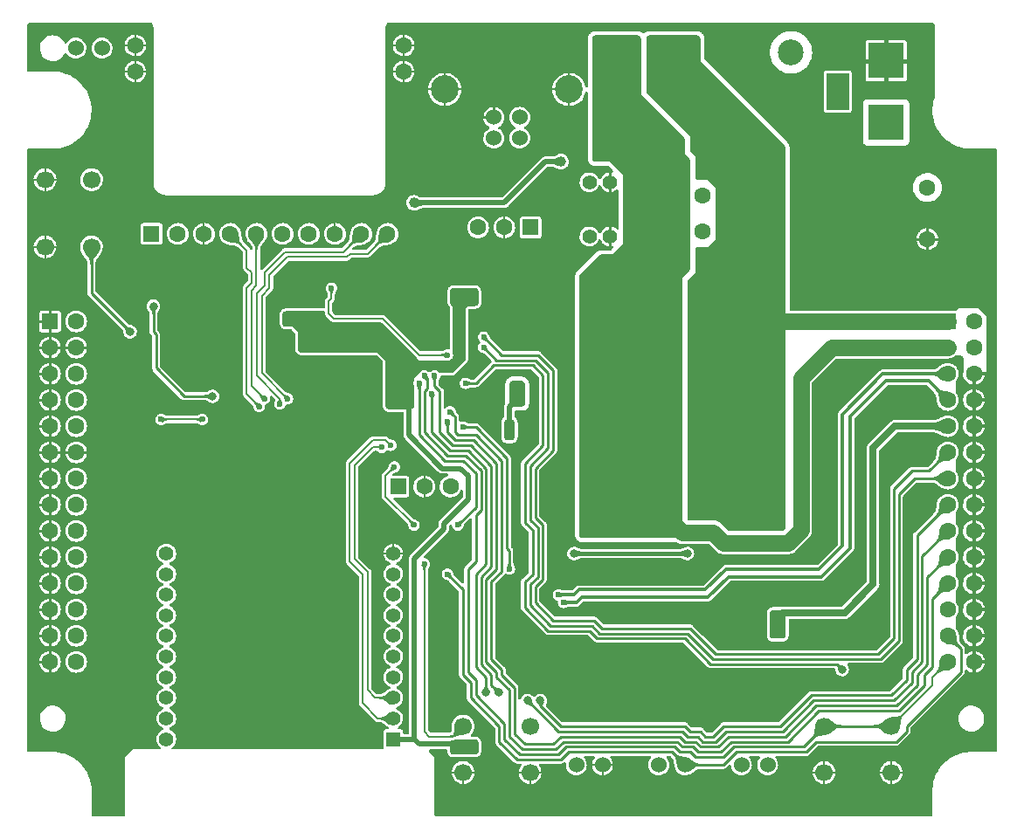
<source format=gbl>
G04 #@! TF.GenerationSoftware,KiCad,Pcbnew,(6.0.11)*
G04 #@! TF.CreationDate,2023-05-10T01:59:27+09:00*
G04 #@! TF.ProjectId,RP2040CommandStation,52503230-3430-4436-9f6d-6d616e645374,rev?*
G04 #@! TF.SameCoordinates,PX6cb8080PY8d24d00*
G04 #@! TF.FileFunction,Copper,L2,Bot*
G04 #@! TF.FilePolarity,Positive*
%FSLAX46Y46*%
G04 Gerber Fmt 4.6, Leading zero omitted, Abs format (unit mm)*
G04 Created by KiCad (PCBNEW (6.0.11)) date 2023-05-10 01:59:27*
%MOMM*%
%LPD*%
G01*
G04 APERTURE LIST*
G04 #@! TA.AperFunction,ComponentPad*
%ADD10C,1.600000*%
G04 #@! TD*
G04 #@! TA.AperFunction,ComponentPad*
%ADD11C,1.400000*%
G04 #@! TD*
G04 #@! TA.AperFunction,ComponentPad*
%ADD12R,1.600000X1.600000*%
G04 #@! TD*
G04 #@! TA.AperFunction,ComponentPad*
%ADD13C,1.524000*%
G04 #@! TD*
G04 #@! TA.AperFunction,ComponentPad*
%ADD14R,3.500120X3.500120*%
G04 #@! TD*
G04 #@! TA.AperFunction,ComponentPad*
%ADD15R,2.200000X3.600000*%
G04 #@! TD*
G04 #@! TA.AperFunction,ComponentPad*
%ADD16C,2.500000*%
G04 #@! TD*
G04 #@! TA.AperFunction,ComponentPad*
%ADD17C,2.700000*%
G04 #@! TD*
G04 #@! TA.AperFunction,ComponentPad*
%ADD18C,1.700000*%
G04 #@! TD*
G04 #@! TA.AperFunction,ComponentPad*
%ADD19R,1.400000X1.400000*%
G04 #@! TD*
G04 #@! TA.AperFunction,ComponentPad*
%ADD20C,0.600000*%
G04 #@! TD*
G04 #@! TA.AperFunction,ViaPad*
%ADD21C,1.000000*%
G04 #@! TD*
G04 #@! TA.AperFunction,ViaPad*
%ADD22C,0.800000*%
G04 #@! TD*
G04 #@! TA.AperFunction,ViaPad*
%ADD23C,1.600000*%
G04 #@! TD*
G04 #@! TA.AperFunction,ViaPad*
%ADD24C,0.600000*%
G04 #@! TD*
G04 #@! TA.AperFunction,ViaPad*
%ADD25C,1.400000*%
G04 #@! TD*
G04 #@! TA.AperFunction,Conductor*
%ADD26C,0.300000*%
G04 #@! TD*
G04 #@! TA.AperFunction,Conductor*
%ADD27C,0.400000*%
G04 #@! TD*
G04 #@! TA.AperFunction,Conductor*
%ADD28C,0.500000*%
G04 #@! TD*
G04 #@! TA.AperFunction,Conductor*
%ADD29C,0.200000*%
G04 #@! TD*
G04 #@! TA.AperFunction,Conductor*
%ADD30C,0.250000*%
G04 #@! TD*
G04 #@! TA.AperFunction,Conductor*
%ADD31C,0.700000*%
G04 #@! TD*
G04 #@! TA.AperFunction,Conductor*
%ADD32C,1.000000*%
G04 #@! TD*
G04 #@! TA.AperFunction,Conductor*
%ADD33C,1.600000*%
G04 #@! TD*
G04 APERTURE END LIST*
D10*
X201750000Y-86500000D03*
X201750000Y-91500000D03*
D11*
X169000000Y-86000000D03*
X171000000Y-86000000D03*
D12*
X126570000Y-91000000D03*
D10*
X129110000Y-91000000D03*
X131650000Y-91000000D03*
X134190000Y-91000000D03*
X136730000Y-91000000D03*
X139270000Y-91000000D03*
X141810000Y-91000000D03*
X144350000Y-91000000D03*
X146890000Y-91000000D03*
X149430000Y-91000000D03*
X151000000Y-75270000D03*
X151000000Y-72730000D03*
X125000000Y-72730000D03*
X125000000Y-75270000D03*
D13*
X178270000Y-142500000D03*
X175730000Y-142500000D03*
X119230000Y-73000000D03*
X121770000Y-73000000D03*
D14*
X197750000Y-80200140D03*
X197750000Y-74200660D03*
D15*
X193051000Y-77200400D03*
D16*
X176790000Y-73400000D03*
X171710000Y-73400000D03*
D13*
X159750000Y-81710000D03*
X162250000Y-81710000D03*
X162250000Y-79710000D03*
X159750000Y-79710000D03*
D17*
X154980000Y-77000000D03*
X167020000Y-77000000D03*
D12*
X116730000Y-99490000D03*
D10*
X119270000Y-99490000D03*
X116730000Y-102030000D03*
X119270000Y-102030000D03*
X116730000Y-104570000D03*
X119270000Y-104570000D03*
X116730000Y-107110000D03*
X119270000Y-107110000D03*
X116730000Y-109650000D03*
X119270000Y-109650000D03*
X116730000Y-112190000D03*
X119270000Y-112190000D03*
X116730000Y-114730000D03*
X119270000Y-114730000D03*
X116730000Y-117270000D03*
X119270000Y-117270000D03*
X116730000Y-119810000D03*
X119270000Y-119810000D03*
X116730000Y-122350000D03*
X119270000Y-122350000D03*
X116730000Y-124890000D03*
X119270000Y-124890000D03*
X116730000Y-127430000D03*
X119270000Y-127430000D03*
X116730000Y-129970000D03*
X119270000Y-129970000D03*
X116730000Y-132510000D03*
X119270000Y-132510000D03*
D12*
X203730000Y-99490000D03*
D10*
X206270000Y-99490000D03*
X203730000Y-102030000D03*
X206270000Y-102030000D03*
X203730000Y-104570000D03*
X206270000Y-104570000D03*
X203730000Y-107110000D03*
X206270000Y-107110000D03*
X203730000Y-109650000D03*
X206270000Y-109650000D03*
X203730000Y-112190000D03*
X206270000Y-112190000D03*
X203730000Y-114730000D03*
X206270000Y-114730000D03*
X203730000Y-117270000D03*
X206270000Y-117270000D03*
X203730000Y-119810000D03*
X206270000Y-119810000D03*
X203730000Y-122350000D03*
X206270000Y-122350000D03*
X203730000Y-124890000D03*
X206270000Y-124890000D03*
X203730000Y-127430000D03*
X206270000Y-127430000D03*
X203730000Y-129970000D03*
X206270000Y-129970000D03*
X203730000Y-132510000D03*
X206270000Y-132510000D03*
D18*
X116250000Y-92250000D03*
X116250000Y-85750000D03*
X120750000Y-92250000D03*
X120750000Y-85750000D03*
X198250000Y-143250000D03*
X191750000Y-143250000D03*
X198250000Y-138750000D03*
X191750000Y-138750000D03*
D19*
X150000000Y-140000000D03*
D11*
X150000000Y-138000000D03*
X150000000Y-136000000D03*
X150000000Y-134000000D03*
X150000000Y-132000000D03*
X150000000Y-130000000D03*
X150000000Y-128000000D03*
X150000000Y-126000000D03*
X150000000Y-124000000D03*
X150000000Y-122000000D03*
X128000000Y-122000000D03*
X128000000Y-124000000D03*
X128000000Y-126000000D03*
X128000000Y-128000000D03*
X128000000Y-130000000D03*
X128000000Y-132000000D03*
X128000000Y-134000000D03*
X128000000Y-136000000D03*
X128000000Y-138000000D03*
X128000000Y-140000000D03*
D18*
X163250000Y-143250000D03*
X156750000Y-143250000D03*
X163250000Y-138750000D03*
X156750000Y-138750000D03*
D12*
X163290000Y-90375000D03*
D10*
X160750000Y-90375000D03*
X158210000Y-90375000D03*
D12*
X150460000Y-115500000D03*
D10*
X153000000Y-115500000D03*
X155540000Y-115500000D03*
D20*
X144225000Y-104725000D03*
X144225000Y-106000000D03*
X145500000Y-106000000D03*
X144225000Y-107275000D03*
X146775000Y-106000000D03*
X146775000Y-107275000D03*
X145500000Y-107275000D03*
X145500000Y-104725000D03*
X146775000Y-104725000D03*
D10*
X180000000Y-87250000D03*
X180000000Y-90750000D03*
D13*
X186270000Y-142500000D03*
X183730000Y-142500000D03*
X170270000Y-142500000D03*
X167730000Y-142500000D03*
D16*
X188540000Y-73400000D03*
X183460000Y-73400000D03*
D11*
X169000000Y-91250000D03*
X171000000Y-91250000D03*
D21*
X162750000Y-108750000D03*
X166250000Y-84000000D03*
X152000000Y-88000000D03*
D22*
X135250000Y-109250000D03*
X133500000Y-100500000D03*
X149500000Y-110000000D03*
D21*
X200000000Y-118500000D03*
X207500000Y-135000000D03*
D22*
X129750000Y-95000000D03*
X148000000Y-94500000D03*
D21*
X128500000Y-101250000D03*
X153250000Y-91000000D03*
X139750000Y-95750000D03*
D22*
X151000000Y-111500000D03*
D21*
X156000000Y-136000000D03*
X154250000Y-138500000D03*
X155500000Y-72000000D03*
X165500000Y-72000000D03*
X194000000Y-72000000D03*
X201500000Y-72000000D03*
X124000000Y-82000000D03*
X150000000Y-82000000D03*
X156520000Y-79480000D03*
X165500000Y-82000000D03*
X133000000Y-88000000D03*
X121500000Y-103250000D03*
X151250000Y-98750000D03*
X121500000Y-111000000D03*
X131500000Y-122000000D03*
X141500000Y-122000000D03*
X121500000Y-131250000D03*
X131500000Y-132000000D03*
X141500000Y-132000000D03*
X154250000Y-132500000D03*
X171500000Y-132500000D03*
X178000000Y-132500000D03*
X121500000Y-142000000D03*
X131500000Y-140000000D03*
X141500000Y-140000000D03*
X173000000Y-145500000D03*
X180500000Y-145500000D03*
X189000000Y-145500000D03*
X136500000Y-140000000D03*
X201500000Y-145500000D03*
X207500000Y-140500000D03*
X188750000Y-135500000D03*
D22*
X151250000Y-95750000D03*
X140900000Y-113000000D03*
D23*
X197500000Y-97000000D03*
D22*
X132250000Y-111500000D03*
D21*
X156750000Y-121750000D03*
X192000000Y-118000000D03*
D23*
X193500000Y-97000000D03*
D22*
X166750000Y-90250000D03*
D21*
X185500000Y-129500000D03*
D22*
X132250000Y-114250000D03*
X155250000Y-105500000D03*
X164750000Y-85750000D03*
X158000000Y-99750000D03*
D21*
X192000000Y-113250000D03*
D22*
X125000000Y-114250000D03*
D21*
X144000000Y-140000000D03*
X134000000Y-140000000D03*
D23*
X201000000Y-93500000D03*
D22*
X154750000Y-99750000D03*
D21*
X192000000Y-108250000D03*
D22*
X160500000Y-98250000D03*
X166750000Y-93000000D03*
X163250000Y-83500000D03*
D21*
X198500000Y-113500000D03*
X161750000Y-132500000D03*
D22*
X158000000Y-86750000D03*
D21*
X178000000Y-136000000D03*
X155250000Y-145500000D03*
X154250000Y-126000000D03*
D22*
X127250000Y-119750000D03*
X130750000Y-95000000D03*
X134250000Y-105500000D03*
D21*
X124500000Y-106000000D03*
D22*
X145100000Y-97000000D03*
D21*
X125500000Y-140000000D03*
X195750000Y-104500000D03*
X184750000Y-76750000D03*
X139000000Y-140000000D03*
D22*
X153000000Y-118000000D03*
D21*
X195250000Y-118000000D03*
D22*
X151000000Y-93000000D03*
X125500000Y-111000000D03*
D21*
X124000000Y-82000000D03*
X197500000Y-126250000D03*
D22*
X150500000Y-97000000D03*
D23*
X190000000Y-93500000D03*
D22*
X138050000Y-102000000D03*
D21*
X195250000Y-113250000D03*
X164750000Y-88500000D03*
X131250000Y-105500000D03*
X122750000Y-145500000D03*
X161000000Y-126000000D03*
X181250000Y-72000000D03*
X193000000Y-104500000D03*
D23*
X193500000Y-93500000D03*
D22*
X160500000Y-94750000D03*
D21*
X150000000Y-85750000D03*
X165500000Y-145500000D03*
X168000000Y-81500000D03*
D22*
X166750000Y-96000000D03*
D21*
X168000000Y-72250000D03*
X180500000Y-138500000D03*
D23*
X197500000Y-93500000D03*
D21*
X171500000Y-136000000D03*
D22*
X139750000Y-102900000D03*
X138000000Y-113000000D03*
D21*
X193500000Y-126000000D03*
D22*
X124750000Y-99250000D03*
X153500000Y-84750000D03*
X160000000Y-100750000D03*
X127000000Y-96250000D03*
D21*
X165750000Y-136000000D03*
D23*
X201000000Y-97000000D03*
X190000000Y-97000000D03*
D22*
X154500000Y-95500000D03*
X157000000Y-108750000D03*
X137250000Y-118500000D03*
D21*
X197000000Y-108250000D03*
X166000000Y-124500000D03*
X198000000Y-134000000D03*
D22*
X158500000Y-103500000D03*
D21*
X185250000Y-135500000D03*
X162250000Y-121000000D03*
D22*
X148000000Y-118000000D03*
X151000000Y-107400000D03*
X145900000Y-100500000D03*
X150250000Y-102000000D03*
X141250000Y-102000000D03*
D21*
X140000000Y-99250000D03*
X141250000Y-99250000D03*
X156250000Y-97000000D03*
X157500000Y-140750000D03*
X187250000Y-129500000D03*
X156250000Y-140750000D03*
X187250000Y-128250000D03*
X157500000Y-97000000D03*
D24*
X139750000Y-107000000D03*
X137500000Y-107000000D03*
X137000000Y-107750000D03*
X139000000Y-107500000D03*
D25*
X184000000Y-109250000D03*
X186250000Y-107250000D03*
X179500000Y-111250000D03*
D22*
X185250000Y-113750000D03*
X182750000Y-117750000D03*
X182750000Y-115750000D03*
D25*
X179500000Y-115250000D03*
D22*
X182750000Y-113750000D03*
D25*
X179500000Y-109250000D03*
X181750000Y-111250000D03*
D22*
X185250000Y-117750000D03*
X185250000Y-115750000D03*
D25*
X179500000Y-117250000D03*
X179500000Y-113250000D03*
X186250000Y-109250000D03*
X179500000Y-105250000D03*
X181750000Y-107250000D03*
X179500000Y-107250000D03*
X184000000Y-105250000D03*
X181750000Y-109250000D03*
X186250000Y-111250000D03*
X184000000Y-107250000D03*
X184000000Y-103250000D03*
X184000000Y-111250000D03*
D22*
X172750000Y-117750000D03*
X175250000Y-113750000D03*
D25*
X174000000Y-109250000D03*
D22*
X175250000Y-115750000D03*
D25*
X169500000Y-117250000D03*
X169500000Y-107250000D03*
X169500000Y-109250000D03*
X171750000Y-109250000D03*
X169500000Y-105250000D03*
X169500000Y-111250000D03*
X169500000Y-113250000D03*
X176250000Y-111250000D03*
D22*
X172750000Y-113750000D03*
D25*
X174000000Y-107250000D03*
X169500000Y-115250000D03*
X171750000Y-111250000D03*
X171750000Y-107250000D03*
X174000000Y-105250000D03*
D22*
X175250000Y-117750000D03*
D25*
X174000000Y-111250000D03*
X176250000Y-107250000D03*
D22*
X172750000Y-115750000D03*
D25*
X174000000Y-103250000D03*
X176250000Y-109250000D03*
D24*
X155250000Y-124000000D03*
X127500000Y-109000000D03*
X131500000Y-109000000D03*
X166000000Y-126000000D03*
X166500000Y-126750000D03*
X156750000Y-109750000D03*
X161250000Y-123500000D03*
X153000000Y-104750000D03*
X155250000Y-109250000D03*
X155500000Y-108250000D03*
D22*
X159000000Y-135500000D03*
D24*
X153750000Y-106500000D03*
D22*
X163000000Y-136250000D03*
D24*
X154000000Y-104750000D03*
D22*
X164250000Y-136250000D03*
X160250000Y-135500000D03*
D24*
X158750000Y-102000000D03*
X158750000Y-101000000D03*
X152500000Y-105500000D03*
X156250000Y-119250000D03*
D22*
X132500000Y-106750000D03*
X126750000Y-98000000D03*
X193500000Y-133250000D03*
D24*
X157000000Y-105500000D03*
X144000000Y-96250000D03*
X155250000Y-102750000D03*
D22*
X124500000Y-100500000D03*
D24*
X148900000Y-111700000D03*
X149750000Y-111500000D03*
D22*
X178500000Y-122000000D03*
X167500000Y-122000000D03*
D24*
X150100000Y-113600000D03*
X153000000Y-123000000D03*
X152005000Y-119245000D03*
D22*
X161250000Y-109500000D03*
X162000000Y-107000000D03*
X162000000Y-106000000D03*
X161250000Y-110500000D03*
D26*
X167750000Y-126750000D02*
X166500000Y-126750000D01*
X167500000Y-126000000D02*
X166000000Y-126000000D01*
D27*
X177500000Y-122000000D02*
X167500000Y-122000000D01*
X177500000Y-122000000D02*
X178500000Y-122000000D01*
X177500000Y-122000000D02*
X178250000Y-122000000D01*
D28*
X160750000Y-88000000D02*
X152000000Y-88000000D01*
X164750000Y-84000000D02*
X160750000Y-88000000D01*
X166250000Y-84000000D02*
X164750000Y-84000000D01*
D29*
X170270000Y-142500000D02*
X169000000Y-142500000D01*
D30*
X195000000Y-91500000D02*
X195000000Y-93000000D01*
D29*
X146775000Y-107275000D02*
X146775000Y-106000000D01*
X116250000Y-85750000D02*
X116250000Y-84000000D01*
X191750000Y-143250000D02*
X191750000Y-141750000D01*
D30*
X116730000Y-112190000D02*
X119270000Y-112190000D01*
D27*
X197750000Y-74250000D02*
X195049340Y-74250000D01*
D30*
X195000000Y-89800000D02*
X198500000Y-89800000D01*
X201750000Y-91500000D02*
X201750000Y-89750000D01*
X131500000Y-140000000D02*
X136500000Y-140000000D01*
D29*
X116250000Y-85750000D02*
X115000000Y-85750000D01*
D26*
X148000000Y-108500000D02*
X149250000Y-109750000D01*
D29*
X154980000Y-77000000D02*
X157250000Y-77000000D01*
X149500000Y-88000000D02*
X151000000Y-86500000D01*
D30*
X200850000Y-77049340D02*
X197750000Y-77049340D01*
D27*
X158000000Y-86750000D02*
X158000000Y-86000000D01*
D29*
X125000000Y-72730000D02*
X126670000Y-72730000D01*
X167000000Y-74500000D02*
X167020000Y-74520000D01*
X151000000Y-72730000D02*
X149520000Y-72730000D01*
X144225000Y-104725000D02*
X144225000Y-103525000D01*
D30*
X116730000Y-109650000D02*
X115100000Y-109650000D01*
D29*
X144225000Y-106000000D02*
X144225000Y-104725000D01*
D30*
X116730000Y-114730000D02*
X114770000Y-114730000D01*
X115000000Y-109750000D02*
X115100000Y-109650000D01*
D26*
X206270000Y-104570000D02*
X207930000Y-104570000D01*
D30*
X186250000Y-134500000D02*
X185250000Y-135500000D01*
X159750000Y-79710000D02*
X159750000Y-77750000D01*
X116730000Y-107110000D02*
X114890000Y-107110000D01*
D26*
X206270000Y-129970000D02*
X207720000Y-129970000D01*
D30*
X116730000Y-117270000D02*
X115020000Y-117270000D01*
X160000000Y-98750000D02*
X160500000Y-98250000D01*
D29*
X154980000Y-79480000D02*
X155000000Y-79500000D01*
X144000000Y-89000000D02*
X144350000Y-89350000D01*
X146775000Y-104725000D02*
X147975000Y-104725000D01*
X198250000Y-143250000D02*
X198250000Y-144750000D01*
D27*
X197750000Y-74250000D02*
X200450660Y-74250000D01*
D29*
X150000000Y-122000000D02*
X150000000Y-120500000D01*
X144350000Y-88400000D02*
X144750000Y-88000000D01*
D30*
X131500000Y-140000000D02*
X131500000Y-132000000D01*
X116730000Y-132510000D02*
X114760000Y-132510000D01*
X160500000Y-98250000D02*
X160500000Y-94750000D01*
D29*
X131650000Y-91000000D02*
X131650000Y-93650000D01*
X144225000Y-106000000D02*
X143000000Y-106000000D01*
D26*
X206270000Y-124890000D02*
X207640000Y-124890000D01*
X206270000Y-107110000D02*
X207610000Y-107110000D01*
D29*
X167020000Y-77000000D02*
X164750000Y-77000000D01*
X145500000Y-104725000D02*
X145500000Y-106000000D01*
X163250000Y-143250000D02*
X161750000Y-143250000D01*
D26*
X206270000Y-127430000D02*
X207570000Y-127430000D01*
D30*
X171000000Y-86000000D02*
X171000000Y-87250000D01*
D29*
X146500000Y-94500000D02*
X146500000Y-97000000D01*
D30*
X159750000Y-79710000D02*
X157710000Y-79710000D01*
D29*
X143000000Y-104750000D02*
X142750000Y-104750000D01*
X170270000Y-142500000D02*
X170270000Y-143980000D01*
D30*
X116730000Y-127430000D02*
X115070000Y-127430000D01*
D29*
X154980000Y-72980000D02*
X154980000Y-74770000D01*
D30*
X201750000Y-91500000D02*
X200000000Y-91500000D01*
D29*
X145500000Y-107275000D02*
X145500000Y-108500000D01*
X144350000Y-89350000D02*
X144350000Y-91000000D01*
X153750000Y-71750000D02*
X154980000Y-72980000D01*
X153000000Y-115500000D02*
X153000000Y-117250000D01*
X153000000Y-71750000D02*
X159750000Y-71750000D01*
D30*
X195000000Y-91500000D02*
X195000000Y-89800000D01*
D29*
X116250000Y-85750000D02*
X117750000Y-85750000D01*
D30*
X116730000Y-129970000D02*
X114780000Y-129970000D01*
D29*
X131750000Y-89000000D02*
X144000000Y-89000000D01*
D30*
X116730000Y-122350000D02*
X115400000Y-122350000D01*
D29*
X116250000Y-92250000D02*
X114750000Y-92250000D01*
D26*
X206270000Y-132510000D02*
X207740000Y-132510000D01*
D29*
X144225000Y-107275000D02*
X144225000Y-108475000D01*
D26*
X206270000Y-109650000D02*
X207900000Y-109650000D01*
D29*
X151000000Y-72730000D02*
X152730000Y-72730000D01*
X116250000Y-85750000D02*
X116250000Y-88000000D01*
X153000000Y-115500000D02*
X153000000Y-114000000D01*
X160750000Y-92000000D02*
X166500000Y-92000000D01*
D30*
X133000000Y-89000000D02*
X139000000Y-89000000D01*
X116730000Y-104570000D02*
X114820000Y-104570000D01*
D29*
X150000000Y-122000000D02*
X148250000Y-122000000D01*
D26*
X206270000Y-104570000D02*
X206270000Y-133980000D01*
D29*
X125000000Y-75270000D02*
X126630000Y-75270000D01*
D26*
X206270000Y-122350000D02*
X207650000Y-122350000D01*
D30*
X201200000Y-78100000D02*
X200100000Y-77000000D01*
D26*
X150000000Y-110500000D02*
X149250000Y-109750000D01*
D30*
X116730000Y-112190000D02*
X114940000Y-112190000D01*
D29*
X145500000Y-106000000D02*
X146775000Y-106000000D01*
X151000000Y-75270000D02*
X149270000Y-75270000D01*
D27*
X160500000Y-83500000D02*
X163250000Y-83500000D01*
D30*
X141500000Y-140000000D02*
X146500000Y-140000000D01*
D29*
X191750000Y-143250000D02*
X190250000Y-143250000D01*
X146500000Y-94500000D02*
X141000000Y-94500000D01*
X146775000Y-107275000D02*
X146775000Y-108475000D01*
D26*
X206270000Y-117270000D02*
X207770000Y-117270000D01*
D29*
X163250000Y-143250000D02*
X163250000Y-144500000D01*
X163250000Y-143250000D02*
X165750000Y-143250000D01*
D30*
X157710000Y-79710000D02*
X157480000Y-79480000D01*
D29*
X167020000Y-79730000D02*
X167020000Y-79520000D01*
X146775000Y-104725000D02*
X146775000Y-103525000D01*
D26*
X206270000Y-112190000D02*
X207560000Y-112190000D01*
D29*
X143025000Y-104725000D02*
X143000000Y-104750000D01*
X156750000Y-143250000D02*
X155000000Y-143250000D01*
D30*
X131500000Y-122000000D02*
X131500000Y-132000000D01*
D29*
X125000000Y-75270000D02*
X125000000Y-77000000D01*
D27*
X197750000Y-74250000D02*
X197750000Y-77049340D01*
D29*
X146775000Y-107275000D02*
X147725000Y-107275000D01*
X150000000Y-122000000D02*
X151250000Y-122000000D01*
D27*
X197750000Y-74250000D02*
X197750000Y-71549340D01*
D29*
X170270000Y-142500000D02*
X171750000Y-142500000D01*
X123430000Y-75270000D02*
X123400000Y-75300000D01*
X154980000Y-77000000D02*
X154980000Y-74770000D01*
X198250000Y-143250000D02*
X198250000Y-141750000D01*
X144225000Y-107275000D02*
X142025000Y-107275000D01*
X116250000Y-92250000D02*
X116250000Y-94000000D01*
X152480000Y-75270000D02*
X152500000Y-75250000D01*
D27*
X158000000Y-86000000D02*
X160500000Y-83500000D01*
D30*
X116730000Y-99490000D02*
X115010000Y-99490000D01*
D29*
X123400000Y-75300000D02*
X123300000Y-75300000D01*
X146775000Y-108475000D02*
X146800000Y-108500000D01*
X156750000Y-143250000D02*
X158000000Y-143250000D01*
X154980000Y-77000000D02*
X154980000Y-79480000D01*
D30*
X164500000Y-98250000D02*
X160500000Y-98250000D01*
D29*
X166500000Y-92000000D02*
X166500000Y-91250000D01*
D30*
X171000000Y-91250000D02*
X171000000Y-90000000D01*
X116730000Y-99490000D02*
X116730000Y-97770000D01*
X116730000Y-102030000D02*
X116730000Y-99490000D01*
D29*
X164500000Y-88750000D02*
X164750000Y-88500000D01*
X191750000Y-143250000D02*
X191750000Y-144750000D01*
D30*
X160000000Y-99750000D02*
X160000000Y-100750000D01*
X119270000Y-102030000D02*
X120970000Y-102030000D01*
D26*
X206270000Y-114730000D02*
X207730000Y-114730000D01*
D29*
X131650000Y-89100000D02*
X131750000Y-89000000D01*
D30*
X139000000Y-89000000D02*
X140000000Y-88000000D01*
D29*
X145500000Y-106000000D02*
X145500000Y-107275000D01*
D30*
X160000000Y-99750000D02*
X160000000Y-98750000D01*
D29*
X144225000Y-107275000D02*
X144225000Y-106000000D01*
D30*
X136500000Y-140000000D02*
X141500000Y-140000000D01*
X141500000Y-132000000D02*
X141500000Y-122000000D01*
D26*
X207940000Y-112190000D02*
X207560000Y-112190000D01*
D29*
X144225000Y-104725000D02*
X145500000Y-104725000D01*
D30*
X195000000Y-91500000D02*
X196600000Y-91500000D01*
D29*
X154980000Y-77000000D02*
X152500000Y-77000000D01*
X152730000Y-72020000D02*
X153000000Y-71750000D01*
X198250000Y-143250000D02*
X191750000Y-143250000D01*
X167020000Y-77000000D02*
X167020000Y-74520000D01*
D30*
X166750000Y-96000000D02*
X164500000Y-98250000D01*
D29*
X151000000Y-86500000D02*
X151000000Y-75270000D01*
X145500000Y-107275000D02*
X146775000Y-107275000D01*
X144750000Y-88000000D02*
X149500000Y-88000000D01*
X156750000Y-143250000D02*
X156750000Y-144500000D01*
X116250000Y-92250000D02*
X116250000Y-90500000D01*
X146775000Y-106000000D02*
X148000000Y-106000000D01*
D26*
X152250000Y-114000000D02*
X153000000Y-114000000D01*
D30*
X133000000Y-88000000D02*
X133000000Y-89000000D01*
D29*
X167020000Y-77000000D02*
X167020000Y-79520000D01*
X148250000Y-94500000D02*
X146500000Y-94500000D01*
X160750000Y-90375000D02*
X160750000Y-88750000D01*
X152730000Y-72730000D02*
X152730000Y-72020000D01*
X125000000Y-72730000D02*
X123230000Y-72730000D01*
X149500000Y-72750000D02*
X149520000Y-72730000D01*
X191000000Y-96000000D02*
X195000000Y-96000000D01*
X125000000Y-75270000D02*
X123430000Y-75270000D01*
X144225000Y-104725000D02*
X143025000Y-104725000D01*
X131650000Y-91000000D02*
X131650000Y-89100000D01*
D26*
X206270000Y-119810000D02*
X207690000Y-119810000D01*
X152250000Y-112750000D02*
X152250000Y-114000000D01*
D29*
X198250000Y-143250000D02*
X200000000Y-143250000D01*
D30*
X171000000Y-86000000D02*
X171000000Y-84900000D01*
X119270000Y-112190000D02*
X120690000Y-112190000D01*
X158000000Y-99750000D02*
X160000000Y-99750000D01*
D29*
X142025000Y-107275000D02*
X141900000Y-107400000D01*
D30*
X116730000Y-124890000D02*
X115110000Y-124890000D01*
D29*
X146775000Y-106000000D02*
X146775000Y-104725000D01*
D30*
X116730000Y-102030000D02*
X115030000Y-102030000D01*
D26*
X207980000Y-117270000D02*
X207770000Y-117270000D01*
D29*
X151000000Y-75270000D02*
X151000000Y-71500000D01*
X144350000Y-89350000D02*
X144350000Y-88400000D01*
X125000000Y-75270000D02*
X125000000Y-72730000D01*
X116250000Y-92250000D02*
X117500000Y-92250000D01*
X141000000Y-94500000D02*
X139750000Y-95750000D01*
D26*
X150000000Y-110500000D02*
X152250000Y-112750000D01*
D29*
X151000000Y-75270000D02*
X152480000Y-75270000D01*
D30*
X116730000Y-119810000D02*
X115060000Y-119810000D01*
D29*
X145500000Y-104725000D02*
X145500000Y-103500000D01*
X146775000Y-104725000D02*
X145500000Y-104725000D01*
D30*
X188750000Y-135500000D02*
X187750000Y-134500000D01*
X201750000Y-91500000D02*
X201750000Y-93250000D01*
X171000000Y-91250000D02*
X171000000Y-92400000D01*
D29*
X145500000Y-106000000D02*
X144225000Y-106000000D01*
D30*
X187750000Y-134500000D02*
X186250000Y-134500000D01*
X201750000Y-91500000D02*
X203500000Y-91500000D01*
D27*
X146500000Y-97000000D02*
X150500000Y-97000000D01*
D29*
X160750000Y-88750000D02*
X164500000Y-88750000D01*
D30*
X157480000Y-79480000D02*
X154980000Y-79480000D01*
D29*
X160750000Y-90375000D02*
X160750000Y-94500000D01*
X125000000Y-72730000D02*
X125000000Y-71100000D01*
D30*
X195000000Y-91500000D02*
X193300000Y-91500000D01*
D29*
X146800000Y-108500000D02*
X148000000Y-108500000D01*
X131650000Y-93650000D02*
X133000000Y-95000000D01*
D26*
X207890000Y-107110000D02*
X207610000Y-107110000D01*
D30*
X119270000Y-102030000D02*
X116730000Y-102030000D01*
D27*
X145500000Y-97000000D02*
X146500000Y-97000000D01*
D29*
X144225000Y-107275000D02*
X145500000Y-107275000D01*
D30*
X116730000Y-102030000D02*
X116730000Y-135730000D01*
D31*
X187250000Y-128250000D02*
X187250000Y-129500000D01*
D28*
X147750000Y-100500000D02*
X145900000Y-100500000D01*
X150500000Y-103750000D02*
X155750000Y-103750000D01*
X152000000Y-122500000D02*
X152000000Y-139500000D01*
X157250000Y-116750000D02*
X154875000Y-119125000D01*
D30*
X141250000Y-102000000D02*
X141250000Y-101750000D01*
D28*
X151400000Y-107400000D02*
X151500000Y-107500000D01*
X151000000Y-107400000D02*
X151400000Y-107400000D01*
X156500000Y-113750000D02*
X157250000Y-114500000D01*
D31*
X193750000Y-127750000D02*
X187750000Y-127750000D01*
D28*
X157250000Y-114500000D02*
X157250000Y-116750000D01*
X150250000Y-106650000D02*
X151000000Y-107400000D01*
X152000000Y-139500000D02*
X152000000Y-140000000D01*
X156250000Y-97000000D02*
X157500000Y-97000000D01*
X156000000Y-140500000D02*
X156250000Y-140750000D01*
X154750000Y-113750000D02*
X156500000Y-113750000D01*
X151500000Y-107500000D02*
X151500000Y-110500000D01*
X141250000Y-100500000D02*
X141250000Y-101750000D01*
X147750000Y-100500000D02*
X148750000Y-100500000D01*
X150250000Y-102000000D02*
X150250000Y-104000000D01*
X152500000Y-140500000D02*
X155750000Y-140500000D01*
X155750000Y-103750000D02*
X156250000Y-103250000D01*
X151500000Y-140000000D02*
X152000000Y-140000000D01*
X154875000Y-119125000D02*
X154875000Y-119625000D01*
X152000000Y-140000000D02*
X152500000Y-140500000D01*
X141250000Y-99250000D02*
X141250000Y-100500000D01*
X143750000Y-100500000D02*
X141250000Y-100500000D01*
X151500000Y-110500000D02*
X154750000Y-113750000D01*
X148750000Y-100500000D02*
X150250000Y-102000000D01*
X151500000Y-140000000D02*
X150000000Y-140000000D01*
X150250000Y-104000000D02*
X150500000Y-103750000D01*
D31*
X203730000Y-109650000D02*
X198600000Y-109650000D01*
D28*
X156250000Y-103250000D02*
X156250000Y-97000000D01*
D31*
X196500000Y-111750000D02*
X196500000Y-125000000D01*
X187750000Y-127750000D02*
X187250000Y-128250000D01*
D28*
X143750000Y-100500000D02*
X145900000Y-100500000D01*
X150250000Y-104000000D02*
X150250000Y-106650000D01*
X154875000Y-119625000D02*
X152000000Y-122500000D01*
D31*
X198600000Y-109650000D02*
X196500000Y-111750000D01*
D28*
X155750000Y-140500000D02*
X156000000Y-140500000D01*
D31*
X196500000Y-125000000D02*
X193750000Y-127750000D01*
D29*
X137250000Y-104500000D02*
X139750000Y-107000000D01*
X138000000Y-95000000D02*
X138000000Y-96250000D01*
X145500000Y-93250000D02*
X139750000Y-93250000D01*
X147500000Y-92930000D02*
X145820000Y-92930000D01*
X138000000Y-96250000D02*
X137250000Y-97000000D01*
X137250000Y-97000000D02*
X137250000Y-104500000D01*
X149430000Y-91000000D02*
X147500000Y-92930000D01*
X145820000Y-92930000D02*
X145500000Y-93250000D01*
X139750000Y-93250000D02*
X138000000Y-95000000D01*
X136730000Y-96020000D02*
X136250000Y-96500000D01*
X136250000Y-105750000D02*
X137500000Y-107000000D01*
X136730000Y-91000000D02*
X136730000Y-96020000D01*
X136250000Y-96500000D02*
X136250000Y-105750000D01*
X135800000Y-94300000D02*
X135800000Y-92610000D01*
X135750000Y-96250000D02*
X136250000Y-95750000D01*
X137000000Y-107750000D02*
X135750000Y-106500000D01*
X135800000Y-92610000D02*
X134190000Y-91000000D01*
X136250000Y-95750000D02*
X136250000Y-94750000D01*
X135750000Y-106500000D02*
X135750000Y-96250000D01*
X136250000Y-94750000D02*
X135800000Y-94300000D01*
X137500000Y-94750000D02*
X139500000Y-92750000D01*
X137500000Y-96000000D02*
X137500000Y-94750000D01*
X139000000Y-107500000D02*
X139000000Y-107000000D01*
X146890000Y-91000000D02*
X146900000Y-91010000D01*
X145140000Y-92750000D02*
X146890000Y-91000000D01*
X136750000Y-96750000D02*
X137500000Y-96000000D01*
X139000000Y-107000000D02*
X136750000Y-104750000D01*
X136750000Y-104750000D02*
X136750000Y-96750000D01*
X139500000Y-92750000D02*
X145140000Y-92750000D01*
D32*
X184710000Y-99460000D02*
X184740000Y-99490000D01*
X185540000Y-99270000D02*
X185760000Y-99490000D01*
X180540000Y-99460000D02*
X180540000Y-96540000D01*
D33*
X185760000Y-99490000D02*
X203730000Y-99490000D01*
D32*
X180540000Y-102210000D02*
X179500000Y-103250000D01*
X180540000Y-99460000D02*
X184710000Y-99460000D01*
D26*
X186250000Y-99980000D02*
X185760000Y-99490000D01*
D32*
X182750000Y-82500000D02*
X176790000Y-76540000D01*
D26*
X186250000Y-107750000D02*
X186250000Y-99980000D01*
D32*
X180540000Y-99460000D02*
X180540000Y-102210000D01*
X180540000Y-96540000D02*
X182750000Y-94330000D01*
D33*
X184740000Y-99490000D02*
X185760000Y-99490000D01*
D32*
X176790000Y-76540000D02*
X176790000Y-73400000D01*
X182750000Y-94330000D02*
X182750000Y-82500000D01*
X176250000Y-107750000D02*
X176250000Y-95250000D01*
D33*
X203730000Y-102030000D02*
X192470000Y-102030000D01*
D32*
X171710000Y-79710000D02*
X171710000Y-73400000D01*
X175250000Y-83250000D02*
X171710000Y-79710000D01*
X175250000Y-94250000D02*
X175250000Y-83250000D01*
D33*
X188250000Y-121000000D02*
X182000000Y-121000000D01*
X189500000Y-105000000D02*
X189500000Y-119750000D01*
X182000000Y-121000000D02*
X181000000Y-120000000D01*
X192470000Y-102030000D02*
X189500000Y-105000000D01*
X189500000Y-119750000D02*
X188250000Y-121000000D01*
X178000000Y-120000000D02*
X181000000Y-120000000D01*
D32*
X176250000Y-95250000D02*
X175250000Y-94250000D01*
D33*
X175250000Y-117250000D02*
X178000000Y-120000000D01*
X175250000Y-115750000D02*
X175250000Y-117250000D01*
D30*
X156750000Y-133750000D02*
X157500000Y-134500000D01*
X199750000Y-139250000D02*
X198750000Y-140250000D01*
X199750000Y-138750000D02*
X199750000Y-139250000D01*
X156750000Y-125500000D02*
X156750000Y-133750000D01*
X157500000Y-134500000D02*
X157500000Y-136000000D01*
X182000000Y-142500000D02*
X178270000Y-142500000D01*
X155250000Y-124000000D02*
X156750000Y-125500000D01*
X203730000Y-129970000D02*
X205000000Y-131240000D01*
X177020000Y-141250000D02*
X178270000Y-142500000D01*
X175650000Y-141250000D02*
X177020000Y-141250000D01*
X205000000Y-131240000D02*
X205000000Y-133500000D01*
X191000000Y-140250000D02*
X190000000Y-141250000D01*
X160250000Y-140250000D02*
X162000000Y-142000000D01*
X198750000Y-140250000D02*
X191000000Y-140250000D01*
X176750000Y-141250000D02*
X175650000Y-141250000D01*
X205000000Y-133500000D02*
X199750000Y-138750000D01*
X167000000Y-141250000D02*
X175650000Y-141250000D01*
X162000000Y-142000000D02*
X166250000Y-142000000D01*
X190000000Y-141250000D02*
X183250000Y-141250000D01*
X183250000Y-141250000D02*
X182000000Y-142500000D01*
X160250000Y-138750000D02*
X160250000Y-140250000D01*
X166250000Y-142000000D02*
X167000000Y-141250000D01*
X157500000Y-136000000D02*
X160250000Y-138750000D01*
D29*
X131500000Y-109000000D02*
X127500000Y-109000000D01*
D26*
X168000000Y-125500000D02*
X167500000Y-126000000D01*
X203730000Y-104570000D02*
X197430000Y-104570000D01*
X182250000Y-123500000D02*
X180250000Y-125500000D01*
X191250000Y-123500000D02*
X182250000Y-123500000D01*
X197430000Y-104570000D02*
X193500000Y-108500000D01*
X193500000Y-121250000D02*
X191250000Y-123500000D01*
X180250000Y-125500000D02*
X168000000Y-125500000D01*
X193500000Y-108500000D02*
X193500000Y-121250000D01*
D30*
X161000000Y-112750000D02*
X161000000Y-121500000D01*
D26*
X203730000Y-107110000D02*
X201870000Y-105250000D01*
X168250000Y-126250000D02*
X167750000Y-126750000D01*
X194250000Y-108750000D02*
X194250000Y-121500000D01*
X197750000Y-105250000D02*
X194250000Y-108750000D01*
X201870000Y-105250000D02*
X197750000Y-105250000D01*
D30*
X158000000Y-109750000D02*
X161000000Y-112750000D01*
X161250000Y-121750000D02*
X161250000Y-123500000D01*
X161000000Y-121500000D02*
X161250000Y-121750000D01*
X156750000Y-109750000D02*
X158000000Y-109750000D01*
D26*
X191500000Y-124250000D02*
X182500000Y-124250000D01*
X180500000Y-126250000D02*
X168250000Y-126250000D01*
X182500000Y-124250000D02*
X180500000Y-126250000D01*
X194250000Y-121500000D02*
X191500000Y-124250000D01*
D30*
X157250000Y-133500000D02*
X157250000Y-123500000D01*
X158000000Y-122750000D02*
X158000000Y-118250000D01*
X158000000Y-118250000D02*
X158500000Y-117750000D01*
X179250000Y-141750000D02*
X178750000Y-141250000D01*
X191750000Y-138750000D02*
X189750000Y-140750000D01*
X183000000Y-140750000D02*
X182000000Y-141750000D01*
X158500000Y-114000000D02*
X157000000Y-112500000D01*
X158000000Y-134250000D02*
X157250000Y-133500000D01*
X155250000Y-112500000D02*
X153000000Y-110250000D01*
X178750000Y-141250000D02*
X177750000Y-141250000D01*
D29*
X203730000Y-132510000D02*
X202495000Y-133745000D01*
D30*
X182000000Y-141750000D02*
X179250000Y-141750000D01*
X153250000Y-106000000D02*
X153250000Y-105000000D01*
X157000000Y-112500000D02*
X155250000Y-112500000D01*
X153250000Y-105000000D02*
X153000000Y-104750000D01*
X158500000Y-117750000D02*
X158500000Y-114000000D01*
D29*
X202250000Y-133990000D02*
X202495000Y-133745000D01*
D30*
X162250000Y-141500000D02*
X160750000Y-140000000D01*
X166000000Y-141500000D02*
X162250000Y-141500000D01*
X158000000Y-135750000D02*
X158000000Y-134250000D01*
X189750000Y-140750000D02*
X183000000Y-140750000D01*
X198250000Y-138750000D02*
X191750000Y-138750000D01*
X177250000Y-140750000D02*
X166750000Y-140750000D01*
D29*
X202250000Y-134750000D02*
X202250000Y-133990000D01*
D30*
X177750000Y-141250000D02*
X177250000Y-140750000D01*
X153000000Y-110250000D02*
X153000000Y-106250000D01*
D29*
X198250000Y-138750000D02*
X202250000Y-134750000D01*
D30*
X160750000Y-138500000D02*
X158000000Y-135750000D01*
X160750000Y-140000000D02*
X160750000Y-138500000D01*
X166750000Y-140750000D02*
X166000000Y-141500000D01*
X157250000Y-123500000D02*
X158000000Y-122750000D01*
X153000000Y-106250000D02*
X153250000Y-106000000D01*
X162500000Y-141000000D02*
X165750000Y-141000000D01*
X160000000Y-133500000D02*
X160000000Y-134000000D01*
X160000000Y-123500000D02*
X159000000Y-124500000D01*
X188250000Y-140250000D02*
X191250000Y-137250000D01*
X201500000Y-133750000D02*
X202250000Y-133000000D01*
X160000000Y-134000000D02*
X161250000Y-135250000D01*
X182750000Y-140250000D02*
X188250000Y-140250000D01*
X179500000Y-141250000D02*
X181750000Y-141250000D01*
X155250000Y-109250000D02*
X155250000Y-110250000D01*
X161250000Y-139750000D02*
X162500000Y-141000000D01*
X191250000Y-137250000D02*
X199000000Y-137250000D01*
X179000000Y-140750000D02*
X179500000Y-141250000D01*
X202250000Y-133000000D02*
X202250000Y-126370000D01*
X177500000Y-140250000D02*
X178000000Y-140750000D01*
X155250000Y-110250000D02*
X156000000Y-111000000D01*
X166500000Y-140250000D02*
X177500000Y-140250000D01*
X181750000Y-141250000D02*
X182750000Y-140250000D01*
X160000000Y-113250000D02*
X160000000Y-123500000D01*
X178000000Y-140750000D02*
X179000000Y-140750000D01*
X199000000Y-137250000D02*
X201500000Y-134750000D01*
X159000000Y-132500000D02*
X160000000Y-133500000D01*
X159000000Y-124500000D02*
X159000000Y-132500000D01*
X202250000Y-126370000D02*
X203730000Y-124890000D01*
X161250000Y-135250000D02*
X161250000Y-139750000D01*
X201500000Y-134750000D02*
X201500000Y-133750000D01*
X156000000Y-111000000D02*
X157750000Y-111000000D01*
X157750000Y-111000000D02*
X160000000Y-113250000D01*
X165750000Y-141000000D02*
X166500000Y-140250000D01*
X179250000Y-140250000D02*
X178250000Y-140250000D01*
X201750000Y-132750000D02*
X200750000Y-133750000D01*
X198750000Y-136750000D02*
X191000000Y-136750000D01*
X160500000Y-123750000D02*
X160500000Y-113000000D01*
X156000000Y-110250000D02*
X156000000Y-108750000D01*
X200750000Y-133750000D02*
X200750000Y-134750000D01*
X158000000Y-110500000D02*
X156250000Y-110500000D01*
X203730000Y-122350000D02*
X201750000Y-124330000D01*
X162750000Y-140500000D02*
X161750000Y-139500000D01*
X200750000Y-134750000D02*
X198750000Y-136750000D01*
X159500000Y-132250000D02*
X159500000Y-124750000D01*
X156000000Y-108750000D02*
X155500000Y-108250000D01*
X159500000Y-124750000D02*
X160500000Y-123750000D01*
X160500000Y-133750000D02*
X160500000Y-133250000D01*
X177750000Y-139750000D02*
X166250000Y-139750000D01*
X160500000Y-113000000D02*
X158000000Y-110500000D01*
X160500000Y-133250000D02*
X159500000Y-132250000D01*
X179750000Y-140750000D02*
X179250000Y-140250000D01*
X188000000Y-139750000D02*
X182500000Y-139750000D01*
X161750000Y-139500000D02*
X161750000Y-135000000D01*
X156250000Y-110500000D02*
X156000000Y-110250000D01*
X191000000Y-136750000D02*
X188000000Y-139750000D01*
X201750000Y-124330000D02*
X201750000Y-132750000D01*
X178250000Y-140250000D02*
X177750000Y-139750000D01*
X181500000Y-140750000D02*
X179750000Y-140750000D01*
X165500000Y-140500000D02*
X162750000Y-140500000D01*
X166250000Y-139750000D02*
X165500000Y-140500000D01*
X182500000Y-139750000D02*
X181500000Y-140750000D01*
X161750000Y-135000000D02*
X160500000Y-133750000D01*
X178500000Y-139750000D02*
X178000000Y-139250000D01*
X200250000Y-133500000D02*
X200250000Y-134500000D01*
X190750000Y-136250000D02*
X187750000Y-139250000D01*
X200250000Y-134500000D02*
X198500000Y-136250000D01*
X178000000Y-139250000D02*
X166000000Y-139250000D01*
X157250000Y-112000000D02*
X159000000Y-113750000D01*
X198500000Y-136250000D02*
X190750000Y-136250000D01*
X159000000Y-134000000D02*
X159000000Y-135500000D01*
X201250000Y-132500000D02*
X200250000Y-133500000D01*
X155500000Y-112000000D02*
X157250000Y-112000000D01*
X181250000Y-140250000D02*
X180000000Y-140250000D01*
X158000000Y-124000000D02*
X158000000Y-133000000D01*
X159000000Y-113750000D02*
X159000000Y-123000000D01*
X159000000Y-123000000D02*
X158000000Y-124000000D01*
X180000000Y-140250000D02*
X179500000Y-139750000D01*
X179500000Y-139750000D02*
X178500000Y-139750000D01*
X153750000Y-106500000D02*
X153750000Y-110250000D01*
X166000000Y-139250000D02*
X163000000Y-136250000D01*
X158000000Y-133000000D02*
X159000000Y-134000000D01*
X203730000Y-119810000D02*
X201250000Y-122290000D01*
X201250000Y-122290000D02*
X201250000Y-132500000D01*
X182250000Y-139250000D02*
X181250000Y-140250000D01*
X187750000Y-139250000D02*
X182250000Y-139250000D01*
X153750000Y-110250000D02*
X155500000Y-112000000D01*
X154000000Y-104750000D02*
X154000000Y-105750000D01*
X164250000Y-136750000D02*
X164250000Y-136250000D01*
X179750000Y-139250000D02*
X178750000Y-139250000D01*
X200750000Y-120250000D02*
X200750000Y-132250000D01*
X166250000Y-138750000D02*
X164250000Y-136750000D01*
X155750000Y-111500000D02*
X157500000Y-111500000D01*
X187500000Y-138750000D02*
X182000000Y-138750000D01*
X200750000Y-132250000D02*
X199750000Y-133250000D01*
X180250000Y-139750000D02*
X179750000Y-139250000D01*
X158500000Y-124250000D02*
X158500000Y-132750000D01*
X157500000Y-111500000D02*
X159500000Y-113500000D01*
X159500000Y-134750000D02*
X160250000Y-135500000D01*
X198250000Y-135750000D02*
X190500000Y-135750000D01*
X158500000Y-132750000D02*
X159500000Y-133750000D01*
X178250000Y-138750000D02*
X166250000Y-138750000D01*
X159500000Y-123250000D02*
X158500000Y-124250000D01*
X203730000Y-117270000D02*
X200750000Y-120250000D01*
X154000000Y-105750000D02*
X154500000Y-106250000D01*
X159500000Y-133750000D02*
X159500000Y-134750000D01*
X154500000Y-110250000D02*
X155750000Y-111500000D01*
X190500000Y-135750000D02*
X187500000Y-138750000D01*
X154500000Y-106250000D02*
X154500000Y-110250000D01*
X199750000Y-134250000D02*
X198250000Y-135750000D01*
X199750000Y-133250000D02*
X199750000Y-134250000D01*
X178750000Y-139250000D02*
X178250000Y-138750000D01*
X159500000Y-113500000D02*
X159500000Y-123250000D01*
X181000000Y-139750000D02*
X180250000Y-139750000D01*
X182000000Y-138750000D02*
X181000000Y-139750000D01*
X163250000Y-113500000D02*
X163250000Y-118750000D01*
X170000000Y-129750000D02*
X178500000Y-129750000D01*
X199000000Y-116250000D02*
X200520000Y-114730000D01*
X158750000Y-102000000D02*
X160000000Y-103250000D01*
X169250000Y-129000000D02*
X170000000Y-129750000D01*
X165000000Y-111750000D02*
X163250000Y-113500000D01*
X165250000Y-129000000D02*
X169250000Y-129000000D01*
X181000000Y-132250000D02*
X197250000Y-132250000D01*
X178500000Y-129750000D02*
X181000000Y-132250000D01*
X197250000Y-132250000D02*
X199000000Y-130500000D01*
X165000000Y-104500000D02*
X165000000Y-111750000D01*
X164000000Y-119500000D02*
X164000000Y-124250000D01*
X163250000Y-125000000D02*
X163250000Y-127000000D01*
X200520000Y-114730000D02*
X203730000Y-114730000D01*
X164000000Y-124250000D02*
X163250000Y-125000000D01*
X199000000Y-130500000D02*
X199000000Y-116250000D01*
X160000000Y-103250000D02*
X163750000Y-103250000D01*
X163250000Y-118750000D02*
X164000000Y-119500000D01*
X163750000Y-103250000D02*
X165000000Y-104500000D01*
X163250000Y-127000000D02*
X165250000Y-129000000D01*
X163750000Y-118500000D02*
X164500000Y-119250000D01*
X197000000Y-131750000D02*
X198500000Y-130250000D01*
X165500000Y-104250000D02*
X165500000Y-112000000D01*
X164500000Y-124500000D02*
X163750000Y-125250000D01*
X160500000Y-102750000D02*
X164000000Y-102750000D01*
X178750000Y-129250000D02*
X181250000Y-131750000D01*
X198500000Y-115750000D02*
X200250000Y-114000000D01*
X163750000Y-126750000D02*
X165500000Y-128500000D01*
X169500000Y-128500000D02*
X170250000Y-129250000D01*
X181250000Y-131750000D02*
X197000000Y-131750000D01*
X163750000Y-113750000D02*
X163750000Y-118500000D01*
X158750000Y-101000000D02*
X160500000Y-102750000D01*
X201920000Y-114000000D02*
X203730000Y-112190000D01*
X164000000Y-102750000D02*
X165500000Y-104250000D01*
X198500000Y-130250000D02*
X198500000Y-115750000D01*
X200250000Y-114000000D02*
X201920000Y-114000000D01*
X164500000Y-119250000D02*
X164500000Y-124500000D01*
X170250000Y-129250000D02*
X178750000Y-129250000D01*
X165500000Y-128500000D02*
X169500000Y-128500000D01*
X163750000Y-125250000D02*
X163750000Y-126750000D01*
X165500000Y-112000000D02*
X163750000Y-113750000D01*
X156750000Y-113000000D02*
X158000000Y-114250000D01*
X158000000Y-117500000D02*
X156250000Y-119250000D01*
X158000000Y-114250000D02*
X158000000Y-117500000D01*
X152500000Y-110500000D02*
X155000000Y-113000000D01*
X152500000Y-105500000D02*
X152500000Y-110500000D01*
X155000000Y-113000000D02*
X156750000Y-113000000D01*
X126750000Y-100500000D02*
X127000000Y-100750000D01*
X127000000Y-104000000D02*
X129750000Y-106750000D01*
X129750000Y-106750000D02*
X132500000Y-106750000D01*
X126750000Y-98000000D02*
X126750000Y-100500000D01*
X127000000Y-100750000D02*
X127000000Y-104000000D01*
X162750000Y-127250000D02*
X162750000Y-124750000D01*
X169000000Y-129500000D02*
X165000000Y-129500000D01*
X178250000Y-130250000D02*
X169750000Y-130250000D01*
X164500000Y-111500000D02*
X164500000Y-104750000D01*
X162750000Y-113250000D02*
X164500000Y-111500000D01*
X162750000Y-124750000D02*
X163500000Y-124000000D01*
X193500000Y-133250000D02*
X193000000Y-132750000D01*
X159750000Y-103750000D02*
X158000000Y-105500000D01*
X163500000Y-103750000D02*
X159750000Y-103750000D01*
X169750000Y-130250000D02*
X169000000Y-129500000D01*
X164500000Y-104750000D02*
X163500000Y-103750000D01*
X163500000Y-119750000D02*
X162750000Y-119000000D01*
X165000000Y-129500000D02*
X162750000Y-127250000D01*
X180750000Y-132750000D02*
X178250000Y-130250000D01*
X163500000Y-124000000D02*
X163500000Y-119750000D01*
X158000000Y-105500000D02*
X157000000Y-105500000D01*
X193000000Y-132750000D02*
X180750000Y-132750000D01*
X162750000Y-119000000D02*
X162750000Y-113250000D01*
D29*
X149000000Y-99250000D02*
X144250000Y-99250000D01*
X144250000Y-99250000D02*
X143750000Y-98750000D01*
X155250000Y-102750000D02*
X152500000Y-102750000D01*
X152500000Y-102750000D02*
X149000000Y-99250000D01*
X143750000Y-98750000D02*
X143750000Y-97500000D01*
X144000000Y-97250000D02*
X144000000Y-96250000D01*
X143750000Y-97500000D02*
X144000000Y-97250000D01*
D30*
X120750000Y-96750000D02*
X124500000Y-100500000D01*
X120750000Y-96750000D02*
X120750000Y-92250000D01*
D29*
X146250000Y-113449980D02*
X146250000Y-122500000D01*
X147500000Y-123750000D02*
X147500000Y-135250000D01*
X148900000Y-111700000D02*
X147999980Y-111700000D01*
X148250000Y-136000000D02*
X150000000Y-136000000D01*
X147500000Y-135250000D02*
X148250000Y-136000000D01*
X147999980Y-111700000D02*
X146250000Y-113449980D01*
X146250000Y-122500000D02*
X147500000Y-123750000D01*
X148500000Y-138000000D02*
X150000000Y-138000000D01*
X145750000Y-122750000D02*
X147000000Y-124000000D01*
X148000000Y-111000000D02*
X145750000Y-113250000D01*
X147000000Y-136500000D02*
X148500000Y-138000000D01*
X149250000Y-111000000D02*
X148000000Y-111000000D01*
X149750000Y-111500000D02*
X149250000Y-111000000D01*
X145750000Y-113250000D02*
X145750000Y-122750000D01*
X147000000Y-124000000D02*
X147000000Y-136500000D01*
X149250000Y-116490000D02*
X149250000Y-114450000D01*
X155750000Y-139750000D02*
X156750000Y-138750000D01*
X153000000Y-139250000D02*
X153500000Y-139750000D01*
X149250000Y-116490000D02*
X152005000Y-119245000D01*
X153000000Y-123000000D02*
X153000000Y-139250000D01*
X149250000Y-114450000D02*
X150100000Y-113600000D01*
X153500000Y-139750000D02*
X155750000Y-139750000D01*
D28*
X161250000Y-107750000D02*
X161250000Y-109500000D01*
X162000000Y-107000000D02*
X161250000Y-107750000D01*
G04 #@! TA.AperFunction,Conductor*
G36*
X166037952Y-83555670D02*
G01*
X166239832Y-83749808D01*
X166491231Y-83991567D01*
X166494819Y-83999771D01*
X166491231Y-84008433D01*
X166222402Y-84266953D01*
X166037952Y-84444330D01*
X166029613Y-84447595D01*
X166024706Y-84446409D01*
X165951436Y-84410609D01*
X165879841Y-84375826D01*
X165879792Y-84375802D01*
X165814041Y-84345476D01*
X165751104Y-84319528D01*
X165750928Y-84319468D01*
X165750921Y-84319465D01*
X165688114Y-84297928D01*
X165688112Y-84297927D01*
X165687898Y-84297854D01*
X165621343Y-84280352D01*
X165621130Y-84280313D01*
X165621122Y-84280311D01*
X165548548Y-84266953D01*
X165548544Y-84266952D01*
X165548357Y-84266918D01*
X165465858Y-84257450D01*
X165428606Y-84255254D01*
X165370876Y-84251851D01*
X165370856Y-84251850D01*
X165370766Y-84251845D01*
X165271504Y-84250192D01*
X165263290Y-84246628D01*
X165260000Y-84238494D01*
X165260000Y-83761506D01*
X165263427Y-83753233D01*
X165271504Y-83749808D01*
X165370766Y-83748154D01*
X165370856Y-83748149D01*
X165370876Y-83748148D01*
X165428606Y-83744745D01*
X165465858Y-83742549D01*
X165548357Y-83733081D01*
X165548544Y-83733047D01*
X165548548Y-83733046D01*
X165621122Y-83719688D01*
X165621130Y-83719686D01*
X165621343Y-83719647D01*
X165687898Y-83702145D01*
X165688114Y-83702071D01*
X165750921Y-83680534D01*
X165750928Y-83680531D01*
X165751104Y-83680471D01*
X165814041Y-83654523D01*
X165879792Y-83624197D01*
X165951436Y-83589390D01*
X166024706Y-83553591D01*
X166033643Y-83553038D01*
X166037952Y-83555670D01*
G37*
G04 #@! TD.AperFunction*
G04 #@! TA.AperFunction,Conductor*
G36*
X156888167Y-109483730D02*
G01*
X156930611Y-109505119D01*
X156930857Y-109505246D01*
X156974361Y-109528474D01*
X157013637Y-109549671D01*
X157050639Y-109568608D01*
X157087421Y-109585111D01*
X157087616Y-109585181D01*
X157087623Y-109585184D01*
X157125798Y-109598918D01*
X157125806Y-109598921D01*
X157126041Y-109599005D01*
X157126280Y-109599068D01*
X157126285Y-109599069D01*
X157168299Y-109610050D01*
X157168307Y-109610052D01*
X157168553Y-109610116D01*
X157168812Y-109610160D01*
X157168814Y-109610160D01*
X157216793Y-109618231D01*
X157217013Y-109618268D01*
X157217235Y-109618288D01*
X157217237Y-109618288D01*
X157225925Y-109619060D01*
X157273477Y-109623288D01*
X157273660Y-109623293D01*
X157273665Y-109623293D01*
X157328601Y-109624707D01*
X157336783Y-109628345D01*
X157340000Y-109636403D01*
X157340000Y-109863597D01*
X157336573Y-109871870D01*
X157328601Y-109875293D01*
X157273665Y-109876706D01*
X157273660Y-109876706D01*
X157273477Y-109876711D01*
X157225925Y-109880939D01*
X157217237Y-109881711D01*
X157217235Y-109881711D01*
X157217013Y-109881731D01*
X157216793Y-109881768D01*
X157168814Y-109889839D01*
X157168812Y-109889839D01*
X157168553Y-109889883D01*
X157168307Y-109889947D01*
X157168299Y-109889949D01*
X157126285Y-109900930D01*
X157126280Y-109900931D01*
X157126041Y-109900994D01*
X157125806Y-109901078D01*
X157125798Y-109901081D01*
X157087623Y-109914815D01*
X157087616Y-109914818D01*
X157087421Y-109914888D01*
X157050639Y-109931391D01*
X157013637Y-109950328D01*
X157013615Y-109950340D01*
X157013607Y-109950344D01*
X156974407Y-109971500D01*
X156974361Y-109971525D01*
X156930857Y-109994753D01*
X156930611Y-109994880D01*
X156888167Y-110016270D01*
X156879237Y-110016933D01*
X156874792Y-110014255D01*
X156788624Y-109931391D01*
X156608769Y-109758433D01*
X156605181Y-109750229D01*
X156608769Y-109741567D01*
X156718127Y-109636403D01*
X156854513Y-109505246D01*
X156874792Y-109485745D01*
X156883131Y-109482480D01*
X156888167Y-109483730D01*
G37*
G04 #@! TD.AperFunction*
G04 #@! TA.AperFunction,Conductor*
G36*
X159121988Y-134713427D02*
G01*
X159125407Y-134721278D01*
X159128266Y-134800461D01*
X159137658Y-134876222D01*
X159152564Y-134940389D01*
X159172374Y-134996064D01*
X159196476Y-135046352D01*
X159224261Y-135094359D01*
X159224304Y-135094427D01*
X159224310Y-135094437D01*
X159255116Y-135143187D01*
X159255118Y-135143190D01*
X159288320Y-135195763D01*
X159288513Y-135196078D01*
X159323443Y-135255465D01*
X159323736Y-135255994D01*
X159356119Y-135318191D01*
X159356900Y-135327112D01*
X159354175Y-135331702D01*
X159008433Y-135691231D01*
X159000229Y-135694819D01*
X158991567Y-135691231D01*
X158645826Y-135331703D01*
X158642561Y-135323364D01*
X158643881Y-135318190D01*
X158676263Y-135255994D01*
X158676556Y-135255465D01*
X158711486Y-135196078D01*
X158711679Y-135195763D01*
X158744881Y-135143190D01*
X158744884Y-135143188D01*
X158744883Y-135143187D01*
X158775689Y-135094437D01*
X158775695Y-135094427D01*
X158775738Y-135094359D01*
X158803523Y-135046352D01*
X158827625Y-134996064D01*
X158847435Y-134940389D01*
X158862341Y-134876222D01*
X158871733Y-134800461D01*
X158874593Y-134721278D01*
X158878316Y-134713134D01*
X158886285Y-134710000D01*
X159113715Y-134710000D01*
X159121988Y-134713427D01*
G37*
G04 #@! TD.AperFunction*
G04 #@! TA.AperFunction,Conductor*
G36*
X139008236Y-106867975D02*
G01*
X139042626Y-106907206D01*
X139043658Y-106908572D01*
X139072785Y-106953690D01*
X139073618Y-106955221D01*
X139092977Y-106998091D01*
X139093497Y-106999469D01*
X139105696Y-107039209D01*
X139106229Y-107040946D01*
X139106462Y-107041827D01*
X139114335Y-107077124D01*
X139115553Y-107082587D01*
X139115588Y-107082746D01*
X139121781Y-107112450D01*
X139124053Y-107123350D01*
X139134847Y-107163677D01*
X139134977Y-107164002D01*
X139141526Y-107180372D01*
X139151064Y-107204216D01*
X139151299Y-107204607D01*
X139151300Y-107204610D01*
X139175543Y-107245030D01*
X139175795Y-107245450D01*
X139183308Y-107254220D01*
X139206708Y-107281537D01*
X139209487Y-107290050D01*
X139207917Y-107295063D01*
X139007813Y-107636662D01*
X139000675Y-107642068D01*
X138991804Y-107640843D01*
X138989285Y-107638858D01*
X138736114Y-107375591D01*
X138732849Y-107367252D01*
X138734428Y-107361607D01*
X138754596Y-107326865D01*
X138755334Y-107325747D01*
X138783567Y-107287868D01*
X138784234Y-107286972D01*
X138784688Y-107286401D01*
X138815840Y-107249653D01*
X138815927Y-107249553D01*
X138846266Y-107214576D01*
X138846360Y-107214468D01*
X138873288Y-107180372D01*
X138893895Y-107146616D01*
X138905455Y-107112450D01*
X138905241Y-107077124D01*
X138890524Y-107039891D01*
X138889978Y-107039209D01*
X138865128Y-107008177D01*
X138862632Y-106999577D01*
X138865988Y-106992591D01*
X138991165Y-106867414D01*
X138999438Y-106863987D01*
X139008236Y-106867975D01*
G37*
G04 #@! TD.AperFunction*
G04 #@! TA.AperFunction,Conductor*
G36*
X153758433Y-106358769D02*
G01*
X154014255Y-106624792D01*
X154017520Y-106633131D01*
X154016270Y-106638167D01*
X153994880Y-106680611D01*
X153994753Y-106680857D01*
X153971525Y-106724361D01*
X153950328Y-106763637D01*
X153931391Y-106800639D01*
X153914888Y-106837421D01*
X153900994Y-106876041D01*
X153889883Y-106918553D01*
X153881731Y-106967013D01*
X153876711Y-107023477D01*
X153876706Y-107023660D01*
X153876706Y-107023665D01*
X153875293Y-107078601D01*
X153871655Y-107086783D01*
X153863597Y-107090000D01*
X153636403Y-107090000D01*
X153628130Y-107086573D01*
X153624707Y-107078601D01*
X153623293Y-107023665D01*
X153623293Y-107023660D01*
X153623288Y-107023477D01*
X153618268Y-106967013D01*
X153610116Y-106918553D01*
X153599005Y-106876041D01*
X153585111Y-106837421D01*
X153568608Y-106800639D01*
X153549671Y-106763637D01*
X153528474Y-106724361D01*
X153505246Y-106680857D01*
X153505119Y-106680611D01*
X153483730Y-106638167D01*
X153483067Y-106629237D01*
X153485745Y-106624792D01*
X153741567Y-106358769D01*
X153749771Y-106355181D01*
X153758433Y-106358769D01*
G37*
G04 #@! TD.AperFunction*
G04 #@! TA.AperFunction,Conductor*
G36*
X203387239Y-108935722D02*
G01*
X203570838Y-109112280D01*
X203761773Y-109295893D01*
X204121231Y-109641567D01*
X204124819Y-109649771D01*
X204121231Y-109658433D01*
X203387239Y-110364278D01*
X203378900Y-110367543D01*
X203373905Y-110366313D01*
X203311316Y-110335066D01*
X203247619Y-110303265D01*
X203247455Y-110303181D01*
X203130336Y-110242390D01*
X203024280Y-110187747D01*
X203024263Y-110187738D01*
X203024225Y-110187719D01*
X203024177Y-110187696D01*
X203024161Y-110187688D01*
X202923963Y-110139548D01*
X202923961Y-110139547D01*
X202923838Y-110139488D01*
X202823788Y-110097959D01*
X202718686Y-110063392D01*
X202603145Y-110036051D01*
X202602925Y-110036018D01*
X202602916Y-110036016D01*
X202527185Y-110024571D01*
X202471776Y-110016197D01*
X202471577Y-110016181D01*
X202471575Y-110016181D01*
X202448317Y-110014336D01*
X202319190Y-110004093D01*
X202190202Y-110001147D01*
X202151433Y-110000261D01*
X202143240Y-109996646D01*
X202140000Y-109988564D01*
X202140000Y-109311436D01*
X202143427Y-109303163D01*
X202151433Y-109299739D01*
X202201760Y-109298589D01*
X202319190Y-109295906D01*
X202448317Y-109285663D01*
X202471575Y-109283818D01*
X202471577Y-109283818D01*
X202471776Y-109283802D01*
X202527185Y-109275428D01*
X202602916Y-109263983D01*
X202602925Y-109263981D01*
X202603145Y-109263948D01*
X202718686Y-109236607D01*
X202823788Y-109202040D01*
X202923838Y-109160511D01*
X202923963Y-109160451D01*
X203024161Y-109112311D01*
X203024177Y-109112303D01*
X203024225Y-109112280D01*
X203024263Y-109112261D01*
X203024280Y-109112252D01*
X203130336Y-109057609D01*
X203247455Y-108996818D01*
X203247619Y-108996734D01*
X203315421Y-108962884D01*
X203373904Y-108933687D01*
X203382836Y-108933058D01*
X203387239Y-108935722D01*
G37*
G04 #@! TD.AperFunction*
G04 #@! TA.AperFunction,Conductor*
G36*
X126758433Y-97808769D02*
G01*
X127104174Y-98168297D01*
X127107439Y-98176635D01*
X127106119Y-98181809D01*
X127073736Y-98244005D01*
X127073443Y-98244534D01*
X127038513Y-98303921D01*
X127038320Y-98304236D01*
X127005118Y-98356809D01*
X127005115Y-98356811D01*
X127005116Y-98356812D01*
X126974261Y-98405640D01*
X126946476Y-98453647D01*
X126922374Y-98503935D01*
X126902564Y-98559610D01*
X126887658Y-98623777D01*
X126878266Y-98699538D01*
X126878257Y-98699799D01*
X126875407Y-98778722D01*
X126871684Y-98786866D01*
X126863715Y-98790000D01*
X126636285Y-98790000D01*
X126628012Y-98786573D01*
X126624593Y-98778722D01*
X126621742Y-98699799D01*
X126621733Y-98699538D01*
X126612341Y-98623777D01*
X126597435Y-98559610D01*
X126577625Y-98503935D01*
X126553523Y-98453647D01*
X126525738Y-98405640D01*
X126494883Y-98356812D01*
X126461666Y-98304214D01*
X126461486Y-98303921D01*
X126426556Y-98244534D01*
X126426263Y-98244005D01*
X126393881Y-98181810D01*
X126393100Y-98172889D01*
X126395826Y-98168297D01*
X126741567Y-97808769D01*
X126749771Y-97805181D01*
X126758433Y-97808769D01*
G37*
G04 #@! TD.AperFunction*
G04 #@! TA.AperFunction,Conductor*
G36*
X159025099Y-101901386D02*
G01*
X159033303Y-101904974D01*
X159035981Y-101909419D01*
X159050867Y-101954553D01*
X159050951Y-101954816D01*
X159065290Y-102002006D01*
X159078073Y-102044766D01*
X159090846Y-102084321D01*
X159090901Y-102084465D01*
X159105104Y-102121785D01*
X159105109Y-102121797D01*
X159105186Y-102121999D01*
X159122670Y-102159132D01*
X159144874Y-102197048D01*
X159173376Y-102237079D01*
X159209752Y-102280554D01*
X159209878Y-102280687D01*
X159209881Y-102280690D01*
X159247727Y-102320535D01*
X159250940Y-102328894D01*
X159247517Y-102336866D01*
X159086866Y-102497517D01*
X159078593Y-102500944D01*
X159070535Y-102497727D01*
X159030690Y-102459881D01*
X159030687Y-102459878D01*
X159030554Y-102459752D01*
X158987079Y-102423376D01*
X158947048Y-102394874D01*
X158946811Y-102394735D01*
X158909365Y-102372806D01*
X158909357Y-102372802D01*
X158909132Y-102372670D01*
X158871999Y-102355186D01*
X158871797Y-102355109D01*
X158871785Y-102355104D01*
X158844177Y-102344597D01*
X158834321Y-102340846D01*
X158794766Y-102328073D01*
X158794717Y-102328058D01*
X158794697Y-102328052D01*
X158752057Y-102315305D01*
X158752006Y-102315290D01*
X158704816Y-102300951D01*
X158704553Y-102300867D01*
X158659419Y-102285981D01*
X158652636Y-102280136D01*
X158651386Y-102275099D01*
X158644172Y-101906099D01*
X158647437Y-101897760D01*
X158656099Y-101894172D01*
X159025099Y-101901386D01*
G37*
G04 #@! TD.AperFunction*
G04 #@! TA.AperFunction,Conductor*
G36*
X132331703Y-106395826D02*
G01*
X132691231Y-106741567D01*
X132694819Y-106749771D01*
X132691231Y-106758433D01*
X132331703Y-107104174D01*
X132323365Y-107107439D01*
X132318191Y-107106119D01*
X132255994Y-107073736D01*
X132255465Y-107073443D01*
X132246739Y-107068311D01*
X132196061Y-107038503D01*
X132195785Y-107038333D01*
X132143190Y-107005118D01*
X132143188Y-107005115D01*
X132143187Y-107005116D01*
X132094437Y-106974310D01*
X132094427Y-106974304D01*
X132094359Y-106974261D01*
X132046352Y-106946476D01*
X132046150Y-106946379D01*
X132046144Y-106946376D01*
X131996339Y-106922506D01*
X131996064Y-106922374D01*
X131940389Y-106902564D01*
X131914557Y-106896563D01*
X131876524Y-106887728D01*
X131876521Y-106887728D01*
X131876222Y-106887658D01*
X131875913Y-106887620D01*
X131875909Y-106887619D01*
X131831886Y-106882162D01*
X131800461Y-106878266D01*
X131744870Y-106876259D01*
X131721278Y-106875407D01*
X131713134Y-106871684D01*
X131710000Y-106863715D01*
X131710000Y-106636285D01*
X131713427Y-106628012D01*
X131721278Y-106624593D01*
X131754212Y-106623403D01*
X131800461Y-106621733D01*
X131831886Y-106617837D01*
X131875909Y-106612380D01*
X131875913Y-106612379D01*
X131876222Y-106612341D01*
X131876521Y-106612271D01*
X131876524Y-106612271D01*
X131940070Y-106597509D01*
X131940068Y-106597509D01*
X131940389Y-106597435D01*
X131996064Y-106577625D01*
X132015766Y-106568182D01*
X132046144Y-106553623D01*
X132046150Y-106553620D01*
X132046352Y-106553523D01*
X132094359Y-106525738D01*
X132143187Y-106494883D01*
X132195785Y-106461666D01*
X132196061Y-106461496D01*
X132255465Y-106426556D01*
X132255994Y-106426263D01*
X132263879Y-106422158D01*
X132318191Y-106393881D01*
X132327111Y-106393100D01*
X132331703Y-106395826D01*
G37*
G04 #@! TD.AperFunction*
G04 #@! TA.AperFunction,Conductor*
G36*
X151666783Y-118764813D02*
G01*
X151707739Y-118803051D01*
X151752401Y-118838293D01*
X151776492Y-118853661D01*
X151793541Y-118864538D01*
X151793546Y-118864541D01*
X151793819Y-118864715D01*
X151794111Y-118864859D01*
X151794116Y-118864862D01*
X151833031Y-118884073D01*
X151833309Y-118884210D01*
X151872187Y-118898668D01*
X151911770Y-118909981D01*
X151911891Y-118910010D01*
X151911890Y-118910010D01*
X151953371Y-118920041D01*
X151998156Y-118930703D01*
X151998461Y-118930780D01*
X152047633Y-118943896D01*
X152048160Y-118944050D01*
X152095460Y-118959076D01*
X152102308Y-118964847D01*
X152103616Y-118969998D01*
X152110828Y-119338901D01*
X152107563Y-119347240D01*
X152098901Y-119350828D01*
X151874348Y-119346438D01*
X151729998Y-119343616D01*
X151721794Y-119340028D01*
X151719076Y-119335460D01*
X151704050Y-119288160D01*
X151703896Y-119287633D01*
X151690780Y-119238461D01*
X151690703Y-119238156D01*
X151680041Y-119193371D01*
X151670010Y-119151890D01*
X151669981Y-119151770D01*
X151658668Y-119112187D01*
X151644210Y-119073309D01*
X151624715Y-119033819D01*
X151598293Y-118992401D01*
X151563051Y-118947739D01*
X151546549Y-118930064D01*
X151524813Y-118906782D01*
X151521672Y-118898397D01*
X151525092Y-118890525D01*
X151650525Y-118765092D01*
X151658798Y-118761665D01*
X151666783Y-118764813D01*
G37*
G04 #@! TD.AperFunction*
G04 #@! TA.AperFunction,Conductor*
G36*
X157138167Y-105233730D02*
G01*
X157180611Y-105255119D01*
X157180857Y-105255246D01*
X157224361Y-105278474D01*
X157263637Y-105299671D01*
X157300639Y-105318608D01*
X157337421Y-105335111D01*
X157337616Y-105335181D01*
X157337623Y-105335184D01*
X157375798Y-105348918D01*
X157375806Y-105348921D01*
X157376041Y-105349005D01*
X157376280Y-105349068D01*
X157376285Y-105349069D01*
X157418299Y-105360050D01*
X157418307Y-105360052D01*
X157418553Y-105360116D01*
X157418812Y-105360160D01*
X157418814Y-105360160D01*
X157466793Y-105368231D01*
X157467013Y-105368268D01*
X157467235Y-105368288D01*
X157467237Y-105368288D01*
X157475925Y-105369060D01*
X157523477Y-105373288D01*
X157523660Y-105373293D01*
X157523665Y-105373293D01*
X157578601Y-105374707D01*
X157586783Y-105378345D01*
X157590000Y-105386403D01*
X157590000Y-105613597D01*
X157586573Y-105621870D01*
X157578601Y-105625293D01*
X157523665Y-105626706D01*
X157523660Y-105626706D01*
X157523477Y-105626711D01*
X157475925Y-105630939D01*
X157467237Y-105631711D01*
X157467235Y-105631711D01*
X157467013Y-105631731D01*
X157466793Y-105631768D01*
X157418814Y-105639839D01*
X157418812Y-105639839D01*
X157418553Y-105639883D01*
X157418307Y-105639947D01*
X157418299Y-105639949D01*
X157376285Y-105650930D01*
X157376280Y-105650931D01*
X157376041Y-105650994D01*
X157375806Y-105651078D01*
X157375798Y-105651081D01*
X157337623Y-105664815D01*
X157337616Y-105664818D01*
X157337421Y-105664888D01*
X157300639Y-105681391D01*
X157263637Y-105700328D01*
X157263615Y-105700340D01*
X157263607Y-105700344D01*
X157224407Y-105721500D01*
X157224361Y-105721525D01*
X157180857Y-105744753D01*
X157180611Y-105744880D01*
X157138167Y-105766270D01*
X157129237Y-105766933D01*
X157124792Y-105764255D01*
X157038624Y-105681391D01*
X156858769Y-105508433D01*
X156855181Y-105500229D01*
X156858769Y-105491567D01*
X156968127Y-105386403D01*
X157104513Y-105255246D01*
X157124792Y-105235745D01*
X157133131Y-105232480D01*
X157138167Y-105233730D01*
G37*
G04 #@! TD.AperFunction*
G04 #@! TA.AperFunction,Conductor*
G36*
X152908891Y-104647841D02*
G01*
X152953106Y-104659390D01*
X153291582Y-104747801D01*
X153298720Y-104753207D01*
X153300317Y-104758694D01*
X153302100Y-104807667D01*
X153307800Y-104857404D01*
X153316200Y-104901515D01*
X153326400Y-104942307D01*
X153326420Y-104942380D01*
X153326431Y-104942420D01*
X153337474Y-104981992D01*
X153337500Y-104982084D01*
X153348544Y-105022946D01*
X153348655Y-105023394D01*
X153358719Y-105067466D01*
X153358855Y-105068154D01*
X153367136Y-105118002D01*
X153367239Y-105118790D01*
X153372861Y-105176760D01*
X153372911Y-105177534D01*
X153374635Y-105234391D01*
X153371460Y-105242765D01*
X153362940Y-105246446D01*
X153135902Y-105246446D01*
X153127629Y-105243019D01*
X153124231Y-105235571D01*
X153122040Y-105204601D01*
X153122005Y-105204100D01*
X153113360Y-105169037D01*
X153099570Y-105140279D01*
X153081142Y-105116848D01*
X153080693Y-105116469D01*
X153080690Y-105116465D01*
X153058939Y-105098067D01*
X153058938Y-105098066D01*
X153058583Y-105097766D01*
X153058186Y-105097528D01*
X153058182Y-105097525D01*
X153032686Y-105082228D01*
X153032683Y-105082227D01*
X153032399Y-105082056D01*
X153021712Y-105077200D01*
X153003278Y-105068823D01*
X153003272Y-105068821D01*
X153003097Y-105068741D01*
X152999678Y-105067466D01*
X152971248Y-105056866D01*
X152971184Y-105056842D01*
X152937165Y-105045382D01*
X152909350Y-105036013D01*
X152902604Y-105030124D01*
X152901387Y-105025154D01*
X152900543Y-104981992D01*
X152894236Y-104659390D01*
X152897501Y-104651051D01*
X152905705Y-104647463D01*
X152908891Y-104647841D01*
G37*
G04 #@! TD.AperFunction*
G04 #@! TA.AperFunction,Conductor*
G36*
X166638118Y-126483597D02*
G01*
X166678739Y-126503470D01*
X166721315Y-126524238D01*
X166721349Y-126524254D01*
X166721359Y-126524259D01*
X166760461Y-126542416D01*
X166797884Y-126557991D01*
X166835463Y-126571034D01*
X166835655Y-126571085D01*
X166835664Y-126571088D01*
X166866783Y-126579392D01*
X166875036Y-126581594D01*
X166918439Y-126589721D01*
X166967510Y-126595464D01*
X166998273Y-126597318D01*
X167023947Y-126598866D01*
X167023959Y-126598866D01*
X167024084Y-126598874D01*
X167024213Y-126598876D01*
X167024234Y-126598877D01*
X167078500Y-126599804D01*
X167086713Y-126603371D01*
X167090000Y-126611502D01*
X167090000Y-126888498D01*
X167086573Y-126896771D01*
X167078500Y-126900196D01*
X167024234Y-126901122D01*
X167024213Y-126901123D01*
X167024084Y-126901125D01*
X167023959Y-126901133D01*
X167023947Y-126901133D01*
X166998273Y-126902681D01*
X166967510Y-126904535D01*
X166918439Y-126910278D01*
X166875036Y-126918405D01*
X166874819Y-126918463D01*
X166835664Y-126928911D01*
X166835655Y-126928914D01*
X166835463Y-126928965D01*
X166797884Y-126942008D01*
X166760461Y-126957583D01*
X166760375Y-126957623D01*
X166721393Y-126975724D01*
X166721315Y-126975761D01*
X166678739Y-126996529D01*
X166638118Y-127016403D01*
X166629180Y-127016960D01*
X166624866Y-127014326D01*
X166358769Y-126758433D01*
X166355181Y-126750229D01*
X166358769Y-126741567D01*
X166624866Y-126485674D01*
X166633205Y-126482409D01*
X166638118Y-126483597D01*
G37*
G04 #@! TD.AperFunction*
G04 #@! TA.AperFunction,Conductor*
G36*
X166138118Y-125733597D02*
G01*
X166178739Y-125753470D01*
X166221315Y-125774238D01*
X166221349Y-125774254D01*
X166221359Y-125774259D01*
X166260461Y-125792416D01*
X166297884Y-125807991D01*
X166335463Y-125821034D01*
X166335655Y-125821085D01*
X166335664Y-125821088D01*
X166366783Y-125829392D01*
X166375036Y-125831594D01*
X166418439Y-125839721D01*
X166467510Y-125845464D01*
X166498273Y-125847318D01*
X166523947Y-125848866D01*
X166523959Y-125848866D01*
X166524084Y-125848874D01*
X166524213Y-125848876D01*
X166524234Y-125848877D01*
X166578500Y-125849804D01*
X166586713Y-125853371D01*
X166590000Y-125861502D01*
X166590000Y-126138498D01*
X166586573Y-126146771D01*
X166578500Y-126150196D01*
X166524234Y-126151122D01*
X166524213Y-126151123D01*
X166524084Y-126151125D01*
X166523959Y-126151133D01*
X166523947Y-126151133D01*
X166498273Y-126152681D01*
X166467510Y-126154535D01*
X166418439Y-126160278D01*
X166375036Y-126168405D01*
X166374819Y-126168463D01*
X166335664Y-126178911D01*
X166335655Y-126178914D01*
X166335463Y-126178965D01*
X166297884Y-126192008D01*
X166260461Y-126207583D01*
X166260375Y-126207623D01*
X166221393Y-126225724D01*
X166221315Y-126225761D01*
X166178739Y-126246529D01*
X166138118Y-126266403D01*
X166129180Y-126266960D01*
X166124866Y-126264326D01*
X165858769Y-126008433D01*
X165855181Y-126000229D01*
X165858769Y-125991567D01*
X166124866Y-125735674D01*
X166133205Y-125732409D01*
X166138118Y-125733597D01*
G37*
G04 #@! TD.AperFunction*
G04 #@! TA.AperFunction,Conductor*
G36*
X167681704Y-121643593D02*
G01*
X167738651Y-121671430D01*
X167795783Y-121699228D01*
X167795829Y-121699249D01*
X167795862Y-121699265D01*
X167819083Y-121710002D01*
X167848209Y-121723469D01*
X167898389Y-121744231D01*
X167931629Y-121755680D01*
X167948578Y-121761519D01*
X167948584Y-121761521D01*
X167948782Y-121761589D01*
X168001846Y-121775621D01*
X168060041Y-121786401D01*
X168081079Y-121788833D01*
X168125665Y-121793989D01*
X168125680Y-121793990D01*
X168125825Y-121794007D01*
X168179353Y-121797188D01*
X168201538Y-121798507D01*
X168201547Y-121798507D01*
X168201659Y-121798514D01*
X168201778Y-121798516D01*
X168278497Y-121799807D01*
X168286711Y-121803372D01*
X168290000Y-121811505D01*
X168290000Y-122188495D01*
X168286573Y-122196768D01*
X168278497Y-122200193D01*
X168201857Y-122201482D01*
X168201659Y-122201485D01*
X168201547Y-122201492D01*
X168201538Y-122201492D01*
X168179353Y-122202811D01*
X168125825Y-122205992D01*
X168125680Y-122206009D01*
X168125665Y-122206010D01*
X168081079Y-122211166D01*
X168060041Y-122213598D01*
X168001846Y-122224378D01*
X167948782Y-122238410D01*
X167948584Y-122238478D01*
X167948578Y-122238480D01*
X167931629Y-122244319D01*
X167898389Y-122255768D01*
X167848209Y-122276530D01*
X167795783Y-122300771D01*
X167738651Y-122328569D01*
X167681705Y-122356407D01*
X167672769Y-122356962D01*
X167668458Y-122354329D01*
X167514206Y-122205992D01*
X167308769Y-122008433D01*
X167305181Y-122000229D01*
X167308769Y-121991567D01*
X167504469Y-121803372D01*
X167566037Y-121744164D01*
X167668458Y-121645671D01*
X167676797Y-121642406D01*
X167681704Y-121643593D01*
G37*
G04 #@! TD.AperFunction*
G04 #@! TA.AperFunction,Conductor*
G36*
X150202240Y-113497437D02*
G01*
X150205828Y-113506099D01*
X150202985Y-113651540D01*
X150199050Y-113852827D01*
X150198616Y-113875002D01*
X150195028Y-113883206D01*
X150190461Y-113885923D01*
X150159950Y-113895615D01*
X150143160Y-113900949D01*
X150142633Y-113901103D01*
X150093461Y-113914219D01*
X150093156Y-113914296D01*
X150048371Y-113924958D01*
X150006770Y-113935018D01*
X149967187Y-113946331D01*
X149966970Y-113946412D01*
X149966966Y-113946413D01*
X149949291Y-113952986D01*
X149928309Y-113960789D01*
X149928035Y-113960924D01*
X149928031Y-113960926D01*
X149889116Y-113980137D01*
X149889111Y-113980140D01*
X149888819Y-113980284D01*
X149888546Y-113980458D01*
X149888541Y-113980461D01*
X149871492Y-113991338D01*
X149847401Y-114006706D01*
X149847172Y-114006887D01*
X149802926Y-114041800D01*
X149802920Y-114041805D01*
X149802739Y-114041948D01*
X149761782Y-114080187D01*
X149753397Y-114083328D01*
X149745525Y-114079908D01*
X149620092Y-113954475D01*
X149616665Y-113946202D01*
X149619813Y-113938218D01*
X149654463Y-113901103D01*
X149658051Y-113897260D01*
X149693293Y-113852598D01*
X149719715Y-113811180D01*
X149739210Y-113771690D01*
X149753668Y-113732812D01*
X149764981Y-113693229D01*
X149775041Y-113651628D01*
X149785703Y-113606843D01*
X149785780Y-113606538D01*
X149798896Y-113557366D01*
X149799050Y-113556839D01*
X149814076Y-113509540D01*
X149819847Y-113502692D01*
X149824998Y-113501384D01*
X149969348Y-113498562D01*
X150193901Y-113494172D01*
X150202240Y-113497437D01*
G37*
G04 #@! TD.AperFunction*
G04 #@! TA.AperFunction,Conductor*
G36*
X202778623Y-105941515D02*
G01*
X202782404Y-105943819D01*
X202820578Y-105978504D01*
X202828722Y-105985904D01*
X202849703Y-106004968D01*
X202863802Y-106015074D01*
X202863814Y-106015084D01*
X202863873Y-106015127D01*
X202863882Y-106015133D01*
X202959320Y-106083547D01*
X202959339Y-106083560D01*
X202976098Y-106095574D01*
X202994371Y-106105209D01*
X202994387Y-106105218D01*
X203075566Y-106148023D01*
X203094459Y-106157985D01*
X203208291Y-106198736D01*
X203225910Y-106202738D01*
X203225924Y-106202742D01*
X203309877Y-106221813D01*
X203309899Y-106221818D01*
X203321100Y-106224362D01*
X203332533Y-106226051D01*
X203332551Y-106226054D01*
X203371158Y-106231758D01*
X203436394Y-106241396D01*
X203439829Y-106241820D01*
X203439939Y-106241834D01*
X203553987Y-106255918D01*
X203557676Y-106256397D01*
X203559390Y-106256641D01*
X203561287Y-106256911D01*
X203561358Y-106256921D01*
X203679368Y-106274476D01*
X203679460Y-106274490D01*
X203684893Y-106275384D01*
X203688258Y-106275937D01*
X203688608Y-106276000D01*
X203689852Y-106276244D01*
X203697401Y-106277723D01*
X203820172Y-106303737D01*
X203820195Y-106303742D01*
X203831985Y-106306495D01*
X203832379Y-106306596D01*
X203844006Y-106309819D01*
X203844108Y-106309849D01*
X203885898Y-106322365D01*
X203910612Y-106329768D01*
X203913920Y-106331360D01*
X203967693Y-106368630D01*
X203972079Y-106374404D01*
X203993564Y-106436199D01*
X203994211Y-106439812D01*
X204006722Y-107079761D01*
X204006531Y-107082104D01*
X203985507Y-107196544D01*
X203983761Y-107200880D01*
X203941181Y-107265285D01*
X203920250Y-107296943D01*
X203916943Y-107300250D01*
X203820880Y-107363761D01*
X203816546Y-107365506D01*
X203739521Y-107379657D01*
X203702104Y-107386531D01*
X203699761Y-107386722D01*
X203661701Y-107385978D01*
X203059812Y-107374211D01*
X203056199Y-107373564D01*
X202994404Y-107352079D01*
X202988630Y-107347693D01*
X202951360Y-107293920D01*
X202949768Y-107290612D01*
X202929871Y-107224185D01*
X202929804Y-107223954D01*
X202926596Y-107212379D01*
X202926495Y-107211985D01*
X202923750Y-107200230D01*
X202923716Y-107200076D01*
X202898472Y-107080939D01*
X202897723Y-107077401D01*
X202896000Y-107068608D01*
X202895937Y-107068258D01*
X202894494Y-107059484D01*
X202894466Y-107059306D01*
X202876921Y-106941358D01*
X202876911Y-106941288D01*
X202876397Y-106937676D01*
X202875918Y-106933987D01*
X202861834Y-106819939D01*
X202861829Y-106819904D01*
X202861396Y-106816394D01*
X202844362Y-106701100D01*
X202841804Y-106689841D01*
X202841791Y-106689779D01*
X202822764Y-106606022D01*
X202822761Y-106606009D01*
X202818736Y-106588291D01*
X202777985Y-106474459D01*
X202715574Y-106356098D01*
X202703547Y-106339320D01*
X202635133Y-106243882D01*
X202635127Y-106243873D01*
X202635084Y-106243814D01*
X202635074Y-106243802D01*
X202624968Y-106229703D01*
X202600470Y-106202742D01*
X202563819Y-106162404D01*
X202561515Y-106158623D01*
X202538560Y-106097047D01*
X202538768Y-106088354D01*
X202564640Y-106027947D01*
X202567122Y-106024280D01*
X202644280Y-105947122D01*
X202647947Y-105944640D01*
X202655244Y-105941515D01*
X202708354Y-105918768D01*
X202717047Y-105918560D01*
X202778623Y-105941515D01*
G37*
G04 #@! TD.AperFunction*
G04 #@! TA.AperFunction,Conductor*
G36*
X203381030Y-103878678D02*
G01*
X203439921Y-103907183D01*
X203442933Y-103909281D01*
X203904288Y-104352943D01*
X203905810Y-104354734D01*
X203971868Y-104450527D01*
X203973700Y-104454830D01*
X203985605Y-104513187D01*
X203996717Y-104567661D01*
X203996717Y-104572338D01*
X203985177Y-104628907D01*
X203973700Y-104685170D01*
X203971868Y-104689473D01*
X203905810Y-104785266D01*
X203904288Y-104787057D01*
X203442934Y-105230719D01*
X203439921Y-105232817D01*
X203381031Y-105261322D01*
X203373847Y-105262303D01*
X203362901Y-105260319D01*
X203309470Y-105250633D01*
X203306006Y-105249420D01*
X203244983Y-105216528D01*
X203244772Y-105216412D01*
X203234325Y-105210501D01*
X203233911Y-105210255D01*
X203223752Y-105203941D01*
X203223549Y-105203812D01*
X203118566Y-105135539D01*
X203118418Y-105135441D01*
X203110998Y-105130453D01*
X203110739Y-105130274D01*
X203103470Y-105125058D01*
X203103327Y-105124953D01*
X203007591Y-105054011D01*
X203007535Y-105053969D01*
X203004631Y-105051790D01*
X203004515Y-105051702D01*
X203001662Y-105049505D01*
X203001613Y-105049467D01*
X202911010Y-104978782D01*
X202908194Y-104976585D01*
X202905366Y-104974485D01*
X202905326Y-104974455D01*
X202823863Y-104913965D01*
X202823850Y-104913956D01*
X202814624Y-104907105D01*
X202716735Y-104845456D01*
X202645203Y-104811639D01*
X202626737Y-104802909D01*
X202626724Y-104802903D01*
X202607428Y-104793781D01*
X202583057Y-104786238D01*
X202499222Y-104760290D01*
X202499215Y-104760288D01*
X202479603Y-104754218D01*
X202459340Y-104750876D01*
X202343292Y-104731736D01*
X202343274Y-104731734D01*
X202326160Y-104728911D01*
X202235326Y-104724563D01*
X202231032Y-104723520D01*
X202193233Y-104706250D01*
X202171258Y-104696209D01*
X202165258Y-104689915D01*
X202140838Y-104628907D01*
X202140000Y-104624559D01*
X202140000Y-104515441D01*
X202140838Y-104511093D01*
X202165258Y-104450085D01*
X202171258Y-104443791D01*
X202231029Y-104416481D01*
X202235331Y-104415436D01*
X202289769Y-104412830D01*
X202308782Y-104411920D01*
X202308788Y-104411920D01*
X202326160Y-104411088D01*
X202343278Y-104408265D01*
X202343291Y-104408263D01*
X202459340Y-104389123D01*
X202459342Y-104389123D01*
X202479603Y-104385781D01*
X202499215Y-104379711D01*
X202499222Y-104379709D01*
X202587125Y-104352502D01*
X202587126Y-104352502D01*
X202607428Y-104346218D01*
X202626724Y-104337096D01*
X202626737Y-104337090D01*
X202645203Y-104328360D01*
X202716735Y-104294543D01*
X202814624Y-104232894D01*
X202823850Y-104226043D01*
X202823863Y-104226034D01*
X202905326Y-104165544D01*
X202905366Y-104165514D01*
X202908194Y-104163414D01*
X203001634Y-104090516D01*
X203004560Y-104088262D01*
X203007535Y-104086029D01*
X203103327Y-104015046D01*
X203103471Y-104014940D01*
X203110739Y-104009725D01*
X203110998Y-104009546D01*
X203118418Y-104004558D01*
X203118566Y-104004460D01*
X203223549Y-103936187D01*
X203223752Y-103936058D01*
X203233911Y-103929744D01*
X203234325Y-103929498D01*
X203244772Y-103923587D01*
X203244983Y-103923471D01*
X203306005Y-103890580D01*
X203309469Y-103889367D01*
X203358623Y-103880457D01*
X203373847Y-103877697D01*
X203381030Y-103878678D01*
G37*
G04 #@! TD.AperFunction*
G04 #@! TA.AperFunction,Conductor*
G36*
X134252279Y-90723904D02*
G01*
X134858081Y-90735748D01*
X134861714Y-90736402D01*
X134924984Y-90758524D01*
X134930773Y-90762954D01*
X134968666Y-90818245D01*
X134970244Y-90821577D01*
X134989423Y-90887288D01*
X134989615Y-90887944D01*
X134989692Y-90888218D01*
X134993334Y-90901928D01*
X134993466Y-90902480D01*
X134995819Y-90913456D01*
X134996424Y-90916281D01*
X134996478Y-90916546D01*
X135019620Y-91039002D01*
X135021479Y-91049967D01*
X135021539Y-91050371D01*
X135022963Y-91061247D01*
X135022990Y-91061466D01*
X135036187Y-91179539D01*
X135036198Y-91179646D01*
X135036737Y-91184903D01*
X135036757Y-91185116D01*
X135037208Y-91190482D01*
X135046165Y-91310205D01*
X135057011Y-91429228D01*
X135076524Y-91545555D01*
X135111893Y-91662670D01*
X135170304Y-91784057D01*
X135183320Y-91803020D01*
X135183401Y-91803138D01*
X135247810Y-91896977D01*
X135247830Y-91897005D01*
X135258947Y-91913202D01*
X135319996Y-91981187D01*
X135320478Y-91981724D01*
X135322754Y-91985503D01*
X135345813Y-92048202D01*
X135345580Y-92056862D01*
X135329516Y-92094218D01*
X135319189Y-92118233D01*
X135316714Y-92121884D01*
X135311884Y-92126714D01*
X135308233Y-92129189D01*
X135246862Y-92155580D01*
X135238203Y-92155813D01*
X135175503Y-92132754D01*
X135171724Y-92130478D01*
X135167533Y-92126714D01*
X135103202Y-92068947D01*
X135087092Y-92057889D01*
X135087082Y-92057882D01*
X134993020Y-91993320D01*
X134974057Y-91980304D01*
X134852670Y-91921893D01*
X134830246Y-91915121D01*
X134830237Y-91915118D01*
X134784767Y-91901386D01*
X134735555Y-91886524D01*
X134619228Y-91867011D01*
X134607982Y-91865986D01*
X134607971Y-91865985D01*
X134559260Y-91861546D01*
X134500205Y-91856165D01*
X134459521Y-91853121D01*
X134380580Y-91847215D01*
X134380474Y-91847207D01*
X134375117Y-91846757D01*
X134374903Y-91846737D01*
X134372011Y-91846441D01*
X134369539Y-91846187D01*
X134251461Y-91832989D01*
X134251273Y-91832966D01*
X134246218Y-91832305D01*
X134240371Y-91831539D01*
X134239967Y-91831479D01*
X134229071Y-91829632D01*
X134228957Y-91829612D01*
X134106535Y-91806476D01*
X134106281Y-91806424D01*
X134092480Y-91803466D01*
X134091928Y-91803334D01*
X134089899Y-91802795D01*
X134078194Y-91799685D01*
X134078001Y-91799631D01*
X134011577Y-91780244D01*
X134008247Y-91778667D01*
X133979361Y-91758871D01*
X133952954Y-91740773D01*
X133948524Y-91734984D01*
X133926402Y-91671714D01*
X133925748Y-91668081D01*
X133915777Y-91158061D01*
X133913667Y-91050131D01*
X133913278Y-91030238D01*
X133913469Y-91027896D01*
X133934493Y-90913456D01*
X133936239Y-90909120D01*
X133999750Y-90813057D01*
X134003057Y-90809750D01*
X134073837Y-90762954D01*
X134099120Y-90746239D01*
X134103454Y-90744494D01*
X134188754Y-90728823D01*
X134217896Y-90723469D01*
X134220239Y-90723278D01*
X134252279Y-90723904D01*
G37*
G04 #@! TD.AperFunction*
G04 #@! TA.AperFunction,Conductor*
G36*
X136845170Y-90756300D02*
G01*
X136849473Y-90758132D01*
X136945266Y-90824190D01*
X136947057Y-90825712D01*
X137389258Y-91285548D01*
X137391365Y-91288579D01*
X137420463Y-91348962D01*
X137421424Y-91356189D01*
X137409120Y-91422078D01*
X137407880Y-91425552D01*
X137374625Y-91486222D01*
X137374526Y-91486398D01*
X137367404Y-91498673D01*
X137367398Y-91498684D01*
X137367101Y-91499168D01*
X137359418Y-91511041D01*
X137359261Y-91511278D01*
X137289088Y-91614154D01*
X137288986Y-91614301D01*
X137282588Y-91623310D01*
X137282402Y-91623562D01*
X137275645Y-91632354D01*
X137275540Y-91632488D01*
X137201372Y-91725323D01*
X137201346Y-91725356D01*
X137197990Y-91729477D01*
X137197855Y-91729640D01*
X137194406Y-91733722D01*
X137194336Y-91733804D01*
X137116052Y-91824748D01*
X137114498Y-91826613D01*
X137114496Y-91826616D01*
X137114474Y-91826642D01*
X137046856Y-91907819D01*
X137046822Y-91907861D01*
X137039559Y-91916580D01*
X136971101Y-92012633D01*
X136913298Y-92120455D01*
X136868767Y-92247593D01*
X136840128Y-92401592D01*
X136839079Y-92421102D01*
X136839078Y-92421116D01*
X136839071Y-92421247D01*
X136839071Y-92421248D01*
X136835185Y-92493554D01*
X136834122Y-92497835D01*
X136806092Y-92558474D01*
X136799804Y-92564434D01*
X136737745Y-92589169D01*
X136733413Y-92590000D01*
X136726587Y-92590000D01*
X136722255Y-92589169D01*
X136660195Y-92564434D01*
X136653907Y-92558474D01*
X136625878Y-92497835D01*
X136624815Y-92493554D01*
X136620928Y-92421247D01*
X136620921Y-92421115D01*
X136620920Y-92421102D01*
X136619871Y-92401592D01*
X136591232Y-92247593D01*
X136546701Y-92120455D01*
X136488898Y-92012633D01*
X136420440Y-91916580D01*
X136413177Y-91907861D01*
X136413143Y-91907819D01*
X136345503Y-91826616D01*
X136345501Y-91826613D01*
X136343947Y-91824748D01*
X136265663Y-91733804D01*
X136265593Y-91733722D01*
X136262144Y-91729640D01*
X136262009Y-91729477D01*
X136258653Y-91725356D01*
X136258627Y-91725323D01*
X136184459Y-91632488D01*
X136184354Y-91632354D01*
X136177597Y-91623562D01*
X136177411Y-91623310D01*
X136171013Y-91614301D01*
X136170911Y-91614154D01*
X136100751Y-91511297D01*
X136100595Y-91511061D01*
X136092893Y-91499160D01*
X136092601Y-91498684D01*
X136085514Y-91486467D01*
X136085375Y-91486221D01*
X136052121Y-91425554D01*
X136050880Y-91422078D01*
X136038576Y-91356189D01*
X136039537Y-91348962D01*
X136068635Y-91288579D01*
X136070742Y-91285548D01*
X136512943Y-90825712D01*
X136514734Y-90824190D01*
X136610527Y-90758132D01*
X136614830Y-90756300D01*
X136727662Y-90733283D01*
X136732338Y-90733283D01*
X136845170Y-90756300D01*
G37*
G04 #@! TD.AperFunction*
G04 #@! TA.AperFunction,Conductor*
G36*
X164258196Y-136059157D02*
G01*
X164260715Y-136061142D01*
X164604159Y-136418282D01*
X164607424Y-136426621D01*
X164606092Y-136431817D01*
X164583576Y-136474807D01*
X164583385Y-136475153D01*
X164556009Y-136522643D01*
X164529630Y-136568005D01*
X164506434Y-136611687D01*
X164488499Y-136654317D01*
X164477906Y-136696525D01*
X164476732Y-136738942D01*
X164487058Y-136782198D01*
X164510960Y-136826921D01*
X164528747Y-136847974D01*
X164543577Y-136865526D01*
X164546299Y-136874057D01*
X164542913Y-136881350D01*
X164382219Y-137042044D01*
X164373946Y-137045471D01*
X164365475Y-137041841D01*
X164311391Y-136985068D01*
X164310972Y-136984604D01*
X164261401Y-136926661D01*
X164260994Y-136926159D01*
X164221039Y-136873871D01*
X164220703Y-136873407D01*
X164187463Y-136825181D01*
X164187255Y-136824868D01*
X164157756Y-136778986D01*
X164157720Y-136778930D01*
X164132332Y-136738942D01*
X164129164Y-136733953D01*
X164104145Y-136696525D01*
X164098772Y-136688488D01*
X164098769Y-136688484D01*
X164098699Y-136688379D01*
X164098635Y-136688292D01*
X164098620Y-136688271D01*
X164063584Y-136640862D01*
X164063576Y-136640852D01*
X164063469Y-136640707D01*
X164020585Y-136589380D01*
X163973185Y-136539220D01*
X163969994Y-136530853D01*
X163971594Y-136525270D01*
X164242187Y-136063338D01*
X164249325Y-136057932D01*
X164258196Y-136059157D01*
G37*
G04 #@! TD.AperFunction*
G04 #@! TA.AperFunction,Conductor*
G36*
X144008433Y-96108769D02*
G01*
X144264187Y-96374722D01*
X144267452Y-96383061D01*
X144266144Y-96388212D01*
X144243318Y-96432293D01*
X144243054Y-96432774D01*
X144217561Y-96476815D01*
X144217404Y-96477077D01*
X144193274Y-96516286D01*
X144170970Y-96552817D01*
X144150981Y-96588806D01*
X144133713Y-96626520D01*
X144119574Y-96668229D01*
X144108971Y-96716200D01*
X144102310Y-96772701D01*
X144102302Y-96772945D01*
X144100388Y-96828701D01*
X144096680Y-96836852D01*
X144088695Y-96840000D01*
X143911305Y-96840000D01*
X143903032Y-96836573D01*
X143899612Y-96828702D01*
X143897697Y-96772946D01*
X143897697Y-96772945D01*
X143897689Y-96772701D01*
X143891028Y-96716200D01*
X143880425Y-96668229D01*
X143866286Y-96626520D01*
X143849018Y-96588806D01*
X143829029Y-96552817D01*
X143806725Y-96516286D01*
X143782595Y-96477077D01*
X143782438Y-96476815D01*
X143756945Y-96432774D01*
X143756681Y-96432293D01*
X143750612Y-96420572D01*
X143733855Y-96388211D01*
X143733094Y-96379290D01*
X143735812Y-96374722D01*
X143991567Y-96108769D01*
X143999771Y-96105181D01*
X144008433Y-96108769D01*
G37*
G04 #@! TD.AperFunction*
G04 #@! TA.AperFunction,Conductor*
G36*
X159025099Y-100901386D02*
G01*
X159033303Y-100904974D01*
X159035981Y-100909419D01*
X159050867Y-100954553D01*
X159050951Y-100954816D01*
X159065290Y-101002006D01*
X159078073Y-101044766D01*
X159090846Y-101084321D01*
X159090901Y-101084465D01*
X159105104Y-101121785D01*
X159105109Y-101121797D01*
X159105186Y-101121999D01*
X159122670Y-101159132D01*
X159144874Y-101197048D01*
X159173376Y-101237079D01*
X159209752Y-101280554D01*
X159209878Y-101280687D01*
X159209881Y-101280690D01*
X159247727Y-101320535D01*
X159250940Y-101328894D01*
X159247517Y-101336866D01*
X159086866Y-101497517D01*
X159078593Y-101500944D01*
X159070535Y-101497727D01*
X159030690Y-101459881D01*
X159030687Y-101459878D01*
X159030554Y-101459752D01*
X158987079Y-101423376D01*
X158947048Y-101394874D01*
X158946811Y-101394735D01*
X158909365Y-101372806D01*
X158909357Y-101372802D01*
X158909132Y-101372670D01*
X158871999Y-101355186D01*
X158871797Y-101355109D01*
X158871785Y-101355104D01*
X158844177Y-101344597D01*
X158834321Y-101340846D01*
X158794766Y-101328073D01*
X158794717Y-101328058D01*
X158794697Y-101328052D01*
X158752057Y-101315305D01*
X158752006Y-101315290D01*
X158704816Y-101300951D01*
X158704553Y-101300867D01*
X158659419Y-101285981D01*
X158652636Y-101280136D01*
X158651386Y-101275099D01*
X158644172Y-100906099D01*
X158647437Y-100897760D01*
X158656099Y-100894172D01*
X159025099Y-100901386D01*
G37*
G04 #@! TD.AperFunction*
G04 #@! TA.AperFunction,Conductor*
G36*
X203387462Y-114015937D02*
G01*
X203636077Y-114255018D01*
X204000016Y-114605000D01*
X204121231Y-114721567D01*
X204124819Y-114729771D01*
X204121231Y-114738433D01*
X203962144Y-114891419D01*
X203387462Y-115444063D01*
X203379123Y-115447328D01*
X203373764Y-115445909D01*
X203232897Y-115369331D01*
X203231998Y-115368789D01*
X203108927Y-115286792D01*
X203108277Y-115286326D01*
X203002617Y-115204981D01*
X203002334Y-115204757D01*
X202906732Y-115126349D01*
X202906693Y-115126317D01*
X202813984Y-115053331D01*
X202813803Y-115053210D01*
X202813794Y-115053203D01*
X202772963Y-115025814D01*
X202717008Y-114988278D01*
X202676242Y-114967723D01*
X202608826Y-114933730D01*
X202608819Y-114933727D01*
X202608444Y-114933538D01*
X202480968Y-114891492D01*
X202327261Y-114864519D01*
X202326909Y-114864501D01*
X202326908Y-114864501D01*
X202307482Y-114863514D01*
X202151105Y-114855564D01*
X202143018Y-114851722D01*
X202140000Y-114843880D01*
X202140000Y-114616120D01*
X202143427Y-114607847D01*
X202151105Y-114604435D01*
X202305559Y-114596583D01*
X202326908Y-114595498D01*
X202326909Y-114595498D01*
X202327261Y-114595480D01*
X202480968Y-114568507D01*
X202608444Y-114526461D01*
X202608819Y-114526272D01*
X202608826Y-114526269D01*
X202676242Y-114492276D01*
X202717008Y-114471721D01*
X202772963Y-114434185D01*
X202813794Y-114406796D01*
X202813803Y-114406789D01*
X202813984Y-114406668D01*
X202906693Y-114333682D01*
X203002336Y-114255240D01*
X203002617Y-114255018D01*
X203108277Y-114173673D01*
X203108927Y-114173207D01*
X203231997Y-114091211D01*
X203232896Y-114090669D01*
X203373764Y-114014091D01*
X203382669Y-114013150D01*
X203387462Y-114015937D01*
G37*
G04 #@! TD.AperFunction*
G04 #@! TA.AperFunction,Conductor*
G36*
X120758433Y-91833769D02*
G01*
X121509057Y-92614326D01*
X121512322Y-92622665D01*
X121510898Y-92628034D01*
X121428775Y-92778744D01*
X121428218Y-92779663D01*
X121340317Y-92910713D01*
X121339850Y-92911357D01*
X121277827Y-92991073D01*
X121252451Y-93023688D01*
X121252213Y-93023984D01*
X121167832Y-93125455D01*
X121089195Y-93223741D01*
X121019021Y-93326548D01*
X120959914Y-93441726D01*
X120914473Y-93577127D01*
X120885302Y-93740601D01*
X120885283Y-93740969D01*
X120875573Y-93928904D01*
X120871724Y-93936989D01*
X120863889Y-93940000D01*
X120636111Y-93940000D01*
X120627838Y-93936573D01*
X120624427Y-93928904D01*
X120614716Y-93740969D01*
X120614697Y-93740601D01*
X120585526Y-93577127D01*
X120540085Y-93441726D01*
X120480978Y-93326548D01*
X120410804Y-93223741D01*
X120332167Y-93125455D01*
X120247786Y-93023984D01*
X120247548Y-93023688D01*
X120222172Y-92991073D01*
X120160149Y-92911357D01*
X120159682Y-92910713D01*
X120071781Y-92779663D01*
X120071224Y-92778744D01*
X119989102Y-92628034D01*
X119988153Y-92619130D01*
X119990943Y-92614326D01*
X120741567Y-91833769D01*
X120749771Y-91830181D01*
X120758433Y-91833769D01*
G37*
G04 #@! TD.AperFunction*
G04 #@! TA.AperFunction,Conductor*
G36*
X204009016Y-132230661D02*
G01*
X204012604Y-132239323D01*
X203992708Y-133257100D01*
X203989120Y-133265304D01*
X203984290Y-133268101D01*
X203828438Y-133313589D01*
X203827343Y-133313853D01*
X203740134Y-133330334D01*
X203680301Y-133341641D01*
X203679428Y-133341772D01*
X203633626Y-133346892D01*
X203545172Y-133356779D01*
X203544783Y-133356814D01*
X203419794Y-133366165D01*
X203300771Y-133377011D01*
X203300578Y-133377043D01*
X203300573Y-133377044D01*
X203260363Y-133383789D01*
X203184444Y-133396524D01*
X203184082Y-133396633D01*
X203184079Y-133396634D01*
X203067764Y-133431761D01*
X203067757Y-133431764D01*
X203067329Y-133431893D01*
X202945942Y-133490304D01*
X202816797Y-133578947D01*
X202816513Y-133579202D01*
X202816508Y-133579206D01*
X202684662Y-133697602D01*
X202676217Y-133700580D01*
X202668572Y-133697170D01*
X202542830Y-133571428D01*
X202539403Y-133563155D01*
X202542398Y-133555338D01*
X202660793Y-133423491D01*
X202660797Y-133423486D01*
X202661052Y-133423202D01*
X202749695Y-133294057D01*
X202808106Y-133172670D01*
X202808235Y-133172242D01*
X202808238Y-133172235D01*
X202843365Y-133055920D01*
X202843366Y-133055917D01*
X202843475Y-133055555D01*
X202862988Y-132939228D01*
X202873834Y-132820205D01*
X202883185Y-132695216D01*
X202883222Y-132694810D01*
X202898227Y-132560571D01*
X202898358Y-132559698D01*
X202926145Y-132412661D01*
X202926411Y-132411556D01*
X202971898Y-132255712D01*
X202977505Y-132248730D01*
X202982900Y-132247292D01*
X203071336Y-132245563D01*
X204000677Y-132227396D01*
X204009016Y-132230661D01*
G37*
G04 #@! TD.AperFunction*
G04 #@! TA.AperFunction,Conductor*
G36*
X152508433Y-105358769D02*
G01*
X152764255Y-105624792D01*
X152767520Y-105633131D01*
X152766270Y-105638167D01*
X152744880Y-105680611D01*
X152744753Y-105680857D01*
X152721525Y-105724361D01*
X152700328Y-105763637D01*
X152681391Y-105800639D01*
X152664888Y-105837421D01*
X152650994Y-105876041D01*
X152639883Y-105918553D01*
X152631731Y-105967013D01*
X152626711Y-106023477D01*
X152626706Y-106023660D01*
X152626706Y-106023665D01*
X152625293Y-106078601D01*
X152621655Y-106086783D01*
X152613597Y-106090000D01*
X152386403Y-106090000D01*
X152378130Y-106086573D01*
X152374707Y-106078601D01*
X152373293Y-106023665D01*
X152373293Y-106023660D01*
X152373288Y-106023477D01*
X152368268Y-105967013D01*
X152360116Y-105918553D01*
X152349005Y-105876041D01*
X152335111Y-105837421D01*
X152318608Y-105800639D01*
X152299671Y-105763637D01*
X152278474Y-105724361D01*
X152255246Y-105680857D01*
X152255119Y-105680611D01*
X152233730Y-105638167D01*
X152233067Y-105629237D01*
X152235745Y-105624792D01*
X152491567Y-105358769D01*
X152499771Y-105355181D01*
X152508433Y-105358769D01*
G37*
G04 #@! TD.AperFunction*
G04 #@! TA.AperFunction,Conductor*
G36*
X147169016Y-90720661D02*
G01*
X147172604Y-90729323D01*
X147152708Y-91747100D01*
X147149120Y-91755304D01*
X147144290Y-91758101D01*
X146988438Y-91803589D01*
X146987343Y-91803853D01*
X146900134Y-91820334D01*
X146840301Y-91831641D01*
X146839428Y-91831772D01*
X146793626Y-91836892D01*
X146705172Y-91846779D01*
X146704783Y-91846814D01*
X146579794Y-91856165D01*
X146460771Y-91867011D01*
X146460578Y-91867043D01*
X146460573Y-91867044D01*
X146420363Y-91873789D01*
X146344444Y-91886524D01*
X146344082Y-91886633D01*
X146344079Y-91886634D01*
X146227764Y-91921761D01*
X146227757Y-91921764D01*
X146227329Y-91921893D01*
X146105942Y-91980304D01*
X145976797Y-92068947D01*
X145976513Y-92069202D01*
X145976508Y-92069206D01*
X145844662Y-92187602D01*
X145836217Y-92190580D01*
X145828572Y-92187170D01*
X145702830Y-92061428D01*
X145699403Y-92053155D01*
X145702398Y-92045338D01*
X145820793Y-91913491D01*
X145820797Y-91913486D01*
X145821052Y-91913202D01*
X145909695Y-91784057D01*
X145968106Y-91662670D01*
X145968235Y-91662242D01*
X145968238Y-91662235D01*
X146003365Y-91545920D01*
X146003366Y-91545917D01*
X146003475Y-91545555D01*
X146022988Y-91429228D01*
X146033834Y-91310205D01*
X146043185Y-91185216D01*
X146043222Y-91184810D01*
X146058227Y-91050571D01*
X146058358Y-91049698D01*
X146086145Y-90902661D01*
X146086411Y-90901556D01*
X146131898Y-90745712D01*
X146137505Y-90738730D01*
X146142900Y-90737292D01*
X146231336Y-90735563D01*
X147160677Y-90717396D01*
X147169016Y-90720661D01*
G37*
G04 #@! TD.AperFunction*
G04 #@! TA.AperFunction,Conductor*
G36*
X139411783Y-106519813D02*
G01*
X139452739Y-106558051D01*
X139497401Y-106593293D01*
X139521492Y-106608661D01*
X139538541Y-106619538D01*
X139538546Y-106619541D01*
X139538819Y-106619715D01*
X139539111Y-106619859D01*
X139539116Y-106619862D01*
X139578031Y-106639073D01*
X139578309Y-106639210D01*
X139617187Y-106653668D01*
X139656770Y-106664981D01*
X139656891Y-106665010D01*
X139656890Y-106665010D01*
X139698371Y-106675041D01*
X139743156Y-106685703D01*
X139743461Y-106685780D01*
X139792633Y-106698896D01*
X139793160Y-106699050D01*
X139840460Y-106714076D01*
X139847308Y-106719847D01*
X139848616Y-106724998D01*
X139855828Y-107093901D01*
X139852563Y-107102240D01*
X139843901Y-107105828D01*
X139619348Y-107101438D01*
X139474998Y-107098616D01*
X139466794Y-107095028D01*
X139464076Y-107090460D01*
X139449050Y-107043160D01*
X139448896Y-107042633D01*
X139435780Y-106993461D01*
X139435703Y-106993156D01*
X139425041Y-106948371D01*
X139415010Y-106906890D01*
X139414981Y-106906770D01*
X139403668Y-106867187D01*
X139389210Y-106828309D01*
X139369715Y-106788819D01*
X139343293Y-106747401D01*
X139308051Y-106702739D01*
X139291549Y-106685064D01*
X139269813Y-106661782D01*
X139266672Y-106653397D01*
X139270092Y-106645525D01*
X139395525Y-106520092D01*
X139403798Y-106516665D01*
X139411783Y-106519813D01*
G37*
G04 #@! TD.AperFunction*
G04 #@! TA.AperFunction,Conductor*
G36*
X157043403Y-138453047D02*
G01*
X157046991Y-138461251D01*
X157046613Y-138464437D01*
X156959224Y-138799001D01*
X156755456Y-139579114D01*
X156752182Y-139591647D01*
X156746776Y-139598785D01*
X156741376Y-139600379D01*
X156627995Y-139605357D01*
X156590840Y-139606988D01*
X156590838Y-139606988D01*
X156590569Y-139607000D01*
X156456160Y-139626000D01*
X156356560Y-139650000D01*
X156347555Y-139652170D01*
X156339960Y-139654000D01*
X156339749Y-139654069D01*
X156339740Y-139654071D01*
X156235255Y-139687968D01*
X156235234Y-139687975D01*
X156235158Y-139688000D01*
X156134941Y-139725000D01*
X156032772Y-139761901D01*
X156032227Y-139762082D01*
X155991361Y-139774545D01*
X155921463Y-139795862D01*
X155920563Y-139796098D01*
X155794195Y-139823887D01*
X155793152Y-139824067D01*
X155644187Y-139842936D01*
X155643183Y-139843020D01*
X155476370Y-139849526D01*
X155467970Y-139846424D01*
X155464214Y-139837835D01*
X155464214Y-139660443D01*
X155467641Y-139652170D01*
X155474590Y-139648818D01*
X155626585Y-139631501D01*
X155626588Y-139631500D01*
X155627520Y-139631394D01*
X155741245Y-139578607D01*
X155814397Y-139496183D01*
X155855983Y-139388665D01*
X155875011Y-139260597D01*
X155880490Y-139116524D01*
X155881427Y-138961156D01*
X155881433Y-138960838D01*
X155886817Y-138799001D01*
X155886886Y-138798072D01*
X155905623Y-138634492D01*
X155905908Y-138632940D01*
X155944879Y-138479691D01*
X155950239Y-138472518D01*
X155955989Y-138470877D01*
X156624931Y-138457800D01*
X157035064Y-138449782D01*
X157043403Y-138453047D01*
G37*
G04 #@! TD.AperFunction*
G04 #@! TA.AperFunction,Conductor*
G36*
X204477130Y-129707293D02*
G01*
X204485334Y-129710881D01*
X204488121Y-129715674D01*
X204533581Y-129869435D01*
X204533833Y-129870454D01*
X204562876Y-130015454D01*
X204563006Y-130016243D01*
X204580202Y-130148496D01*
X204580241Y-130148835D01*
X204592404Y-130271927D01*
X204606349Y-130389091D01*
X204628922Y-130503662D01*
X204666982Y-130619135D01*
X204727390Y-130739005D01*
X204727630Y-130739347D01*
X204784344Y-130820202D01*
X204817004Y-130866765D01*
X204817244Y-130867031D01*
X204817253Y-130867042D01*
X204935233Y-130997659D01*
X204938236Y-131006095D01*
X204934824Y-131013774D01*
X204773774Y-131174824D01*
X204765501Y-131178251D01*
X204757659Y-131175233D01*
X204627042Y-131057253D01*
X204627031Y-131057244D01*
X204626765Y-131057004D01*
X204499005Y-130967390D01*
X204379135Y-130906982D01*
X204263662Y-130868922D01*
X204149091Y-130846349D01*
X204031927Y-130832404D01*
X203908835Y-130820241D01*
X203908522Y-130820205D01*
X203776240Y-130803005D01*
X203775457Y-130802877D01*
X203750619Y-130797902D01*
X203630454Y-130773833D01*
X203629435Y-130773581D01*
X203475674Y-130728121D01*
X203468712Y-130722489D01*
X203467293Y-130717130D01*
X203447396Y-129699323D01*
X203450661Y-129690984D01*
X203459323Y-129687396D01*
X204477130Y-129707293D01*
G37*
G04 #@! TD.AperFunction*
G04 #@! TA.AperFunction,Conductor*
G36*
X163369443Y-136118566D02*
G01*
X163377647Y-136122154D01*
X163380373Y-136126747D01*
X163401458Y-136193637D01*
X163401624Y-136194217D01*
X163418899Y-136260843D01*
X163418987Y-136261202D01*
X163432699Y-136321910D01*
X163432698Y-136321910D01*
X163432700Y-136321914D01*
X163445407Y-136378254D01*
X163459706Y-136431846D01*
X163459783Y-136432065D01*
X163459784Y-136432068D01*
X163478118Y-136484155D01*
X163478121Y-136484163D01*
X163478222Y-136484449D01*
X163503583Y-136537824D01*
X163503756Y-136538102D01*
X163503760Y-136538109D01*
X163538251Y-136593474D01*
X163538415Y-136593737D01*
X163538601Y-136593975D01*
X163538604Y-136593980D01*
X163585195Y-136653756D01*
X163585201Y-136653763D01*
X163585346Y-136653949D01*
X163599254Y-136668899D01*
X163639315Y-136711963D01*
X163642441Y-136720354D01*
X163639022Y-136728205D01*
X163478205Y-136889022D01*
X163469932Y-136892449D01*
X163461963Y-136889315D01*
X163431318Y-136860807D01*
X163403949Y-136835346D01*
X163403763Y-136835201D01*
X163403756Y-136835195D01*
X163343980Y-136788604D01*
X163343975Y-136788601D01*
X163343737Y-136788415D01*
X163343474Y-136788251D01*
X163288109Y-136753760D01*
X163288102Y-136753756D01*
X163287824Y-136753583D01*
X163234449Y-136728222D01*
X163234163Y-136728121D01*
X163234155Y-136728118D01*
X163182068Y-136709784D01*
X163182065Y-136709783D01*
X163181846Y-136709706D01*
X163128254Y-136695407D01*
X163071914Y-136682700D01*
X163071910Y-136682697D01*
X163071910Y-136682699D01*
X163011202Y-136668987D01*
X163010843Y-136668899D01*
X162944217Y-136651624D01*
X162943637Y-136651458D01*
X162876747Y-136630373D01*
X162869886Y-136624617D01*
X162868566Y-136619443D01*
X162858817Y-136120744D01*
X162862082Y-136112405D01*
X162870744Y-136108817D01*
X163369443Y-136118566D01*
G37*
G04 #@! TD.AperFunction*
G04 #@! TA.AperFunction,Conductor*
G36*
X177290425Y-141342869D02*
G01*
X177414815Y-141455495D01*
X177414820Y-141455499D01*
X177415074Y-141455729D01*
X177536988Y-141541996D01*
X177537346Y-141542180D01*
X177537353Y-141542184D01*
X177650893Y-141600455D01*
X177651275Y-141600651D01*
X177761295Y-141638147D01*
X177870411Y-141660939D01*
X177870631Y-141660968D01*
X177870633Y-141660968D01*
X177888819Y-141663338D01*
X177981983Y-141675479D01*
X177982003Y-141675481D01*
X177982025Y-141675484D01*
X178099223Y-141688205D01*
X178099553Y-141688246D01*
X178181284Y-141699481D01*
X178225566Y-141705568D01*
X178226309Y-141705695D01*
X178347203Y-141730471D01*
X178364562Y-141734028D01*
X178365547Y-141734275D01*
X178511872Y-141777766D01*
X178518825Y-141783407D01*
X178520236Y-141788751D01*
X178539407Y-142769407D01*
X177677500Y-142752558D01*
X177558751Y-142750236D01*
X177550547Y-142746648D01*
X177547765Y-142741871D01*
X177504275Y-142595546D01*
X177504028Y-142594562D01*
X177475696Y-142456316D01*
X177475567Y-142455560D01*
X177458246Y-142329553D01*
X177458205Y-142329223D01*
X177445484Y-142212025D01*
X177445472Y-142211932D01*
X177430968Y-142100633D01*
X177430968Y-142100631D01*
X177430939Y-142100411D01*
X177408147Y-141991295D01*
X177370651Y-141881275D01*
X177370455Y-141880893D01*
X177312184Y-141767353D01*
X177312180Y-141767346D01*
X177311996Y-141766988D01*
X177225729Y-141645074D01*
X177225499Y-141644820D01*
X177225495Y-141644815D01*
X177112869Y-141520425D01*
X177109856Y-141511992D01*
X177113269Y-141504299D01*
X177274299Y-141343269D01*
X177282572Y-141339842D01*
X177290425Y-141342869D01*
G37*
G04 #@! TD.AperFunction*
G04 #@! TA.AperFunction,Conductor*
G36*
X124038037Y-99860685D02*
G01*
X124068812Y-99889314D01*
X124096050Y-99914653D01*
X124096236Y-99914798D01*
X124096243Y-99914804D01*
X124156019Y-99961395D01*
X124156024Y-99961398D01*
X124156262Y-99961584D01*
X124156523Y-99961747D01*
X124156525Y-99961748D01*
X124211890Y-99996239D01*
X124211897Y-99996243D01*
X124212175Y-99996416D01*
X124265550Y-100021777D01*
X124265836Y-100021878D01*
X124265844Y-100021881D01*
X124317931Y-100040215D01*
X124318153Y-100040293D01*
X124371745Y-100054592D01*
X124428085Y-100067299D01*
X124428089Y-100067302D01*
X124428089Y-100067300D01*
X124488797Y-100081012D01*
X124489156Y-100081100D01*
X124555781Y-100098375D01*
X124556362Y-100098541D01*
X124623254Y-100119627D01*
X124630114Y-100125383D01*
X124631434Y-100130557D01*
X124641183Y-100629256D01*
X124637918Y-100637595D01*
X124629256Y-100641183D01*
X124130557Y-100631434D01*
X124122353Y-100627846D01*
X124119627Y-100623254D01*
X124098541Y-100556362D01*
X124098375Y-100555781D01*
X124081100Y-100489156D01*
X124081012Y-100488797D01*
X124067300Y-100428089D01*
X124067301Y-100428089D01*
X124067299Y-100428085D01*
X124054623Y-100371883D01*
X124054592Y-100371745D01*
X124040293Y-100318153D01*
X124040215Y-100317931D01*
X124021881Y-100265844D01*
X124021878Y-100265836D01*
X124021777Y-100265550D01*
X123996416Y-100212175D01*
X123996243Y-100211897D01*
X123996239Y-100211890D01*
X123961748Y-100156525D01*
X123961747Y-100156523D01*
X123961584Y-100156262D01*
X123937516Y-100125383D01*
X123914804Y-100096243D01*
X123914798Y-100096236D01*
X123914653Y-100096050D01*
X123876085Y-100054592D01*
X123860685Y-100038037D01*
X123857559Y-100029646D01*
X123860978Y-100021795D01*
X124021795Y-99860978D01*
X124030068Y-99857551D01*
X124038037Y-99860685D01*
G37*
G04 #@! TD.AperFunction*
G04 #@! TA.AperFunction,Conductor*
G36*
X154008433Y-104608769D02*
G01*
X154264255Y-104874792D01*
X154267520Y-104883131D01*
X154266270Y-104888167D01*
X154244880Y-104930611D01*
X154244753Y-104930857D01*
X154221525Y-104974361D01*
X154200328Y-105013637D01*
X154181391Y-105050639D01*
X154164888Y-105087421D01*
X154150994Y-105126041D01*
X154139883Y-105168553D01*
X154131731Y-105217013D01*
X154126711Y-105273477D01*
X154126706Y-105273660D01*
X154126706Y-105273665D01*
X154125293Y-105328601D01*
X154121655Y-105336783D01*
X154113597Y-105340000D01*
X153886403Y-105340000D01*
X153878130Y-105336573D01*
X153874707Y-105328601D01*
X153873293Y-105273665D01*
X153873293Y-105273660D01*
X153873288Y-105273477D01*
X153868268Y-105217013D01*
X153860116Y-105168553D01*
X153849005Y-105126041D01*
X153835111Y-105087421D01*
X153818608Y-105050639D01*
X153799671Y-105013637D01*
X153778474Y-104974361D01*
X153755246Y-104930857D01*
X153755119Y-104930611D01*
X153733730Y-104888167D01*
X153733067Y-104879237D01*
X153735745Y-104874792D01*
X153991567Y-104608769D01*
X153999771Y-104605181D01*
X154008433Y-104608769D01*
G37*
G04 #@! TD.AperFunction*
G04 #@! TA.AperFunction,Conductor*
G36*
X159788037Y-134860685D02*
G01*
X159818812Y-134889314D01*
X159846050Y-134914653D01*
X159846236Y-134914798D01*
X159846243Y-134914804D01*
X159906019Y-134961395D01*
X159906024Y-134961398D01*
X159906262Y-134961584D01*
X159906523Y-134961747D01*
X159906525Y-134961748D01*
X159961890Y-134996239D01*
X159961897Y-134996243D01*
X159962175Y-134996416D01*
X160015550Y-135021777D01*
X160015836Y-135021878D01*
X160015844Y-135021881D01*
X160067931Y-135040215D01*
X160068153Y-135040293D01*
X160121745Y-135054592D01*
X160178085Y-135067299D01*
X160178089Y-135067302D01*
X160178089Y-135067300D01*
X160238797Y-135081012D01*
X160239156Y-135081100D01*
X160305781Y-135098375D01*
X160306362Y-135098541D01*
X160373254Y-135119627D01*
X160380114Y-135125383D01*
X160381434Y-135130557D01*
X160391183Y-135629256D01*
X160387918Y-135637595D01*
X160379256Y-135641183D01*
X159880557Y-135631434D01*
X159872353Y-135627846D01*
X159869627Y-135623254D01*
X159848541Y-135556362D01*
X159848375Y-135555781D01*
X159831100Y-135489156D01*
X159831012Y-135488797D01*
X159817300Y-135428089D01*
X159817301Y-135428089D01*
X159817299Y-135428085D01*
X159804623Y-135371883D01*
X159804592Y-135371745D01*
X159790293Y-135318153D01*
X159790215Y-135317931D01*
X159771881Y-135265844D01*
X159771878Y-135265836D01*
X159771777Y-135265550D01*
X159746416Y-135212175D01*
X159746243Y-135211897D01*
X159746239Y-135211890D01*
X159711748Y-135156525D01*
X159711747Y-135156523D01*
X159711584Y-135156262D01*
X159687516Y-135125383D01*
X159664804Y-135096243D01*
X159664798Y-135096236D01*
X159664653Y-135096050D01*
X159626085Y-135054592D01*
X159610685Y-135038037D01*
X159607559Y-135029646D01*
X159610978Y-135021795D01*
X159771795Y-134860978D01*
X159780068Y-134857551D01*
X159788037Y-134860685D01*
G37*
G04 #@! TD.AperFunction*
G04 #@! TA.AperFunction,Conductor*
G36*
X155775099Y-108151386D02*
G01*
X155783303Y-108154974D01*
X155785981Y-108159419D01*
X155800867Y-108204553D01*
X155800951Y-108204816D01*
X155815290Y-108252006D01*
X155828073Y-108294766D01*
X155840846Y-108334321D01*
X155840901Y-108334465D01*
X155855104Y-108371785D01*
X155855109Y-108371797D01*
X155855186Y-108371999D01*
X155872670Y-108409132D01*
X155894874Y-108447048D01*
X155923376Y-108487079D01*
X155959752Y-108530554D01*
X155959878Y-108530687D01*
X155959881Y-108530690D01*
X155997727Y-108570535D01*
X156000940Y-108578894D01*
X155997517Y-108586866D01*
X155836866Y-108747517D01*
X155828593Y-108750944D01*
X155820535Y-108747727D01*
X155780690Y-108709881D01*
X155780687Y-108709878D01*
X155780554Y-108709752D01*
X155737079Y-108673376D01*
X155697048Y-108644874D01*
X155696811Y-108644735D01*
X155659365Y-108622806D01*
X155659357Y-108622802D01*
X155659132Y-108622670D01*
X155621999Y-108605186D01*
X155621797Y-108605109D01*
X155621785Y-108605104D01*
X155594177Y-108594597D01*
X155584321Y-108590846D01*
X155544766Y-108578073D01*
X155544717Y-108578058D01*
X155544697Y-108578052D01*
X155502057Y-108565305D01*
X155502006Y-108565290D01*
X155454816Y-108550951D01*
X155454553Y-108550867D01*
X155409419Y-108535981D01*
X155402636Y-108530136D01*
X155401386Y-108525099D01*
X155394172Y-108156099D01*
X155397437Y-108147760D01*
X155406099Y-108144172D01*
X155775099Y-108151386D01*
G37*
G04 #@! TD.AperFunction*
G04 #@! TA.AperFunction,Conductor*
G36*
X204009016Y-111910661D02*
G01*
X204012604Y-111919323D01*
X203992707Y-112937130D01*
X203989119Y-112945334D01*
X203984326Y-112948121D01*
X203830564Y-112993581D01*
X203829545Y-112993833D01*
X203709380Y-113017902D01*
X203684542Y-113022877D01*
X203683759Y-113023005D01*
X203551477Y-113040205D01*
X203551164Y-113040241D01*
X203428072Y-113052404D01*
X203310908Y-113066349D01*
X203196337Y-113088922D01*
X203080864Y-113126982D01*
X202960994Y-113187390D01*
X202833234Y-113277004D01*
X202756847Y-113346001D01*
X202702341Y-113395233D01*
X202693905Y-113398236D01*
X202686226Y-113394824D01*
X202525176Y-113233774D01*
X202521749Y-113225501D01*
X202524766Y-113217660D01*
X202642995Y-113086765D01*
X202675656Y-113040202D01*
X202732369Y-112959347D01*
X202732609Y-112959005D01*
X202793017Y-112839135D01*
X202831077Y-112723662D01*
X202853650Y-112609091D01*
X202867595Y-112491927D01*
X202879758Y-112368835D01*
X202879797Y-112368496D01*
X202896993Y-112236243D01*
X202897123Y-112235454D01*
X202926166Y-112090454D01*
X202926418Y-112089435D01*
X202971879Y-111935674D01*
X202977511Y-111928712D01*
X202982870Y-111927293D01*
X204000677Y-111907396D01*
X204009016Y-111910661D01*
G37*
G04 #@! TD.AperFunction*
G04 #@! TA.AperFunction,Conductor*
G36*
X192992489Y-132631231D02*
G01*
X192994374Y-132631525D01*
X193063569Y-132648173D01*
X193065410Y-132648781D01*
X193123043Y-132673282D01*
X193124482Y-132674015D01*
X193155270Y-132692504D01*
X193174316Y-132703942D01*
X193175143Y-132704487D01*
X193220802Y-132737467D01*
X193220939Y-132737568D01*
X193265566Y-132770800D01*
X193265696Y-132770885D01*
X193265706Y-132770892D01*
X193312046Y-132801187D01*
X193312051Y-132801190D01*
X193312371Y-132801399D01*
X193312716Y-132801565D01*
X193312723Y-132801569D01*
X193364261Y-132826374D01*
X193364731Y-132826600D01*
X193365226Y-132826738D01*
X193365229Y-132826739D01*
X193404628Y-132837714D01*
X193426117Y-132843700D01*
X193426654Y-132843746D01*
X193426655Y-132843746D01*
X193491763Y-132849298D01*
X193499715Y-132853416D01*
X193502089Y-132857999D01*
X193637514Y-133376464D01*
X193636289Y-133385335D01*
X193629151Y-133390741D01*
X193625966Y-133391119D01*
X193428448Y-133387258D01*
X193131066Y-133381444D01*
X193122862Y-133377856D01*
X193119956Y-133372632D01*
X193105005Y-133313889D01*
X193104725Y-133312375D01*
X193096627Y-133243814D01*
X193096556Y-133242931D01*
X193093676Y-133174143D01*
X193093668Y-133173886D01*
X193092347Y-133107260D01*
X193092345Y-133107157D01*
X193088841Y-133044883D01*
X193084324Y-133018274D01*
X193079509Y-132989902D01*
X193079508Y-132989897D01*
X193079401Y-132989269D01*
X193060265Y-132942395D01*
X193027677Y-132906339D01*
X192977876Y-132883181D01*
X192935309Y-132878260D01*
X192917463Y-132876197D01*
X192909639Y-132871842D01*
X192907107Y-132864574D01*
X192907107Y-132637585D01*
X192910534Y-132629312D01*
X192919659Y-132625916D01*
X192992489Y-132631231D01*
G37*
G04 #@! TD.AperFunction*
G04 #@! TA.AperFunction,Conductor*
G36*
X152225293Y-87553591D02*
G01*
X152298563Y-87589390D01*
X152370207Y-87624197D01*
X152435958Y-87654523D01*
X152498895Y-87680471D01*
X152499071Y-87680531D01*
X152499078Y-87680534D01*
X152561885Y-87702071D01*
X152562101Y-87702145D01*
X152628656Y-87719647D01*
X152628869Y-87719686D01*
X152628877Y-87719688D01*
X152701451Y-87733046D01*
X152701455Y-87733047D01*
X152701642Y-87733081D01*
X152784141Y-87742549D01*
X152821393Y-87744745D01*
X152879123Y-87748148D01*
X152879143Y-87748149D01*
X152879233Y-87748154D01*
X152978496Y-87749808D01*
X152986710Y-87753372D01*
X152990000Y-87761506D01*
X152990000Y-88238494D01*
X152986573Y-88246767D01*
X152978496Y-88250192D01*
X152879233Y-88251845D01*
X152879143Y-88251850D01*
X152879123Y-88251851D01*
X152821393Y-88255254D01*
X152784141Y-88257450D01*
X152701642Y-88266918D01*
X152701455Y-88266952D01*
X152701451Y-88266953D01*
X152628877Y-88280311D01*
X152628869Y-88280313D01*
X152628656Y-88280352D01*
X152562101Y-88297854D01*
X152561887Y-88297927D01*
X152561885Y-88297928D01*
X152499078Y-88319465D01*
X152499071Y-88319468D01*
X152498895Y-88319528D01*
X152435958Y-88345476D01*
X152370207Y-88375802D01*
X152298563Y-88410609D01*
X152225293Y-88446409D01*
X152216357Y-88446962D01*
X152212048Y-88444330D01*
X152027598Y-88266953D01*
X151758769Y-88008433D01*
X151755181Y-88000229D01*
X151758769Y-87991567D01*
X152010169Y-87749808D01*
X152212048Y-87555670D01*
X152220387Y-87552405D01*
X152225293Y-87553591D01*
G37*
G04 #@! TD.AperFunction*
G04 #@! TA.AperFunction,Conductor*
G36*
X136661783Y-107269813D02*
G01*
X136702739Y-107308051D01*
X136747401Y-107343293D01*
X136771492Y-107358661D01*
X136788541Y-107369538D01*
X136788546Y-107369541D01*
X136788819Y-107369715D01*
X136789111Y-107369859D01*
X136789116Y-107369862D01*
X136828031Y-107389073D01*
X136828309Y-107389210D01*
X136867187Y-107403668D01*
X136906770Y-107414981D01*
X136906891Y-107415010D01*
X136906890Y-107415010D01*
X136948371Y-107425041D01*
X136993156Y-107435703D01*
X136993461Y-107435780D01*
X137042633Y-107448896D01*
X137043160Y-107449050D01*
X137090460Y-107464076D01*
X137097308Y-107469847D01*
X137098616Y-107474998D01*
X137105828Y-107843901D01*
X137102563Y-107852240D01*
X137093901Y-107855828D01*
X136869348Y-107851438D01*
X136724998Y-107848616D01*
X136716794Y-107845028D01*
X136714076Y-107840460D01*
X136699050Y-107793160D01*
X136698896Y-107792633D01*
X136685780Y-107743461D01*
X136685703Y-107743156D01*
X136675041Y-107698371D01*
X136665010Y-107656890D01*
X136664981Y-107656770D01*
X136653668Y-107617187D01*
X136639210Y-107578309D01*
X136619715Y-107538819D01*
X136593293Y-107497401D01*
X136558051Y-107452739D01*
X136541549Y-107435064D01*
X136519813Y-107411782D01*
X136516672Y-107403397D01*
X136520092Y-107395525D01*
X136645525Y-107270092D01*
X136653798Y-107266665D01*
X136661783Y-107269813D01*
G37*
G04 #@! TD.AperFunction*
G04 #@! TA.AperFunction,Conductor*
G36*
X127638210Y-108733854D02*
G01*
X127670572Y-108750612D01*
X127682293Y-108756681D01*
X127682774Y-108756945D01*
X127726815Y-108782438D01*
X127727077Y-108782595D01*
X127766286Y-108806725D01*
X127802817Y-108829029D01*
X127802903Y-108829077D01*
X127802912Y-108829082D01*
X127838602Y-108848905D01*
X127838608Y-108848908D01*
X127838806Y-108849018D01*
X127876520Y-108866286D01*
X127918229Y-108880425D01*
X127966200Y-108891028D01*
X128022701Y-108897689D01*
X128078702Y-108899612D01*
X128086852Y-108903321D01*
X128090000Y-108911305D01*
X128090000Y-109088695D01*
X128086573Y-109096968D01*
X128078701Y-109100388D01*
X128022701Y-109102310D01*
X127966200Y-109108971D01*
X127918229Y-109119574D01*
X127876520Y-109133713D01*
X127838806Y-109150981D01*
X127838608Y-109151091D01*
X127838602Y-109151094D01*
X127802912Y-109170917D01*
X127802817Y-109170970D01*
X127802734Y-109171021D01*
X127802730Y-109171023D01*
X127766286Y-109193274D01*
X127727086Y-109217399D01*
X127726815Y-109217561D01*
X127682774Y-109243054D01*
X127682293Y-109243318D01*
X127638212Y-109266144D01*
X127629290Y-109266905D01*
X127624722Y-109264187D01*
X127358769Y-109008433D01*
X127355181Y-109000229D01*
X127358769Y-108991567D01*
X127442232Y-108911305D01*
X127624722Y-108735812D01*
X127633061Y-108732547D01*
X127638210Y-108733854D01*
G37*
G04 #@! TD.AperFunction*
G04 #@! TA.AperFunction,Conductor*
G36*
X153008433Y-122858769D02*
G01*
X153264187Y-123124722D01*
X153267452Y-123133061D01*
X153266144Y-123138212D01*
X153243318Y-123182293D01*
X153243054Y-123182774D01*
X153217561Y-123226815D01*
X153217404Y-123227077D01*
X153193274Y-123266286D01*
X153170970Y-123302817D01*
X153150981Y-123338806D01*
X153133713Y-123376520D01*
X153119574Y-123418229D01*
X153108971Y-123466200D01*
X153102310Y-123522701D01*
X153102302Y-123522945D01*
X153100388Y-123578701D01*
X153096680Y-123586852D01*
X153088695Y-123590000D01*
X152911305Y-123590000D01*
X152903032Y-123586573D01*
X152899612Y-123578702D01*
X152897697Y-123522946D01*
X152897697Y-123522945D01*
X152897689Y-123522701D01*
X152891028Y-123466200D01*
X152880425Y-123418229D01*
X152866286Y-123376520D01*
X152849018Y-123338806D01*
X152829029Y-123302817D01*
X152806725Y-123266286D01*
X152782595Y-123227077D01*
X152782438Y-123226815D01*
X152756945Y-123182774D01*
X152756681Y-123182293D01*
X152750612Y-123170572D01*
X152733855Y-123138211D01*
X152733094Y-123129290D01*
X152735812Y-123124722D01*
X152991567Y-122858769D01*
X152999771Y-122855181D01*
X153008433Y-122858769D01*
G37*
G04 #@! TD.AperFunction*
G04 #@! TA.AperFunction,Conductor*
G36*
X204009016Y-124610661D02*
G01*
X204012604Y-124619323D01*
X203992707Y-125637130D01*
X203989119Y-125645334D01*
X203984326Y-125648121D01*
X203830564Y-125693581D01*
X203829545Y-125693833D01*
X203709380Y-125717902D01*
X203684542Y-125722877D01*
X203683759Y-125723005D01*
X203551477Y-125740205D01*
X203551164Y-125740241D01*
X203428072Y-125752404D01*
X203310908Y-125766349D01*
X203196337Y-125788922D01*
X203080864Y-125826982D01*
X202960994Y-125887390D01*
X202833234Y-125977004D01*
X202756847Y-126046001D01*
X202702341Y-126095233D01*
X202693905Y-126098236D01*
X202686226Y-126094824D01*
X202525176Y-125933774D01*
X202521749Y-125925501D01*
X202524766Y-125917660D01*
X202642995Y-125786765D01*
X202675656Y-125740202D01*
X202732369Y-125659347D01*
X202732609Y-125659005D01*
X202793017Y-125539135D01*
X202831077Y-125423662D01*
X202853650Y-125309091D01*
X202867595Y-125191927D01*
X202879758Y-125068835D01*
X202879797Y-125068496D01*
X202896993Y-124936243D01*
X202897123Y-124935454D01*
X202926166Y-124790454D01*
X202926418Y-124789435D01*
X202971879Y-124635674D01*
X202977511Y-124628712D01*
X202982870Y-124627293D01*
X204000677Y-124607396D01*
X204009016Y-124610661D01*
G37*
G04 #@! TD.AperFunction*
G04 #@! TA.AperFunction,Conductor*
G36*
X156586865Y-118752482D02*
G01*
X156747517Y-118913134D01*
X156750944Y-118921407D01*
X156747727Y-118929464D01*
X156709752Y-118969445D01*
X156673376Y-119012920D01*
X156644874Y-119052951D01*
X156622670Y-119090867D01*
X156605186Y-119128000D01*
X156605109Y-119128202D01*
X156605104Y-119128214D01*
X156594597Y-119155822D01*
X156590846Y-119165678D01*
X156578073Y-119205233D01*
X156578060Y-119205276D01*
X156578052Y-119205302D01*
X156565305Y-119247942D01*
X156565290Y-119247993D01*
X156550951Y-119295183D01*
X156550867Y-119295446D01*
X156535981Y-119340581D01*
X156530136Y-119347364D01*
X156525099Y-119348614D01*
X156156099Y-119355828D01*
X156147760Y-119352563D01*
X156144172Y-119343901D01*
X156151386Y-118974901D01*
X156154974Y-118966697D01*
X156159419Y-118964019D01*
X156204553Y-118949132D01*
X156204816Y-118949048D01*
X156252006Y-118934709D01*
X156252057Y-118934694D01*
X156294697Y-118921947D01*
X156294717Y-118921941D01*
X156294766Y-118921926D01*
X156334321Y-118909153D01*
X156344177Y-118905402D01*
X156371785Y-118894895D01*
X156371797Y-118894890D01*
X156371999Y-118894813D01*
X156409132Y-118877329D01*
X156409357Y-118877197D01*
X156409365Y-118877193D01*
X156446811Y-118855264D01*
X156446814Y-118855262D01*
X156447048Y-118855125D01*
X156487079Y-118826623D01*
X156530554Y-118790247D01*
X156570537Y-118752271D01*
X156578893Y-118749059D01*
X156586865Y-118752482D01*
G37*
G04 #@! TD.AperFunction*
G04 #@! TA.AperFunction,Conductor*
G36*
X178609667Y-141818274D02*
G01*
X178743882Y-141890986D01*
X178744753Y-141891507D01*
X178862548Y-141969233D01*
X178863173Y-141969676D01*
X178964522Y-142046528D01*
X178964785Y-142046733D01*
X179012718Y-142085279D01*
X179056682Y-142120633D01*
X179056721Y-142120663D01*
X179145694Y-142189120D01*
X179145701Y-142189125D01*
X179145857Y-142189245D01*
X179239129Y-142250286D01*
X179343440Y-142301568D01*
X179465728Y-142340906D01*
X179516511Y-142349602D01*
X179612593Y-142366054D01*
X179612599Y-142366055D01*
X179612934Y-142366112D01*
X179613274Y-142366129D01*
X179613275Y-142366129D01*
X179709518Y-142370906D01*
X179780880Y-142374448D01*
X179788973Y-142378281D01*
X179792000Y-142386134D01*
X179792000Y-142613866D01*
X179788573Y-142622139D01*
X179780880Y-142625552D01*
X179679331Y-142630592D01*
X179613275Y-142633870D01*
X179613274Y-142633870D01*
X179612934Y-142633887D01*
X179612599Y-142633944D01*
X179612593Y-142633945D01*
X179516511Y-142650397D01*
X179465728Y-142659093D01*
X179343440Y-142698431D01*
X179239129Y-142749713D01*
X179145857Y-142810754D01*
X179145701Y-142810874D01*
X179145694Y-142810879D01*
X179058187Y-142878208D01*
X179056682Y-142879366D01*
X179012718Y-142914720D01*
X178964785Y-142953266D01*
X178964522Y-142953471D01*
X178863173Y-143030323D01*
X178862548Y-143030766D01*
X178744753Y-143108492D01*
X178743882Y-143109013D01*
X178609667Y-143181726D01*
X178600761Y-143182654D01*
X178595984Y-143179872D01*
X178283463Y-142879336D01*
X177889000Y-142500000D01*
X178522236Y-141891048D01*
X178595983Y-141820128D01*
X178604323Y-141816863D01*
X178609667Y-141818274D01*
G37*
G04 #@! TD.AperFunction*
G04 #@! TA.AperFunction,Conductor*
G36*
X149701061Y-137375946D02*
G01*
X150248958Y-137902832D01*
X150341231Y-137991567D01*
X150344819Y-137999771D01*
X150341231Y-138008433D01*
X150061213Y-138277713D01*
X149701062Y-138624053D01*
X149692723Y-138627318D01*
X149687348Y-138625890D01*
X149564652Y-138558935D01*
X149563720Y-138558369D01*
X149456061Y-138485858D01*
X149455383Y-138485366D01*
X149363130Y-138413121D01*
X149362826Y-138412874D01*
X149279531Y-138343021D01*
X149199012Y-138277963D01*
X149198849Y-138277831D01*
X149114454Y-138219614D01*
X149019859Y-138170547D01*
X148908576Y-138132804D01*
X148908145Y-138132726D01*
X148908144Y-138132726D01*
X148774486Y-138108629D01*
X148774483Y-138108629D01*
X148774119Y-138108563D01*
X148621089Y-138100579D01*
X148613007Y-138096726D01*
X148610000Y-138088895D01*
X148610000Y-137911105D01*
X148613427Y-137902832D01*
X148621089Y-137899421D01*
X148774119Y-137891436D01*
X148774483Y-137891370D01*
X148774486Y-137891370D01*
X148908144Y-137867273D01*
X148908145Y-137867273D01*
X148908576Y-137867195D01*
X149019859Y-137829452D01*
X149114454Y-137780385D01*
X149198849Y-137722168D01*
X149279531Y-137656978D01*
X149362827Y-137587124D01*
X149363130Y-137586878D01*
X149455383Y-137514633D01*
X149456061Y-137514141D01*
X149563724Y-137441628D01*
X149564655Y-137441062D01*
X149567195Y-137439676D01*
X149687349Y-137374109D01*
X149696250Y-137373154D01*
X149701061Y-137375946D01*
G37*
G04 #@! TD.AperFunction*
G04 #@! TA.AperFunction,Conductor*
G36*
X131375277Y-108735812D02*
G01*
X131557769Y-108911305D01*
X131641231Y-108991567D01*
X131644819Y-108999771D01*
X131641231Y-109008433D01*
X131397107Y-109243196D01*
X131375278Y-109264188D01*
X131366939Y-109267453D01*
X131361790Y-109266146D01*
X131317706Y-109243318D01*
X131317225Y-109243054D01*
X131273184Y-109217561D01*
X131272913Y-109217399D01*
X131233713Y-109193274D01*
X131197269Y-109171023D01*
X131197265Y-109171021D01*
X131197182Y-109170970D01*
X131197087Y-109170917D01*
X131161397Y-109151094D01*
X131161391Y-109151091D01*
X131161193Y-109150981D01*
X131123479Y-109133713D01*
X131081770Y-109119574D01*
X131033799Y-109108971D01*
X130977298Y-109102310D01*
X130921299Y-109100388D01*
X130913148Y-109096679D01*
X130910000Y-109088695D01*
X130910000Y-108911305D01*
X130913427Y-108903032D01*
X130921298Y-108899612D01*
X130977298Y-108897689D01*
X131033799Y-108891028D01*
X131081770Y-108880425D01*
X131123479Y-108866286D01*
X131161193Y-108849018D01*
X131161391Y-108848908D01*
X131161397Y-108848905D01*
X131197087Y-108829082D01*
X131197096Y-108829077D01*
X131197182Y-108829029D01*
X131233713Y-108806725D01*
X131272922Y-108782595D01*
X131273184Y-108782438D01*
X131317225Y-108756945D01*
X131317706Y-108756681D01*
X131358009Y-108735812D01*
X131361789Y-108733855D01*
X131370711Y-108733094D01*
X131375277Y-108735812D01*
G37*
G04 #@! TD.AperFunction*
G04 #@! TA.AperFunction,Conductor*
G36*
X204009016Y-116990661D02*
G01*
X204012604Y-116999323D01*
X203992707Y-118017130D01*
X203989119Y-118025334D01*
X203984326Y-118028121D01*
X203830564Y-118073581D01*
X203829545Y-118073833D01*
X203709380Y-118097902D01*
X203684542Y-118102877D01*
X203683759Y-118103005D01*
X203551477Y-118120205D01*
X203551164Y-118120241D01*
X203428072Y-118132404D01*
X203310908Y-118146349D01*
X203196337Y-118168922D01*
X203080864Y-118206982D01*
X202960994Y-118267390D01*
X202833234Y-118357004D01*
X202756847Y-118426001D01*
X202702341Y-118475233D01*
X202693905Y-118478236D01*
X202686226Y-118474824D01*
X202525176Y-118313774D01*
X202521749Y-118305501D01*
X202524766Y-118297660D01*
X202642995Y-118166765D01*
X202675656Y-118120202D01*
X202732369Y-118039347D01*
X202732609Y-118039005D01*
X202793017Y-117919135D01*
X202831077Y-117803662D01*
X202853650Y-117689091D01*
X202867595Y-117571927D01*
X202879758Y-117448835D01*
X202879797Y-117448496D01*
X202896993Y-117316243D01*
X202897123Y-117315454D01*
X202926166Y-117170454D01*
X202926418Y-117169435D01*
X202971879Y-117015674D01*
X202977511Y-117008712D01*
X202982870Y-117007293D01*
X204000677Y-116987396D01*
X204009016Y-116990661D01*
G37*
G04 #@! TD.AperFunction*
G04 #@! TA.AperFunction,Conductor*
G36*
X197885674Y-137990943D02*
G01*
X198675000Y-138750000D01*
X198371067Y-139042278D01*
X198371066Y-139042278D01*
X198240472Y-139167864D01*
X197885674Y-139509057D01*
X197877335Y-139512322D01*
X197871966Y-139510898D01*
X197721255Y-139428775D01*
X197720336Y-139428218D01*
X197690926Y-139408492D01*
X197589286Y-139340317D01*
X197588642Y-139339850D01*
X197476311Y-139252451D01*
X197476015Y-139252213D01*
X197374582Y-139167864D01*
X197374544Y-139167832D01*
X197276258Y-139089195D01*
X197173451Y-139019021D01*
X197058273Y-138959914D01*
X196987153Y-138936046D01*
X196923278Y-138914609D01*
X196923275Y-138914608D01*
X196922872Y-138914473D01*
X196813834Y-138895016D01*
X196759758Y-138885366D01*
X196759754Y-138885366D01*
X196759398Y-138885302D01*
X196750763Y-138884856D01*
X196571096Y-138875573D01*
X196563011Y-138871724D01*
X196560000Y-138863889D01*
X196560000Y-138636111D01*
X196563427Y-138627838D01*
X196571096Y-138624427D01*
X196759030Y-138614716D01*
X196759398Y-138614697D01*
X196759754Y-138614633D01*
X196759758Y-138614633D01*
X196813834Y-138604983D01*
X196922872Y-138585526D01*
X196923275Y-138585391D01*
X196923278Y-138585390D01*
X196987153Y-138563953D01*
X197058273Y-138540085D01*
X197173451Y-138480978D01*
X197276258Y-138410804D01*
X197374544Y-138332167D01*
X197476015Y-138247786D01*
X197476311Y-138247548D01*
X197508926Y-138222172D01*
X197588642Y-138160149D01*
X197589286Y-138159682D01*
X197720336Y-138071781D01*
X197721255Y-138071224D01*
X197871966Y-137989102D01*
X197880870Y-137988153D01*
X197885674Y-137990943D01*
G37*
G04 #@! TD.AperFunction*
G04 #@! TA.AperFunction,Conductor*
G36*
X155258433Y-109108769D02*
G01*
X155514255Y-109374792D01*
X155517520Y-109383131D01*
X155516270Y-109388167D01*
X155494880Y-109430611D01*
X155494753Y-109430857D01*
X155471525Y-109474361D01*
X155450328Y-109513637D01*
X155431391Y-109550639D01*
X155414888Y-109587421D01*
X155400994Y-109626041D01*
X155389883Y-109668553D01*
X155381731Y-109717013D01*
X155376711Y-109773477D01*
X155376706Y-109773660D01*
X155376706Y-109773665D01*
X155375293Y-109828601D01*
X155371655Y-109836783D01*
X155363597Y-109840000D01*
X155136403Y-109840000D01*
X155128130Y-109836573D01*
X155124707Y-109828601D01*
X155123293Y-109773665D01*
X155123293Y-109773660D01*
X155123288Y-109773477D01*
X155118268Y-109717013D01*
X155110116Y-109668553D01*
X155099005Y-109626041D01*
X155085111Y-109587421D01*
X155068608Y-109550639D01*
X155049671Y-109513637D01*
X155028474Y-109474361D01*
X155005246Y-109430857D01*
X155005119Y-109430611D01*
X154983730Y-109388167D01*
X154983067Y-109379237D01*
X154985745Y-109374792D01*
X155241567Y-109108769D01*
X155249771Y-109105181D01*
X155258433Y-109108769D01*
G37*
G04 #@! TD.AperFunction*
G04 #@! TA.AperFunction,Conductor*
G36*
X161371870Y-122913427D02*
G01*
X161375293Y-122921399D01*
X161376711Y-122976522D01*
X161381731Y-123032986D01*
X161389883Y-123081446D01*
X161400994Y-123123958D01*
X161414888Y-123162578D01*
X161431391Y-123199360D01*
X161431457Y-123199490D01*
X161431458Y-123199491D01*
X161450309Y-123236324D01*
X161450328Y-123236362D01*
X161471500Y-123275592D01*
X161471525Y-123275638D01*
X161494753Y-123319142D01*
X161494880Y-123319388D01*
X161516270Y-123361833D01*
X161516933Y-123370763D01*
X161514255Y-123375208D01*
X161258433Y-123641231D01*
X161250229Y-123644819D01*
X161241567Y-123641231D01*
X160985745Y-123375208D01*
X160982480Y-123366869D01*
X160983730Y-123361833D01*
X161005119Y-123319388D01*
X161005246Y-123319142D01*
X161028449Y-123275684D01*
X161028474Y-123275638D01*
X161049671Y-123236362D01*
X161049690Y-123236324D01*
X161068541Y-123199491D01*
X161068542Y-123199490D01*
X161068608Y-123199360D01*
X161085111Y-123162578D01*
X161099005Y-123123958D01*
X161110116Y-123081446D01*
X161118268Y-123032986D01*
X161123288Y-122976522D01*
X161124707Y-122921399D01*
X161128345Y-122913217D01*
X161136403Y-122910000D01*
X161363597Y-122910000D01*
X161371870Y-122913427D01*
G37*
G04 #@! TD.AperFunction*
G04 #@! TA.AperFunction,Conductor*
G36*
X149701061Y-135375946D02*
G01*
X150248958Y-135902832D01*
X150341231Y-135991567D01*
X150344819Y-135999771D01*
X150341231Y-136008433D01*
X150061213Y-136277713D01*
X149701062Y-136624053D01*
X149692723Y-136627318D01*
X149687348Y-136625890D01*
X149564652Y-136558935D01*
X149563720Y-136558369D01*
X149456061Y-136485858D01*
X149455383Y-136485366D01*
X149363130Y-136413121D01*
X149362826Y-136412874D01*
X149279531Y-136343021D01*
X149199012Y-136277963D01*
X149198849Y-136277831D01*
X149114454Y-136219614D01*
X149019859Y-136170547D01*
X148908576Y-136132804D01*
X148908145Y-136132726D01*
X148908144Y-136132726D01*
X148774486Y-136108629D01*
X148774483Y-136108629D01*
X148774119Y-136108563D01*
X148621089Y-136100579D01*
X148613007Y-136096726D01*
X148610000Y-136088895D01*
X148610000Y-135911105D01*
X148613427Y-135902832D01*
X148621089Y-135899421D01*
X148774119Y-135891436D01*
X148774483Y-135891370D01*
X148774486Y-135891370D01*
X148908144Y-135867273D01*
X148908145Y-135867273D01*
X148908576Y-135867195D01*
X149019859Y-135829452D01*
X149114454Y-135780385D01*
X149198849Y-135722168D01*
X149279531Y-135656978D01*
X149362827Y-135587124D01*
X149363130Y-135586878D01*
X149455383Y-135514633D01*
X149456061Y-135514141D01*
X149563724Y-135441628D01*
X149564655Y-135441062D01*
X149567195Y-135439676D01*
X149687349Y-135374109D01*
X149696250Y-135373154D01*
X149701061Y-135375946D01*
G37*
G04 #@! TD.AperFunction*
G04 #@! TA.AperFunction,Conductor*
G36*
X137161783Y-106519813D02*
G01*
X137202739Y-106558051D01*
X137247401Y-106593293D01*
X137271492Y-106608661D01*
X137288541Y-106619538D01*
X137288546Y-106619541D01*
X137288819Y-106619715D01*
X137289111Y-106619859D01*
X137289116Y-106619862D01*
X137328031Y-106639073D01*
X137328309Y-106639210D01*
X137367187Y-106653668D01*
X137406770Y-106664981D01*
X137406891Y-106665010D01*
X137406890Y-106665010D01*
X137448371Y-106675041D01*
X137493156Y-106685703D01*
X137493461Y-106685780D01*
X137542633Y-106698896D01*
X137543160Y-106699050D01*
X137590460Y-106714076D01*
X137597308Y-106719847D01*
X137598616Y-106724998D01*
X137605828Y-107093901D01*
X137602563Y-107102240D01*
X137593901Y-107105828D01*
X137369348Y-107101438D01*
X137224998Y-107098616D01*
X137216794Y-107095028D01*
X137214076Y-107090460D01*
X137199050Y-107043160D01*
X137198896Y-107042633D01*
X137185780Y-106993461D01*
X137185703Y-106993156D01*
X137175041Y-106948371D01*
X137165010Y-106906890D01*
X137164981Y-106906770D01*
X137153668Y-106867187D01*
X137139210Y-106828309D01*
X137119715Y-106788819D01*
X137093293Y-106747401D01*
X137058051Y-106702739D01*
X137041549Y-106685064D01*
X137019813Y-106661782D01*
X137016672Y-106653397D01*
X137020092Y-106645525D01*
X137145525Y-106520092D01*
X137153798Y-106516665D01*
X137161783Y-106519813D01*
G37*
G04 #@! TD.AperFunction*
G04 #@! TA.AperFunction,Conductor*
G36*
X155525099Y-123901386D02*
G01*
X155533303Y-123904974D01*
X155535981Y-123909419D01*
X155550867Y-123954553D01*
X155550951Y-123954816D01*
X155565290Y-124002006D01*
X155578073Y-124044766D01*
X155590846Y-124084321D01*
X155590901Y-124084465D01*
X155605104Y-124121785D01*
X155605109Y-124121797D01*
X155605186Y-124121999D01*
X155622670Y-124159132D01*
X155644874Y-124197048D01*
X155673376Y-124237079D01*
X155709752Y-124280554D01*
X155709878Y-124280687D01*
X155709881Y-124280690D01*
X155747727Y-124320535D01*
X155750940Y-124328894D01*
X155747517Y-124336866D01*
X155586866Y-124497517D01*
X155578593Y-124500944D01*
X155570535Y-124497727D01*
X155530690Y-124459881D01*
X155530687Y-124459878D01*
X155530554Y-124459752D01*
X155487079Y-124423376D01*
X155447048Y-124394874D01*
X155446811Y-124394735D01*
X155409365Y-124372806D01*
X155409357Y-124372802D01*
X155409132Y-124372670D01*
X155371999Y-124355186D01*
X155371797Y-124355109D01*
X155371785Y-124355104D01*
X155344177Y-124344597D01*
X155334321Y-124340846D01*
X155294766Y-124328073D01*
X155294717Y-124328058D01*
X155294697Y-124328052D01*
X155252057Y-124315305D01*
X155252006Y-124315290D01*
X155204816Y-124300951D01*
X155204553Y-124300867D01*
X155159419Y-124285981D01*
X155152636Y-124280136D01*
X155151386Y-124275099D01*
X155144172Y-123906099D01*
X155147437Y-123897760D01*
X155156099Y-123894172D01*
X155525099Y-123901386D01*
G37*
G04 #@! TD.AperFunction*
G04 #@! TA.AperFunction,Conductor*
G36*
X155125277Y-102485812D02*
G01*
X155307769Y-102661305D01*
X155391231Y-102741567D01*
X155394819Y-102749771D01*
X155391231Y-102758433D01*
X155147107Y-102993196D01*
X155125278Y-103014188D01*
X155116939Y-103017453D01*
X155111790Y-103016146D01*
X155067706Y-102993318D01*
X155067225Y-102993054D01*
X155023184Y-102967561D01*
X155022913Y-102967399D01*
X154983713Y-102943274D01*
X154947269Y-102921023D01*
X154947265Y-102921021D01*
X154947182Y-102920970D01*
X154947087Y-102920917D01*
X154911397Y-102901094D01*
X154911391Y-102901091D01*
X154911193Y-102900981D01*
X154873479Y-102883713D01*
X154831770Y-102869574D01*
X154783799Y-102858971D01*
X154727298Y-102852310D01*
X154671299Y-102850388D01*
X154663148Y-102846679D01*
X154660000Y-102838695D01*
X154660000Y-102661305D01*
X154663427Y-102653032D01*
X154671298Y-102649612D01*
X154727298Y-102647689D01*
X154783799Y-102641028D01*
X154831770Y-102630425D01*
X154873479Y-102616286D01*
X154911193Y-102599018D01*
X154911391Y-102598908D01*
X154911397Y-102598905D01*
X154947087Y-102579082D01*
X154947096Y-102579077D01*
X154947182Y-102579029D01*
X154983713Y-102556725D01*
X155022922Y-102532595D01*
X155023184Y-102532438D01*
X155067225Y-102506945D01*
X155067706Y-102506681D01*
X155108009Y-102485812D01*
X155111789Y-102483855D01*
X155120711Y-102483094D01*
X155125277Y-102485812D01*
G37*
G04 #@! TD.AperFunction*
G04 #@! TA.AperFunction,Conductor*
G36*
X149709016Y-90720661D02*
G01*
X149712604Y-90729323D01*
X149692708Y-91747100D01*
X149689120Y-91755304D01*
X149684290Y-91758101D01*
X149528438Y-91803589D01*
X149527343Y-91803853D01*
X149440134Y-91820334D01*
X149380301Y-91831641D01*
X149379428Y-91831772D01*
X149333626Y-91836892D01*
X149245172Y-91846779D01*
X149244783Y-91846814D01*
X149119794Y-91856165D01*
X149000771Y-91867011D01*
X149000578Y-91867043D01*
X149000573Y-91867044D01*
X148960363Y-91873789D01*
X148884444Y-91886524D01*
X148884082Y-91886633D01*
X148884079Y-91886634D01*
X148767764Y-91921761D01*
X148767757Y-91921764D01*
X148767329Y-91921893D01*
X148645942Y-91980304D01*
X148516797Y-92068947D01*
X148516513Y-92069202D01*
X148516508Y-92069206D01*
X148384662Y-92187602D01*
X148376217Y-92190580D01*
X148368572Y-92187170D01*
X148242830Y-92061428D01*
X148239403Y-92053155D01*
X148242398Y-92045338D01*
X148360793Y-91913491D01*
X148360797Y-91913486D01*
X148361052Y-91913202D01*
X148449695Y-91784057D01*
X148508106Y-91662670D01*
X148508235Y-91662242D01*
X148508238Y-91662235D01*
X148543365Y-91545920D01*
X148543366Y-91545917D01*
X148543475Y-91545555D01*
X148562988Y-91429228D01*
X148573834Y-91310205D01*
X148583185Y-91185216D01*
X148583222Y-91184810D01*
X148598227Y-91050571D01*
X148598358Y-91049698D01*
X148626145Y-90902661D01*
X148626411Y-90901556D01*
X148671898Y-90745712D01*
X148677505Y-90738730D01*
X148682900Y-90737292D01*
X148771336Y-90735563D01*
X149700677Y-90717396D01*
X149709016Y-90720661D01*
G37*
G04 #@! TD.AperFunction*
G04 #@! TA.AperFunction,Conductor*
G36*
X204009016Y-119530661D02*
G01*
X204012604Y-119539323D01*
X203992707Y-120557130D01*
X203989119Y-120565334D01*
X203984326Y-120568121D01*
X203830564Y-120613581D01*
X203829545Y-120613833D01*
X203709380Y-120637902D01*
X203684542Y-120642877D01*
X203683759Y-120643005D01*
X203551477Y-120660205D01*
X203551164Y-120660241D01*
X203428072Y-120672404D01*
X203310908Y-120686349D01*
X203196337Y-120708922D01*
X203080864Y-120746982D01*
X202960994Y-120807390D01*
X202833234Y-120897004D01*
X202756847Y-120966001D01*
X202702341Y-121015233D01*
X202693905Y-121018236D01*
X202686226Y-121014824D01*
X202525176Y-120853774D01*
X202521749Y-120845501D01*
X202524766Y-120837660D01*
X202642995Y-120706765D01*
X202675656Y-120660202D01*
X202732369Y-120579347D01*
X202732609Y-120579005D01*
X202793017Y-120459135D01*
X202831077Y-120343662D01*
X202853650Y-120229091D01*
X202867595Y-120111927D01*
X202879758Y-119988835D01*
X202879797Y-119988496D01*
X202896993Y-119856243D01*
X202897123Y-119855454D01*
X202926166Y-119710454D01*
X202926418Y-119709435D01*
X202971879Y-119555674D01*
X202977511Y-119548712D01*
X202982870Y-119547293D01*
X204000677Y-119527396D01*
X204009016Y-119530661D01*
G37*
G04 #@! TD.AperFunction*
G04 #@! TA.AperFunction,Conductor*
G36*
X192128034Y-137989102D02*
G01*
X192278744Y-138071224D01*
X192279663Y-138071781D01*
X192410713Y-138159682D01*
X192411357Y-138160149D01*
X192491073Y-138222172D01*
X192523688Y-138247548D01*
X192523984Y-138247786D01*
X192625455Y-138332167D01*
X192723741Y-138410804D01*
X192826548Y-138480978D01*
X192941726Y-138540085D01*
X193012846Y-138563953D01*
X193076721Y-138585390D01*
X193076724Y-138585391D01*
X193077127Y-138585526D01*
X193186165Y-138604983D01*
X193240241Y-138614633D01*
X193240245Y-138614633D01*
X193240601Y-138614697D01*
X193240969Y-138614716D01*
X193428904Y-138624427D01*
X193436989Y-138628276D01*
X193440000Y-138636111D01*
X193440000Y-138863889D01*
X193436573Y-138872162D01*
X193428904Y-138875573D01*
X193249259Y-138884855D01*
X193240601Y-138885302D01*
X193240245Y-138885366D01*
X193240241Y-138885366D01*
X193186165Y-138895016D01*
X193077127Y-138914473D01*
X193076724Y-138914608D01*
X193076721Y-138914609D01*
X193012846Y-138936046D01*
X192941726Y-138959914D01*
X192826548Y-139019021D01*
X192723741Y-139089195D01*
X192625455Y-139167832D01*
X192625417Y-139167864D01*
X192523984Y-139252213D01*
X192523688Y-139252451D01*
X192411357Y-139339850D01*
X192410713Y-139340317D01*
X192309073Y-139408492D01*
X192279663Y-139428218D01*
X192278744Y-139428775D01*
X192159155Y-139493940D01*
X192131413Y-139509057D01*
X192128034Y-139510898D01*
X192119130Y-139511847D01*
X192114326Y-139509057D01*
X192051444Y-139448586D01*
X192031366Y-139429278D01*
X191325000Y-138750000D01*
X191628933Y-138457722D01*
X191628934Y-138457722D01*
X192114326Y-137990943D01*
X192122665Y-137987678D01*
X192128034Y-137989102D01*
G37*
G04 #@! TD.AperFunction*
G04 #@! TA.AperFunction,Conductor*
G36*
X192031366Y-139429278D02*
G01*
X192031074Y-139444245D01*
X192029117Y-139544353D01*
X192025529Y-139552557D01*
X192020726Y-139555346D01*
X191926345Y-139583149D01*
X191856087Y-139603845D01*
X191855043Y-139604101D01*
X191700241Y-139634608D01*
X191699428Y-139634739D01*
X191558205Y-139652366D01*
X191557827Y-139652407D01*
X191503020Y-139657447D01*
X191426411Y-139664492D01*
X191426384Y-139664495D01*
X191301521Y-139678362D01*
X191301512Y-139678363D01*
X191301308Y-139678386D01*
X191301093Y-139678426D01*
X191301090Y-139678427D01*
X191268751Y-139684528D01*
X191178993Y-139701461D01*
X191178655Y-139701570D01*
X191178650Y-139701571D01*
X191156762Y-139708613D01*
X191055754Y-139741109D01*
X190991500Y-139773073D01*
X190928277Y-139804523D01*
X190928272Y-139804526D01*
X190927880Y-139804721D01*
X190791659Y-139899686D01*
X190791388Y-139899931D01*
X190791386Y-139899932D01*
X190651630Y-140025957D01*
X190643191Y-140028952D01*
X190635522Y-140025541D01*
X190474459Y-139864478D01*
X190471032Y-139856205D01*
X190474043Y-139848370D01*
X190600067Y-139708613D01*
X190600068Y-139708611D01*
X190600313Y-139708340D01*
X190695278Y-139572119D01*
X190695473Y-139571727D01*
X190695476Y-139571722D01*
X190726926Y-139508499D01*
X190758890Y-139444245D01*
X190798538Y-139321006D01*
X190821613Y-139198691D01*
X190835507Y-139073588D01*
X190847592Y-138942172D01*
X190847633Y-138941794D01*
X190865260Y-138800571D01*
X190865391Y-138799758D01*
X190895898Y-138644956D01*
X190896154Y-138643912D01*
X190944653Y-138479275D01*
X190950278Y-138472307D01*
X190955645Y-138470883D01*
X191628934Y-138457722D01*
X191628935Y-138457721D01*
X192050520Y-138449480D01*
X192031366Y-139429278D01*
G37*
G04 #@! TD.AperFunction*
G04 #@! TA.AperFunction,Conductor*
G36*
X199382134Y-137492115D02*
G01*
X199507885Y-137617866D01*
X199511312Y-137626139D01*
X199508323Y-137633949D01*
X199381620Y-137775229D01*
X199287622Y-137912840D01*
X199226004Y-138042233D01*
X199225872Y-138042679D01*
X199216754Y-138073492D01*
X199189048Y-138167114D01*
X199188989Y-138167483D01*
X199188988Y-138167485D01*
X199169069Y-138290969D01*
X199169067Y-138290982D01*
X199169035Y-138291183D01*
X199169017Y-138291392D01*
X199169016Y-138291402D01*
X199158244Y-138418143D01*
X199148973Y-138551471D01*
X199148934Y-138551913D01*
X199133502Y-138695101D01*
X199133371Y-138695992D01*
X199104121Y-138852831D01*
X199103853Y-138853955D01*
X199055328Y-139020688D01*
X199049726Y-139027674D01*
X199044323Y-139029117D01*
X198720633Y-139035445D01*
X198371066Y-139042278D01*
X198371065Y-139042279D01*
X197949480Y-139050520D01*
X197968634Y-138070722D01*
X197970883Y-137955677D01*
X197974471Y-137947473D01*
X197979311Y-137944672D01*
X198146045Y-137896145D01*
X198147170Y-137895877D01*
X198304007Y-137866628D01*
X198304898Y-137866497D01*
X198359897Y-137860569D01*
X198448100Y-137851064D01*
X198448513Y-137851027D01*
X198581856Y-137841755D01*
X198708597Y-137830983D01*
X198708607Y-137830982D01*
X198708816Y-137830964D01*
X198709017Y-137830932D01*
X198709030Y-137830930D01*
X198832514Y-137811011D01*
X198832516Y-137811010D01*
X198832885Y-137810951D01*
X198833242Y-137810845D01*
X198833248Y-137810844D01*
X198957320Y-137774127D01*
X198957766Y-137773995D01*
X198958184Y-137773796D01*
X198958189Y-137773794D01*
X199040460Y-137734616D01*
X199087159Y-137712377D01*
X199224770Y-137618379D01*
X199366050Y-137491678D01*
X199374497Y-137488705D01*
X199382134Y-137492115D01*
G37*
G04 #@! TD.AperFunction*
G04 #@! TA.AperFunction,Conductor*
G36*
X204009016Y-122070661D02*
G01*
X204012604Y-122079323D01*
X203992707Y-123097130D01*
X203989119Y-123105334D01*
X203984326Y-123108121D01*
X203830564Y-123153581D01*
X203829545Y-123153833D01*
X203709380Y-123177902D01*
X203684542Y-123182877D01*
X203683759Y-123183005D01*
X203551477Y-123200205D01*
X203551164Y-123200241D01*
X203428072Y-123212404D01*
X203310908Y-123226349D01*
X203196337Y-123248922D01*
X203080864Y-123286982D01*
X202960994Y-123347390D01*
X202833234Y-123437004D01*
X202756847Y-123506001D01*
X202702341Y-123555233D01*
X202693905Y-123558236D01*
X202686226Y-123554824D01*
X202525176Y-123393774D01*
X202521749Y-123385501D01*
X202524766Y-123377660D01*
X202642995Y-123246765D01*
X202675656Y-123200202D01*
X202732369Y-123119347D01*
X202732609Y-123119005D01*
X202793017Y-122999135D01*
X202831077Y-122883662D01*
X202853650Y-122769091D01*
X202867595Y-122651927D01*
X202879758Y-122528835D01*
X202879797Y-122528496D01*
X202896993Y-122396243D01*
X202897123Y-122395454D01*
X202926166Y-122250454D01*
X202926418Y-122249435D01*
X202971879Y-122095674D01*
X202977511Y-122088712D01*
X202982870Y-122087293D01*
X204000677Y-122067396D01*
X204009016Y-122070661D01*
G37*
G04 #@! TD.AperFunction*
G04 #@! TA.AperFunction,Conductor*
G36*
X178331536Y-121645666D02*
G01*
X178691231Y-121991567D01*
X178694819Y-121999771D01*
X178691231Y-122008433D01*
X178413276Y-122275729D01*
X178331537Y-122354334D01*
X178323198Y-122357599D01*
X178318299Y-122356417D01*
X178260352Y-122328159D01*
X178202302Y-122300123D01*
X178149007Y-122275785D01*
X178148882Y-122275734D01*
X178148870Y-122275729D01*
X178119826Y-122263921D01*
X178097978Y-122255038D01*
X178046725Y-122237776D01*
X178046512Y-122237721D01*
X178046508Y-122237720D01*
X177992980Y-122223948D01*
X177992971Y-122223946D01*
X177992761Y-122223892D01*
X177933594Y-122213279D01*
X177924665Y-122212284D01*
X177866903Y-122205848D01*
X177866890Y-122205847D01*
X177866738Y-122205830D01*
X177817815Y-122203041D01*
X177789848Y-122201447D01*
X177789835Y-122201447D01*
X177789703Y-122201439D01*
X177789566Y-122201437D01*
X177789544Y-122201436D01*
X177744349Y-122200711D01*
X177711511Y-122200185D01*
X177703295Y-122196626D01*
X177700000Y-122188487D01*
X177700000Y-121811513D01*
X177703427Y-121803240D01*
X177711512Y-121799815D01*
X177735457Y-121799431D01*
X177789544Y-121798563D01*
X177789566Y-121798562D01*
X177789703Y-121798560D01*
X177789835Y-121798552D01*
X177789848Y-121798552D01*
X177817815Y-121796958D01*
X177866738Y-121794169D01*
X177866890Y-121794152D01*
X177866903Y-121794151D01*
X177924665Y-121787715D01*
X177933594Y-121786720D01*
X177992761Y-121776107D01*
X177992971Y-121776053D01*
X177992980Y-121776051D01*
X178046508Y-121762279D01*
X178046512Y-121762278D01*
X178046725Y-121762223D01*
X178097978Y-121744961D01*
X178119826Y-121736078D01*
X178148870Y-121724270D01*
X178148882Y-121724265D01*
X178149007Y-121724214D01*
X178202302Y-121699876D01*
X178260352Y-121671840D01*
X178314026Y-121645666D01*
X178318298Y-121643583D01*
X178327236Y-121643037D01*
X178331536Y-121645666D01*
G37*
G04 #@! TD.AperFunction*
G04 #@! TA.AperFunction,Conductor*
G36*
X178331536Y-121645666D02*
G01*
X178691231Y-121991567D01*
X178694819Y-121999771D01*
X178691231Y-122008433D01*
X178434033Y-122255768D01*
X178331537Y-122354334D01*
X178323198Y-122357599D01*
X178318331Y-122356425D01*
X178261348Y-122328569D01*
X178204216Y-122300771D01*
X178151790Y-122276530D01*
X178101610Y-122255768D01*
X178051217Y-122238410D01*
X177998153Y-122224378D01*
X177939958Y-122213598D01*
X177874174Y-122205992D01*
X177798340Y-122201485D01*
X177711129Y-122200019D01*
X177710000Y-122199530D01*
X177710000Y-121800456D01*
X177711120Y-121799981D01*
X177798340Y-121798514D01*
X177874174Y-121794007D01*
X177939958Y-121786401D01*
X177998153Y-121775621D01*
X178051217Y-121761589D01*
X178101610Y-121744231D01*
X178151790Y-121723469D01*
X178204216Y-121699228D01*
X178261348Y-121671430D01*
X178318318Y-121643582D01*
X178327236Y-121643037D01*
X178331536Y-121645666D01*
G37*
G04 #@! TD.AperFunction*
G04 #@! TA.AperFunction,Conductor*
G36*
X187714393Y-127502863D02*
G01*
X187785736Y-127517054D01*
X187839448Y-127539302D01*
X187887489Y-127571402D01*
X187928598Y-127612511D01*
X187960698Y-127660552D01*
X187982946Y-127714264D01*
X187997137Y-127785607D01*
X188000000Y-127814675D01*
X188000000Y-129935325D01*
X187997137Y-129964393D01*
X187982946Y-130035736D01*
X187960698Y-130089448D01*
X187928598Y-130137489D01*
X187887489Y-130178598D01*
X187839448Y-130210698D01*
X187785736Y-130232946D01*
X187714393Y-130247137D01*
X187685325Y-130250000D01*
X186814675Y-130250000D01*
X186785607Y-130247137D01*
X186714264Y-130232946D01*
X186660552Y-130210698D01*
X186612511Y-130178598D01*
X186571402Y-130137489D01*
X186539302Y-130089448D01*
X186517054Y-130035736D01*
X186502863Y-129964393D01*
X186500000Y-129935325D01*
X186500000Y-127814675D01*
X186502863Y-127785607D01*
X186517054Y-127714264D01*
X186539302Y-127660552D01*
X186571402Y-127612511D01*
X186612511Y-127571402D01*
X186660552Y-127539302D01*
X186714264Y-127517054D01*
X186785607Y-127502863D01*
X186814675Y-127500000D01*
X187685325Y-127500000D01*
X187714393Y-127502863D01*
G37*
G04 #@! TD.AperFunction*
G04 #@! TA.AperFunction,Conductor*
G36*
X179469223Y-71753824D02*
G01*
X179507335Y-71761404D01*
X179525983Y-71765114D01*
X179597718Y-71794828D01*
X179629220Y-71815877D01*
X179684123Y-71870780D01*
X179705172Y-71902282D01*
X179734886Y-71974017D01*
X179746176Y-72030774D01*
X179750000Y-72069598D01*
X179750000Y-74250000D01*
X187898272Y-82398272D01*
X187923021Y-82428428D01*
X187955173Y-82476547D01*
X187984886Y-82548281D01*
X187996176Y-82605038D01*
X188000000Y-82643862D01*
X188000000Y-119469809D01*
X187980293Y-119556152D01*
X187941714Y-119610523D01*
X187811023Y-119741214D01*
X187736035Y-119788333D01*
X187670309Y-119799500D01*
X182579691Y-119799500D01*
X182493348Y-119779793D01*
X182438977Y-119741214D01*
X181882210Y-119184447D01*
X181873308Y-119174943D01*
X181835925Y-119132315D01*
X181835921Y-119132311D01*
X181829910Y-119125457D01*
X181757648Y-119068490D01*
X181753601Y-119065212D01*
X181689902Y-119012235D01*
X181689898Y-119012232D01*
X181682883Y-119006398D01*
X181674920Y-119001938D01*
X181669395Y-118998141D01*
X181663804Y-118994510D01*
X181656640Y-118988863D01*
X181575157Y-118945993D01*
X181570702Y-118943573D01*
X181490379Y-118898590D01*
X181481739Y-118895657D01*
X181475634Y-118892939D01*
X181469454Y-118890379D01*
X181461380Y-118886131D01*
X181373496Y-118858842D01*
X181368609Y-118857255D01*
X181281452Y-118827669D01*
X181272432Y-118826361D01*
X181265940Y-118824802D01*
X181259377Y-118823407D01*
X181250667Y-118820703D01*
X181159279Y-118809887D01*
X181154113Y-118809206D01*
X181063098Y-118796009D01*
X181053984Y-118796367D01*
X181053983Y-118796367D01*
X180978139Y-118799347D01*
X180970326Y-118799500D01*
X178699000Y-118799500D01*
X178612657Y-118779793D01*
X178543416Y-118724574D01*
X178504989Y-118644782D01*
X178500000Y-118600500D01*
X178500000Y-95643862D01*
X178503824Y-95605038D01*
X178515114Y-95548281D01*
X178544827Y-95476547D01*
X178576979Y-95428428D01*
X178601728Y-95398272D01*
X179250000Y-94750000D01*
X179250000Y-92569598D01*
X179253824Y-92530774D01*
X179265114Y-92474017D01*
X179294828Y-92402282D01*
X179315877Y-92370780D01*
X179370780Y-92315877D01*
X179402282Y-92294828D01*
X179474017Y-92265114D01*
X179492665Y-92261404D01*
X179530777Y-92253824D01*
X179569598Y-92250000D01*
X180500000Y-92250000D01*
X181250000Y-91500000D01*
X181250000Y-86500000D01*
X180500000Y-85750000D01*
X179569598Y-85750000D01*
X179530777Y-85746176D01*
X179492665Y-85738596D01*
X179474017Y-85734886D01*
X179402282Y-85705172D01*
X179370780Y-85684123D01*
X179315877Y-85629220D01*
X179294828Y-85597718D01*
X179265114Y-85525983D01*
X179253824Y-85469226D01*
X179250000Y-85430402D01*
X179250000Y-83500000D01*
X178851728Y-83101728D01*
X178826979Y-83071572D01*
X178794827Y-83023453D01*
X178765114Y-82951719D01*
X178753824Y-82894962D01*
X178750000Y-82856138D01*
X178750000Y-81500000D01*
X174601728Y-77351728D01*
X174576979Y-77321572D01*
X174544827Y-77273453D01*
X174515114Y-77201719D01*
X174503824Y-77144962D01*
X174500000Y-77106138D01*
X174500000Y-72069598D01*
X174503824Y-72030774D01*
X174515114Y-71974017D01*
X174544828Y-71902282D01*
X174565877Y-71870780D01*
X174620780Y-71815877D01*
X174652282Y-71794828D01*
X174724017Y-71765114D01*
X174742665Y-71761404D01*
X174780777Y-71753824D01*
X174819598Y-71750000D01*
X179430402Y-71750000D01*
X179469223Y-71753824D01*
G37*
G04 #@! TD.AperFunction*
G04 #@! TA.AperFunction,Conductor*
G36*
X173719223Y-71753824D02*
G01*
X173757335Y-71761404D01*
X173775983Y-71765114D01*
X173847718Y-71794828D01*
X173879220Y-71815877D01*
X173934123Y-71870780D01*
X173955172Y-71902282D01*
X173984886Y-71974017D01*
X173996176Y-72030774D01*
X174000000Y-72069598D01*
X174000000Y-77500000D01*
X178148272Y-81648272D01*
X178173021Y-81678428D01*
X178205173Y-81726547D01*
X178234886Y-81798281D01*
X178246176Y-81855038D01*
X178250000Y-81893862D01*
X178250000Y-83256826D01*
X178339331Y-83344937D01*
X178346352Y-83351862D01*
X178646594Y-83648006D01*
X178671738Y-83678271D01*
X178699410Y-83719226D01*
X178704409Y-83726625D01*
X178734627Y-83798876D01*
X178744430Y-83847718D01*
X178746109Y-83856086D01*
X178750000Y-83895244D01*
X178750000Y-94356138D01*
X178746176Y-94394962D01*
X178734886Y-94451719D01*
X178705173Y-94523453D01*
X178673021Y-94571572D01*
X178648272Y-94601728D01*
X178000000Y-95250000D01*
X178000000Y-120180402D01*
X177996176Y-120219226D01*
X177984886Y-120275983D01*
X177955172Y-120347718D01*
X177934123Y-120379220D01*
X177879220Y-120434123D01*
X177847718Y-120455172D01*
X177775983Y-120484886D01*
X177757335Y-120488596D01*
X177719223Y-120496176D01*
X177680402Y-120500000D01*
X168319598Y-120500000D01*
X168280777Y-120496176D01*
X168242665Y-120488596D01*
X168224017Y-120484886D01*
X168152282Y-120455172D01*
X168120780Y-120434123D01*
X168065877Y-120379220D01*
X168044828Y-120347718D01*
X168015114Y-120275983D01*
X168003824Y-120219226D01*
X168000000Y-120180402D01*
X168000000Y-95143862D01*
X168003824Y-95105038D01*
X168015114Y-95048281D01*
X168044827Y-94976547D01*
X168076979Y-94928428D01*
X168101728Y-94898272D01*
X169898272Y-93101728D01*
X169928428Y-93076979D01*
X169976547Y-93044827D01*
X170048281Y-93015114D01*
X170066929Y-93011404D01*
X170105041Y-93003824D01*
X170143862Y-93000000D01*
X171250000Y-93000000D01*
X172250000Y-92000000D01*
X172250000Y-85250000D01*
X171000000Y-84000000D01*
X169569598Y-84000000D01*
X169530777Y-83996176D01*
X169492665Y-83988596D01*
X169474017Y-83984886D01*
X169402282Y-83955172D01*
X169370780Y-83934123D01*
X169315877Y-83879220D01*
X169294828Y-83847718D01*
X169265114Y-83775983D01*
X169253824Y-83719226D01*
X169250000Y-83680402D01*
X169250000Y-72069598D01*
X169253824Y-72030774D01*
X169265114Y-71974017D01*
X169294828Y-71902282D01*
X169315877Y-71870780D01*
X169370780Y-71815877D01*
X169402282Y-71794828D01*
X169474017Y-71765114D01*
X169492665Y-71761404D01*
X169530777Y-71753824D01*
X169569598Y-71750000D01*
X173680402Y-71750000D01*
X173719223Y-71753824D01*
G37*
G04 #@! TD.AperFunction*
G04 #@! TA.AperFunction,Conductor*
G36*
X161464393Y-109002863D02*
G01*
X161535736Y-109017054D01*
X161589448Y-109039302D01*
X161637489Y-109071402D01*
X161678598Y-109112511D01*
X161710698Y-109160552D01*
X161732946Y-109214264D01*
X161747137Y-109285607D01*
X161750000Y-109314675D01*
X161750000Y-110685325D01*
X161747137Y-110714393D01*
X161732946Y-110785736D01*
X161710698Y-110839448D01*
X161678598Y-110887489D01*
X161637489Y-110928598D01*
X161589448Y-110960698D01*
X161535736Y-110982946D01*
X161464393Y-110997137D01*
X161435325Y-111000000D01*
X161064675Y-111000000D01*
X161035607Y-110997137D01*
X160964264Y-110982946D01*
X160910552Y-110960698D01*
X160862511Y-110928598D01*
X160821402Y-110887489D01*
X160789302Y-110839448D01*
X160767054Y-110785736D01*
X160752863Y-110714393D01*
X160750000Y-110685325D01*
X160750000Y-109314675D01*
X160752863Y-109285607D01*
X160767054Y-109214264D01*
X160789302Y-109160552D01*
X160821402Y-109112511D01*
X160862511Y-109071402D01*
X160910552Y-109039302D01*
X160964264Y-109017054D01*
X161035607Y-109002863D01*
X161064675Y-109000000D01*
X161435325Y-109000000D01*
X161464393Y-109002863D01*
G37*
G04 #@! TD.AperFunction*
G04 #@! TA.AperFunction,Conductor*
G36*
X162469223Y-105253824D02*
G01*
X162507335Y-105261404D01*
X162525983Y-105265114D01*
X162597718Y-105294828D01*
X162629220Y-105315877D01*
X162684123Y-105370780D01*
X162705172Y-105402282D01*
X162734886Y-105474017D01*
X162746176Y-105530774D01*
X162750000Y-105569598D01*
X162750000Y-107430402D01*
X162746176Y-107469226D01*
X162734886Y-107525983D01*
X162705172Y-107597718D01*
X162684123Y-107629220D01*
X162629220Y-107684123D01*
X162597718Y-107705172D01*
X162525983Y-107734886D01*
X162507335Y-107738596D01*
X162469223Y-107746176D01*
X162430402Y-107750000D01*
X161569598Y-107750000D01*
X161530777Y-107746176D01*
X161492665Y-107738596D01*
X161474017Y-107734886D01*
X161402282Y-107705172D01*
X161370780Y-107684123D01*
X161315877Y-107629220D01*
X161294828Y-107597718D01*
X161265114Y-107525983D01*
X161253824Y-107469226D01*
X161250000Y-107430402D01*
X161250000Y-105569598D01*
X161253824Y-105530774D01*
X161265114Y-105474017D01*
X161294828Y-105402282D01*
X161315877Y-105370780D01*
X161370780Y-105315877D01*
X161402282Y-105294828D01*
X161474017Y-105265114D01*
X161492665Y-105261404D01*
X161530777Y-105253824D01*
X161569598Y-105250000D01*
X162430402Y-105250000D01*
X162469223Y-105253824D01*
G37*
G04 #@! TD.AperFunction*
G04 #@! TA.AperFunction,Conductor*
G36*
X157963249Y-96252383D02*
G01*
X158041882Y-96268024D01*
X158086582Y-96286539D01*
X158142893Y-96324165D01*
X158177104Y-96358376D01*
X158214730Y-96414687D01*
X158233245Y-96459387D01*
X158248886Y-96538020D01*
X158251269Y-96562211D01*
X158251269Y-97687789D01*
X158248886Y-97711980D01*
X158233245Y-97790613D01*
X158214730Y-97835313D01*
X158177104Y-97891624D01*
X158142893Y-97925835D01*
X158086582Y-97963461D01*
X158041882Y-97981976D01*
X157963249Y-97997617D01*
X157939058Y-98000000D01*
X157251269Y-98000000D01*
X157001269Y-98250000D01*
X157001269Y-103113525D01*
X156998886Y-103137716D01*
X156983245Y-103216349D01*
X156964730Y-103261049D01*
X156920185Y-103327715D01*
X156904764Y-103346505D01*
X155847774Y-104403495D01*
X155828984Y-104418916D01*
X155762318Y-104463461D01*
X155717618Y-104481976D01*
X155638985Y-104497617D01*
X155614794Y-104500000D01*
X154563209Y-104500000D01*
X154496170Y-104480315D01*
X154464833Y-104451487D01*
X154397565Y-104363822D01*
X154392621Y-104357379D01*
X154277625Y-104269139D01*
X154186929Y-104231572D01*
X154151223Y-104216782D01*
X154151221Y-104216781D01*
X154143709Y-104213670D01*
X154000000Y-104194750D01*
X153856291Y-104213670D01*
X153848779Y-104216781D01*
X153848777Y-104216782D01*
X153813071Y-104231572D01*
X153722375Y-104269139D01*
X153607379Y-104357379D01*
X153602435Y-104363822D01*
X153602432Y-104363825D01*
X153598376Y-104369111D01*
X153541948Y-104410314D01*
X153472202Y-104414469D01*
X153411282Y-104380257D01*
X153401624Y-104369111D01*
X153397568Y-104363825D01*
X153397565Y-104363822D01*
X153392621Y-104357379D01*
X153277625Y-104269139D01*
X153186929Y-104231572D01*
X153151223Y-104216782D01*
X153151221Y-104216781D01*
X153143709Y-104213670D01*
X153000000Y-104194750D01*
X152856291Y-104213670D01*
X152848779Y-104216781D01*
X152848777Y-104216782D01*
X152813071Y-104231572D01*
X152722375Y-104269139D01*
X152607379Y-104357379D01*
X152602435Y-104363822D01*
X152571993Y-104403495D01*
X152519139Y-104472375D01*
X152508684Y-104497617D01*
X152507950Y-104499389D01*
X152507448Y-104500000D01*
X152501269Y-104500000D01*
X152413449Y-104587598D01*
X152413447Y-104587599D01*
X152088137Y-104912086D01*
X152000000Y-105000000D01*
X152000000Y-105243917D01*
X151990561Y-105291369D01*
X151963670Y-105356291D01*
X151944750Y-105500000D01*
X151963670Y-105643709D01*
X151982268Y-105688608D01*
X151990561Y-105708631D01*
X152000000Y-105756083D01*
X152000000Y-107687789D01*
X151997617Y-107711980D01*
X151981976Y-107790613D01*
X151963461Y-107835313D01*
X151925835Y-107891624D01*
X151891624Y-107925835D01*
X151835313Y-107963461D01*
X151790613Y-107981976D01*
X151711980Y-107997617D01*
X151687789Y-108000000D01*
X149563480Y-108000000D01*
X149539289Y-107997617D01*
X149460656Y-107981976D01*
X149415956Y-107963461D01*
X149359645Y-107925835D01*
X149325434Y-107891624D01*
X149287808Y-107835313D01*
X149269293Y-107790613D01*
X149253652Y-107711980D01*
X149251269Y-107687789D01*
X149251269Y-103250000D01*
X148501269Y-102500000D01*
X141063480Y-102500000D01*
X141039289Y-102497617D01*
X140960656Y-102481976D01*
X140915956Y-102463461D01*
X140859645Y-102425835D01*
X140825434Y-102391624D01*
X140787808Y-102335313D01*
X140769293Y-102290613D01*
X140753652Y-102211980D01*
X140751269Y-102187789D01*
X140751269Y-100500000D01*
X140251269Y-100000000D01*
X139563480Y-100000000D01*
X139539289Y-99997617D01*
X139460656Y-99981976D01*
X139415956Y-99963461D01*
X139359645Y-99925835D01*
X139325434Y-99891624D01*
X139287808Y-99835313D01*
X139269293Y-99790613D01*
X139253652Y-99711980D01*
X139251269Y-99687789D01*
X139251269Y-98812211D01*
X139253652Y-98788020D01*
X139269293Y-98709387D01*
X139287808Y-98664687D01*
X139325434Y-98608376D01*
X139359645Y-98574165D01*
X139415956Y-98536539D01*
X139460656Y-98518024D01*
X139539289Y-98502383D01*
X139563480Y-98500000D01*
X143275500Y-98500000D01*
X143342539Y-98519685D01*
X143388294Y-98572489D01*
X143399500Y-98624000D01*
X143399500Y-98699391D01*
X143397400Y-98719123D01*
X143397206Y-98723243D01*
X143395049Y-98733261D01*
X143396254Y-98743440D01*
X143398640Y-98763601D01*
X143398953Y-98768909D01*
X143399078Y-98768899D01*
X143399500Y-98774004D01*
X143399500Y-98779115D01*
X143400339Y-98784155D01*
X143402400Y-98796539D01*
X143403222Y-98802318D01*
X143408764Y-98849138D01*
X143412423Y-98856758D01*
X143413812Y-98865103D01*
X143418676Y-98874118D01*
X143418678Y-98874123D01*
X143436215Y-98906623D01*
X143438845Y-98911784D01*
X143459274Y-98954326D01*
X143462592Y-98958274D01*
X143464498Y-98960180D01*
X143465994Y-98961811D01*
X143466214Y-98962220D01*
X143466175Y-98962256D01*
X143466326Y-98962428D01*
X143469222Y-98967794D01*
X143476744Y-98974747D01*
X143505677Y-99001493D01*
X143509186Y-99004868D01*
X143966368Y-99462050D01*
X143978850Y-99477504D01*
X143981617Y-99480545D01*
X143987175Y-99489152D01*
X143995221Y-99495495D01*
X143995222Y-99495496D01*
X144011180Y-99508076D01*
X144015147Y-99511601D01*
X144015228Y-99511505D01*
X144019133Y-99514814D01*
X144022747Y-99518428D01*
X144026901Y-99521397D01*
X144026905Y-99521400D01*
X144037101Y-99528686D01*
X144041769Y-99532190D01*
X144078811Y-99561392D01*
X144086787Y-99564193D01*
X144093669Y-99569111D01*
X144103483Y-99572046D01*
X144103485Y-99572047D01*
X144138844Y-99582621D01*
X144144403Y-99584427D01*
X144181547Y-99597471D01*
X144181549Y-99597471D01*
X144188906Y-99600055D01*
X144194044Y-99600500D01*
X144196726Y-99600500D01*
X144198950Y-99600596D01*
X144199388Y-99600727D01*
X144199386Y-99600781D01*
X144199617Y-99600796D01*
X144205464Y-99602544D01*
X144215705Y-99602142D01*
X144215708Y-99602142D01*
X144255045Y-99600596D01*
X144259913Y-99600500D01*
X148800361Y-99600500D01*
X148867400Y-99620185D01*
X148888054Y-99636832D01*
X150625634Y-101375000D01*
X151565121Y-102314805D01*
X152233407Y-102983317D01*
X152232803Y-102983921D01*
X152234569Y-102985115D01*
X152237175Y-102989152D01*
X152245221Y-102995495D01*
X152247160Y-102997626D01*
X152252102Y-103002018D01*
X152397600Y-103147565D01*
X152500000Y-103250000D01*
X154989871Y-103250000D01*
X155033923Y-103258089D01*
X155045605Y-103262529D01*
X155045609Y-103262530D01*
X155048929Y-103263792D01*
X155052372Y-103264666D01*
X155054041Y-103265193D01*
X155064149Y-103268875D01*
X155098777Y-103283218D01*
X155098780Y-103283219D01*
X155106291Y-103286330D01*
X155250000Y-103305250D01*
X155393709Y-103286330D01*
X155401221Y-103283219D01*
X155401223Y-103283218D01*
X155520114Y-103233972D01*
X155520113Y-103233972D01*
X155527625Y-103230861D01*
X155618605Y-103161049D01*
X155636178Y-103147565D01*
X155642621Y-103142621D01*
X155670923Y-103105738D01*
X155725914Y-103034072D01*
X155730861Y-103027625D01*
X155786330Y-102893709D01*
X155805250Y-102750000D01*
X155786330Y-102606291D01*
X155779791Y-102590503D01*
X155760708Y-102544433D01*
X155751269Y-102496981D01*
X155751269Y-98000000D01*
X155597774Y-97846505D01*
X155582353Y-97827715D01*
X155537808Y-97761049D01*
X155519293Y-97716349D01*
X155503652Y-97637716D01*
X155501269Y-97613525D01*
X155501269Y-96562211D01*
X155503652Y-96538020D01*
X155519293Y-96459387D01*
X155537808Y-96414687D01*
X155575434Y-96358376D01*
X155609645Y-96324165D01*
X155665956Y-96286539D01*
X155710656Y-96268024D01*
X155789289Y-96252383D01*
X155813480Y-96250000D01*
X157939058Y-96250000D01*
X157963249Y-96252383D01*
G37*
G04 #@! TD.AperFunction*
G04 #@! TA.AperFunction,Conductor*
G36*
X157961980Y-140002383D02*
G01*
X158040613Y-140018024D01*
X158085313Y-140036539D01*
X158095167Y-140043123D01*
X158141624Y-140074165D01*
X158175835Y-140108376D01*
X158213461Y-140164687D01*
X158231976Y-140209387D01*
X158247617Y-140288020D01*
X158250000Y-140312211D01*
X158250000Y-141187789D01*
X158247617Y-141211980D01*
X158231976Y-141290613D01*
X158213461Y-141335313D01*
X158175835Y-141391624D01*
X158141624Y-141425835D01*
X158085313Y-141463461D01*
X158040613Y-141481976D01*
X157961980Y-141497617D01*
X157937789Y-141500000D01*
X155812211Y-141500000D01*
X155788020Y-141497617D01*
X155709387Y-141481976D01*
X155664687Y-141463461D01*
X155608376Y-141425835D01*
X155574165Y-141391624D01*
X155536539Y-141335313D01*
X155518024Y-141290613D01*
X155502383Y-141211980D01*
X155500000Y-141187789D01*
X155500000Y-140312211D01*
X155502383Y-140288020D01*
X155518024Y-140209388D01*
X155536537Y-140164691D01*
X155542603Y-140155612D01*
X155596214Y-140110806D01*
X155645707Y-140100500D01*
X155699391Y-140100500D01*
X155719123Y-140102600D01*
X155723243Y-140102794D01*
X155733261Y-140104951D01*
X155763601Y-140101360D01*
X155768909Y-140101047D01*
X155768899Y-140100922D01*
X155774004Y-140100500D01*
X155779115Y-140100500D01*
X155796539Y-140097600D01*
X155802318Y-140096778D01*
X155838960Y-140092441D01*
X155838962Y-140092440D01*
X155849138Y-140091236D01*
X155856758Y-140087577D01*
X155865103Y-140086188D01*
X155874118Y-140081324D01*
X155874123Y-140081322D01*
X155900774Y-140066941D01*
X155933020Y-140054964D01*
X155975438Y-140045636D01*
X155985370Y-140043242D01*
X155986270Y-140043006D01*
X155986782Y-140042861D01*
X155986811Y-140042853D01*
X155995430Y-140040410D01*
X155995995Y-140040250D01*
X155996537Y-140040085D01*
X155996553Y-140040080D01*
X156040180Y-140026775D01*
X156106759Y-140006470D01*
X156108694Y-140005853D01*
X156146340Y-140000000D01*
X157937789Y-140000000D01*
X157961980Y-140002383D01*
G37*
G04 #@! TD.AperFunction*
G04 #@! TA.AperFunction,Conductor*
G36*
X126562969Y-70519685D02*
G01*
X126591784Y-70545336D01*
X126615438Y-70574159D01*
X126628942Y-70594369D01*
X126686690Y-70702407D01*
X126695993Y-70724865D01*
X126731554Y-70842093D01*
X126736296Y-70865935D01*
X126746378Y-70968298D01*
X126746975Y-70980452D01*
X126746975Y-70988021D01*
X126744592Y-71000000D01*
X126746975Y-71011980D01*
X126747117Y-71012694D01*
X126749500Y-71036885D01*
X126749500Y-85963115D01*
X126747117Y-85987306D01*
X126744592Y-86000000D01*
X126746314Y-86008659D01*
X126746974Y-86017045D01*
X126746974Y-86017047D01*
X126757140Y-86146220D01*
X126761076Y-86196226D01*
X126762211Y-86200953D01*
X126762212Y-86200960D01*
X126786616Y-86302607D01*
X126807026Y-86387621D01*
X126882351Y-86569471D01*
X126985196Y-86737298D01*
X127113029Y-86886971D01*
X127262702Y-87014804D01*
X127430529Y-87117649D01*
X127612379Y-87192974D01*
X127617115Y-87194111D01*
X127799040Y-87237788D01*
X127799047Y-87237789D01*
X127803774Y-87238924D01*
X127808624Y-87239306D01*
X127808626Y-87239306D01*
X127982953Y-87253026D01*
X127982955Y-87253026D01*
X127991341Y-87253686D01*
X128000000Y-87255408D01*
X128012694Y-87252883D01*
X128036885Y-87250500D01*
X147963115Y-87250500D01*
X147987306Y-87252883D01*
X148000000Y-87255408D01*
X148008659Y-87253686D01*
X148017045Y-87253026D01*
X148017047Y-87253026D01*
X148191374Y-87239306D01*
X148191376Y-87239306D01*
X148196226Y-87238924D01*
X148200953Y-87237789D01*
X148200960Y-87237788D01*
X148382885Y-87194111D01*
X148387621Y-87192974D01*
X148569471Y-87117649D01*
X148737298Y-87014804D01*
X148886971Y-86886971D01*
X149014804Y-86737298D01*
X149117649Y-86569471D01*
X149192974Y-86387621D01*
X149213384Y-86302607D01*
X149237788Y-86200960D01*
X149237789Y-86200953D01*
X149238924Y-86196226D01*
X149242860Y-86146220D01*
X149253026Y-86017047D01*
X149253026Y-86017045D01*
X149253686Y-86008659D01*
X149255408Y-86000000D01*
X149252883Y-85987306D01*
X149250500Y-85963115D01*
X149250500Y-81695795D01*
X158732700Y-81695795D01*
X158749315Y-81893660D01*
X158804046Y-82084530D01*
X158894808Y-82261133D01*
X158898576Y-82265887D01*
X159001707Y-82396006D01*
X159018144Y-82416745D01*
X159076326Y-82466261D01*
X159129789Y-82511761D01*
X159169357Y-82545436D01*
X159174653Y-82548396D01*
X159174656Y-82548398D01*
X159227086Y-82577700D01*
X159342685Y-82642307D01*
X159531528Y-82703665D01*
X159537549Y-82704383D01*
X159604839Y-82712407D01*
X159728693Y-82727176D01*
X159734736Y-82726711D01*
X159734738Y-82726711D01*
X159920631Y-82712407D01*
X159920635Y-82712406D01*
X159926669Y-82711942D01*
X159932501Y-82710314D01*
X159932505Y-82710313D01*
X160112075Y-82660176D01*
X160112077Y-82660175D01*
X160117916Y-82658545D01*
X160295150Y-82569018D01*
X160299929Y-82565284D01*
X160299934Y-82565281D01*
X160446838Y-82450507D01*
X160446841Y-82450504D01*
X160451618Y-82446772D01*
X160562180Y-82318685D01*
X160577397Y-82301056D01*
X160577399Y-82301053D01*
X160581362Y-82296462D01*
X160598160Y-82266893D01*
X160676444Y-82129087D01*
X160679440Y-82123813D01*
X160722552Y-81994215D01*
X160740204Y-81941151D01*
X160740204Y-81941150D01*
X160742116Y-81935403D01*
X160747390Y-81893660D01*
X160766567Y-81741852D01*
X160766567Y-81741848D01*
X160767002Y-81738407D01*
X160767399Y-81710000D01*
X160766006Y-81695795D01*
X161232700Y-81695795D01*
X161249315Y-81893660D01*
X161304046Y-82084530D01*
X161394808Y-82261133D01*
X161398576Y-82265887D01*
X161501707Y-82396006D01*
X161518144Y-82416745D01*
X161576326Y-82466261D01*
X161629789Y-82511761D01*
X161669357Y-82545436D01*
X161674653Y-82548396D01*
X161674656Y-82548398D01*
X161727086Y-82577700D01*
X161842685Y-82642307D01*
X162031528Y-82703665D01*
X162037549Y-82704383D01*
X162104839Y-82712407D01*
X162228693Y-82727176D01*
X162234736Y-82726711D01*
X162234738Y-82726711D01*
X162420631Y-82712407D01*
X162420635Y-82712406D01*
X162426669Y-82711942D01*
X162432501Y-82710314D01*
X162432505Y-82710313D01*
X162612075Y-82660176D01*
X162612077Y-82660175D01*
X162617916Y-82658545D01*
X162795150Y-82569018D01*
X162799929Y-82565284D01*
X162799934Y-82565281D01*
X162946838Y-82450507D01*
X162946841Y-82450504D01*
X162951618Y-82446772D01*
X163062180Y-82318685D01*
X163077397Y-82301056D01*
X163077399Y-82301053D01*
X163081362Y-82296462D01*
X163098160Y-82266893D01*
X163176444Y-82129087D01*
X163179440Y-82123813D01*
X163222552Y-81994215D01*
X163240204Y-81941151D01*
X163240204Y-81941150D01*
X163242116Y-81935403D01*
X163247390Y-81893660D01*
X163266567Y-81741852D01*
X163266567Y-81741848D01*
X163267002Y-81738407D01*
X163267399Y-81710000D01*
X163264989Y-81685424D01*
X163248615Y-81518422D01*
X163248615Y-81518420D01*
X163248023Y-81512386D01*
X163190632Y-81322299D01*
X163097413Y-81146980D01*
X162971917Y-80993106D01*
X162955224Y-80979296D01*
X162823598Y-80870406D01*
X162823596Y-80870405D01*
X162818922Y-80866538D01*
X162731602Y-80819324D01*
X162681995Y-80770125D01*
X162666861Y-80701913D01*
X162691008Y-80636349D01*
X162734672Y-80599569D01*
X162789727Y-80571759D01*
X162789740Y-80571751D01*
X162795150Y-80569018D01*
X162799929Y-80565284D01*
X162799934Y-80565281D01*
X162946838Y-80450507D01*
X162946841Y-80450504D01*
X162951618Y-80446772D01*
X163081362Y-80296462D01*
X163114565Y-80238015D01*
X163176444Y-80129087D01*
X163179440Y-80123813D01*
X163242116Y-79935403D01*
X163247390Y-79893660D01*
X163266567Y-79741852D01*
X163266567Y-79741848D01*
X163267002Y-79738407D01*
X163267399Y-79710000D01*
X163248023Y-79512386D01*
X163190632Y-79322299D01*
X163170754Y-79284913D01*
X163100260Y-79152335D01*
X163097413Y-79146980D01*
X162971917Y-78993106D01*
X162865293Y-78904899D01*
X162823598Y-78870406D01*
X162823596Y-78870405D01*
X162818922Y-78866538D01*
X162644258Y-78772097D01*
X162635853Y-78769495D01*
X162460368Y-78715174D01*
X162460369Y-78715174D01*
X162454576Y-78713381D01*
X162257103Y-78692626D01*
X162251070Y-78693175D01*
X162251066Y-78693175D01*
X162131218Y-78704082D01*
X162059358Y-78710622D01*
X162053546Y-78712333D01*
X162053544Y-78712333D01*
X161874696Y-78764971D01*
X161868876Y-78766684D01*
X161692910Y-78858677D01*
X161688187Y-78862474D01*
X161688186Y-78862475D01*
X161639409Y-78901693D01*
X161538163Y-78983096D01*
X161410530Y-79135203D01*
X161314873Y-79309204D01*
X161254834Y-79498471D01*
X161254158Y-79504499D01*
X161235427Y-79671488D01*
X161232700Y-79695795D01*
X161249315Y-79893660D01*
X161304046Y-80084530D01*
X161394808Y-80261133D01*
X161518144Y-80416745D01*
X161669357Y-80545436D01*
X161674653Y-80548396D01*
X161674656Y-80548398D01*
X161770141Y-80601763D01*
X161819058Y-80651652D01*
X161833237Y-80720068D01*
X161808177Y-80785289D01*
X161767095Y-80819894D01*
X161692910Y-80858677D01*
X161688187Y-80862474D01*
X161688186Y-80862475D01*
X161602457Y-80931403D01*
X161538163Y-80983096D01*
X161410530Y-81135203D01*
X161314873Y-81309204D01*
X161313039Y-81314986D01*
X161313038Y-81314988D01*
X161284085Y-81406259D01*
X161254834Y-81498471D01*
X161232700Y-81695795D01*
X160766006Y-81695795D01*
X160764989Y-81685424D01*
X160748615Y-81518422D01*
X160748615Y-81518420D01*
X160748023Y-81512386D01*
X160690632Y-81322299D01*
X160597413Y-81146980D01*
X160471917Y-80993106D01*
X160455224Y-80979296D01*
X160323598Y-80870406D01*
X160323596Y-80870405D01*
X160318922Y-80866538D01*
X160231602Y-80819324D01*
X160181995Y-80770125D01*
X160166861Y-80701913D01*
X160191008Y-80636349D01*
X160234672Y-80599569D01*
X160289727Y-80571759D01*
X160289740Y-80571751D01*
X160295150Y-80569018D01*
X160299929Y-80565284D01*
X160299934Y-80565281D01*
X160446838Y-80450507D01*
X160446841Y-80450504D01*
X160451618Y-80446772D01*
X160581362Y-80296462D01*
X160614565Y-80238015D01*
X160676444Y-80129087D01*
X160679440Y-80123813D01*
X160742116Y-79935403D01*
X160747390Y-79893660D01*
X160766567Y-79741852D01*
X160766567Y-79741848D01*
X160767002Y-79738407D01*
X160767399Y-79710000D01*
X160748023Y-79512386D01*
X160690632Y-79322299D01*
X160670754Y-79284913D01*
X160600260Y-79152335D01*
X160597413Y-79146980D01*
X160471917Y-78993106D01*
X160365293Y-78904899D01*
X160323598Y-78870406D01*
X160323596Y-78870405D01*
X160318922Y-78866538D01*
X160144258Y-78772097D01*
X160135853Y-78769495D01*
X159960368Y-78715174D01*
X159960369Y-78715174D01*
X159954576Y-78713381D01*
X159757103Y-78692626D01*
X159751070Y-78693175D01*
X159751066Y-78693175D01*
X159631218Y-78704082D01*
X159559358Y-78710622D01*
X159553546Y-78712333D01*
X159553544Y-78712333D01*
X159374696Y-78764971D01*
X159368876Y-78766684D01*
X159192910Y-78858677D01*
X159188187Y-78862474D01*
X159188186Y-78862475D01*
X159139409Y-78901693D01*
X159038163Y-78983096D01*
X158910530Y-79135203D01*
X158814873Y-79309204D01*
X158754834Y-79498471D01*
X158754158Y-79504499D01*
X158735427Y-79671488D01*
X158732700Y-79695795D01*
X158749315Y-79893660D01*
X158804046Y-80084530D01*
X158894808Y-80261133D01*
X159018144Y-80416745D01*
X159169357Y-80545436D01*
X159174653Y-80548396D01*
X159174656Y-80548398D01*
X159270141Y-80601763D01*
X159319058Y-80651652D01*
X159333237Y-80720068D01*
X159308177Y-80785289D01*
X159267095Y-80819894D01*
X159192910Y-80858677D01*
X159188187Y-80862474D01*
X159188186Y-80862475D01*
X159102457Y-80931403D01*
X159038163Y-80983096D01*
X158910530Y-81135203D01*
X158814873Y-81309204D01*
X158813039Y-81314986D01*
X158813038Y-81314988D01*
X158784085Y-81406259D01*
X158754834Y-81498471D01*
X158732700Y-81695795D01*
X149250500Y-81695795D01*
X149250500Y-77000000D01*
X153374551Y-77000000D01*
X153374933Y-77004854D01*
X153391436Y-77214536D01*
X153394317Y-77251148D01*
X153395452Y-77255876D01*
X153395453Y-77255882D01*
X153431716Y-77406928D01*
X153453127Y-77496111D01*
X153454991Y-77500611D01*
X153517080Y-77650507D01*
X153549534Y-77728859D01*
X153681164Y-77943659D01*
X153844776Y-78135224D01*
X154036341Y-78298836D01*
X154251141Y-78430466D01*
X154255641Y-78432330D01*
X154255645Y-78432332D01*
X154450795Y-78513165D01*
X154483889Y-78526873D01*
X154488625Y-78528010D01*
X154724118Y-78584547D01*
X154724124Y-78584548D01*
X154728852Y-78585683D01*
X154733702Y-78586065D01*
X154733704Y-78586065D01*
X154975146Y-78605067D01*
X154980000Y-78605449D01*
X154984854Y-78605067D01*
X155226296Y-78586065D01*
X155226298Y-78586065D01*
X155231148Y-78585683D01*
X155235876Y-78584548D01*
X155235882Y-78584547D01*
X155471375Y-78528010D01*
X155476111Y-78526873D01*
X155509205Y-78513165D01*
X155704355Y-78432332D01*
X155704359Y-78432330D01*
X155708859Y-78430466D01*
X155923659Y-78298836D01*
X156115224Y-78135224D01*
X156278836Y-77943659D01*
X156410466Y-77728859D01*
X156442921Y-77650507D01*
X156505009Y-77500611D01*
X156506873Y-77496111D01*
X156528284Y-77406928D01*
X156564547Y-77255882D01*
X156564548Y-77255876D01*
X156565683Y-77251148D01*
X156568565Y-77214536D01*
X156585067Y-77004854D01*
X156585449Y-77000000D01*
X165414551Y-77000000D01*
X165414933Y-77004854D01*
X165431436Y-77214536D01*
X165434317Y-77251148D01*
X165435452Y-77255876D01*
X165435453Y-77255882D01*
X165471716Y-77406928D01*
X165493127Y-77496111D01*
X165494991Y-77500611D01*
X165557080Y-77650507D01*
X165589534Y-77728859D01*
X165721164Y-77943659D01*
X165884776Y-78135224D01*
X166076341Y-78298836D01*
X166291141Y-78430466D01*
X166295641Y-78432330D01*
X166295645Y-78432332D01*
X166490795Y-78513165D01*
X166523889Y-78526873D01*
X166528625Y-78528010D01*
X166764118Y-78584547D01*
X166764124Y-78584548D01*
X166768852Y-78585683D01*
X166773702Y-78586065D01*
X166773704Y-78586065D01*
X167015146Y-78605067D01*
X167020000Y-78605449D01*
X167024854Y-78605067D01*
X167266296Y-78586065D01*
X167266298Y-78586065D01*
X167271148Y-78585683D01*
X167275876Y-78584548D01*
X167275882Y-78584547D01*
X167511375Y-78528010D01*
X167516111Y-78526873D01*
X167549205Y-78513165D01*
X167744355Y-78432332D01*
X167744359Y-78432330D01*
X167748859Y-78430466D01*
X167963659Y-78298836D01*
X168155224Y-78135224D01*
X168318836Y-77943659D01*
X168450466Y-77728859D01*
X168482921Y-77650507D01*
X168545009Y-77500611D01*
X168546873Y-77496111D01*
X168599926Y-77275128D01*
X168634717Y-77214536D01*
X168696743Y-77182372D01*
X168766312Y-77188848D01*
X168821336Y-77231908D01*
X168844500Y-77304075D01*
X168844500Y-83680402D01*
X168846453Y-83720150D01*
X168850277Y-83758974D01*
X168856116Y-83798337D01*
X168867406Y-83855094D01*
X168890482Y-83931163D01*
X168920196Y-84002898D01*
X168957667Y-84073002D01*
X168959361Y-84075537D01*
X168959365Y-84075544D01*
X168972951Y-84095876D01*
X168978716Y-84104504D01*
X169029145Y-84165952D01*
X169084048Y-84220855D01*
X169145496Y-84271284D01*
X169148021Y-84272971D01*
X169174456Y-84290635D01*
X169174463Y-84290639D01*
X169176998Y-84292333D01*
X169247102Y-84329804D01*
X169318837Y-84359518D01*
X169321761Y-84360405D01*
X169391985Y-84381708D01*
X169391991Y-84381709D01*
X169394910Y-84382595D01*
X169451670Y-84393885D01*
X169453147Y-84394104D01*
X169453158Y-84394106D01*
X169468293Y-84396351D01*
X169491026Y-84399723D01*
X169492516Y-84399870D01*
X169492526Y-84399871D01*
X169528333Y-84403398D01*
X169528338Y-84403398D01*
X169529847Y-84403547D01*
X169531345Y-84403621D01*
X169531364Y-84403622D01*
X169568084Y-84405426D01*
X169568100Y-84405426D01*
X169569598Y-84405500D01*
X170780674Y-84405500D01*
X170847713Y-84425185D01*
X170868355Y-84441819D01*
X171278446Y-84851910D01*
X171311931Y-84913233D01*
X171306947Y-84982925D01*
X171265075Y-85038858D01*
X171199611Y-85063275D01*
X171177807Y-85062912D01*
X171006668Y-85044924D01*
X171000635Y-85045473D01*
X171000631Y-85045473D01*
X170827074Y-85061268D01*
X170827073Y-85061268D01*
X170821032Y-85061818D01*
X170815213Y-85063531D01*
X170815211Y-85063531D01*
X170758565Y-85080203D01*
X170642214Y-85114448D01*
X170477023Y-85200807D01*
X170472295Y-85204608D01*
X170472294Y-85204609D01*
X170340163Y-85310845D01*
X170331752Y-85317608D01*
X170211935Y-85460401D01*
X170203366Y-85475988D01*
X170126605Y-85615616D01*
X170122135Y-85623746D01*
X170120304Y-85629519D01*
X170120302Y-85629523D01*
X170118679Y-85634640D01*
X170079646Y-85692590D01*
X170015479Y-85720237D01*
X169946551Y-85708804D01*
X169894746Y-85661921D01*
X169885841Y-85644405D01*
X169884785Y-85641844D01*
X169883033Y-85636040D01*
X169795522Y-85471456D01*
X169677710Y-85327005D01*
X169549159Y-85220657D01*
X169538760Y-85212054D01*
X169538757Y-85212052D01*
X169534085Y-85208187D01*
X169477566Y-85177627D01*
X169375447Y-85122411D01*
X169375443Y-85122409D01*
X169370116Y-85119529D01*
X169192049Y-85064409D01*
X169006668Y-85044924D01*
X169000635Y-85045473D01*
X169000631Y-85045473D01*
X168827074Y-85061268D01*
X168827073Y-85061268D01*
X168821032Y-85061818D01*
X168815213Y-85063531D01*
X168815211Y-85063531D01*
X168758565Y-85080203D01*
X168642214Y-85114448D01*
X168477023Y-85200807D01*
X168472295Y-85204608D01*
X168472294Y-85204609D01*
X168340163Y-85310845D01*
X168331752Y-85317608D01*
X168211935Y-85460401D01*
X168203366Y-85475988D01*
X168126605Y-85615616D01*
X168122135Y-85623746D01*
X168120303Y-85629521D01*
X168093053Y-85715425D01*
X168065772Y-85801424D01*
X168065096Y-85807452D01*
X168047636Y-85963115D01*
X168044994Y-85986665D01*
X168060592Y-86172414D01*
X168062261Y-86178234D01*
X168062261Y-86178235D01*
X168071829Y-86211601D01*
X168111971Y-86351595D01*
X168114742Y-86356986D01*
X168114744Y-86356991D01*
X168186546Y-86496701D01*
X168197176Y-86517385D01*
X168312959Y-86663468D01*
X168454912Y-86784279D01*
X168460210Y-86787240D01*
X168527198Y-86824678D01*
X168617627Y-86875217D01*
X168664546Y-86890462D01*
X168740922Y-86915278D01*
X168794907Y-86932819D01*
X168979998Y-86954890D01*
X168986041Y-86954425D01*
X168986043Y-86954425D01*
X169043482Y-86950005D01*
X169165851Y-86940589D01*
X169243235Y-86918983D01*
X169339547Y-86892093D01*
X169339551Y-86892091D01*
X169345387Y-86890462D01*
X169511768Y-86806417D01*
X169516547Y-86802683D01*
X169516552Y-86802680D01*
X169595495Y-86741002D01*
X169658655Y-86691656D01*
X169780454Y-86550550D01*
X169799295Y-86517385D01*
X169869530Y-86393748D01*
X169872526Y-86388474D01*
X169881271Y-86362186D01*
X169921110Y-86304787D01*
X169985657Y-86278039D01*
X170054418Y-86290433D01*
X170105563Y-86338035D01*
X170111621Y-86350376D01*
X170111971Y-86351595D01*
X170114739Y-86356981D01*
X170114741Y-86356986D01*
X170188241Y-86500000D01*
X170197176Y-86517385D01*
X170312959Y-86663468D01*
X170454912Y-86784279D01*
X170460210Y-86787240D01*
X170527198Y-86824678D01*
X170617627Y-86875217D01*
X170664546Y-86890462D01*
X170740922Y-86915278D01*
X170794907Y-86932819D01*
X170979998Y-86954890D01*
X170986041Y-86954425D01*
X170986043Y-86954425D01*
X171043482Y-86950005D01*
X171165851Y-86940589D01*
X171243235Y-86918983D01*
X171339547Y-86892093D01*
X171339551Y-86892091D01*
X171345387Y-86890462D01*
X171511768Y-86806417D01*
X171516547Y-86802683D01*
X171516552Y-86802680D01*
X171617861Y-86723528D01*
X171644159Y-86702982D01*
X171709104Y-86677220D01*
X171777669Y-86690660D01*
X171828083Y-86739036D01*
X171844500Y-86800695D01*
X171844500Y-90451472D01*
X171824815Y-90518511D01*
X171772011Y-90564266D01*
X171702853Y-90574210D01*
X171641459Y-90547015D01*
X171538760Y-90462054D01*
X171538757Y-90462052D01*
X171534085Y-90458187D01*
X171441117Y-90407919D01*
X171375447Y-90372411D01*
X171375443Y-90372409D01*
X171370116Y-90369529D01*
X171192049Y-90314409D01*
X171006668Y-90294924D01*
X171000635Y-90295473D01*
X171000631Y-90295473D01*
X170827074Y-90311268D01*
X170827073Y-90311268D01*
X170821032Y-90311818D01*
X170815213Y-90313531D01*
X170815211Y-90313531D01*
X170758565Y-90330203D01*
X170642214Y-90364448D01*
X170477023Y-90450807D01*
X170472295Y-90454608D01*
X170472294Y-90454609D01*
X170336478Y-90563808D01*
X170331752Y-90567608D01*
X170211935Y-90710401D01*
X170202912Y-90726814D01*
X170131909Y-90855968D01*
X170122135Y-90873746D01*
X170120304Y-90879519D01*
X170120302Y-90879523D01*
X170118679Y-90884640D01*
X170079646Y-90942590D01*
X170015479Y-90970237D01*
X169946551Y-90958804D01*
X169894746Y-90911921D01*
X169885841Y-90894405D01*
X169884785Y-90891844D01*
X169883033Y-90886040D01*
X169808474Y-90745815D01*
X169798371Y-90726814D01*
X169798371Y-90726813D01*
X169795522Y-90721456D01*
X169698789Y-90602850D01*
X169681545Y-90581707D01*
X169681544Y-90581706D01*
X169677710Y-90577005D01*
X169620629Y-90529783D01*
X169538760Y-90462054D01*
X169538757Y-90462052D01*
X169534085Y-90458187D01*
X169441117Y-90407919D01*
X169375447Y-90372411D01*
X169375443Y-90372409D01*
X169370116Y-90369529D01*
X169192049Y-90314409D01*
X169006668Y-90294924D01*
X169000635Y-90295473D01*
X169000631Y-90295473D01*
X168827074Y-90311268D01*
X168827073Y-90311268D01*
X168821032Y-90311818D01*
X168815213Y-90313531D01*
X168815211Y-90313531D01*
X168758565Y-90330203D01*
X168642214Y-90364448D01*
X168477023Y-90450807D01*
X168472295Y-90454608D01*
X168472294Y-90454609D01*
X168336478Y-90563808D01*
X168331752Y-90567608D01*
X168211935Y-90710401D01*
X168202912Y-90726814D01*
X168131909Y-90855968D01*
X168122135Y-90873746D01*
X168120303Y-90879521D01*
X168071589Y-91033088D01*
X168065772Y-91051424D01*
X168065096Y-91057452D01*
X168045983Y-91227850D01*
X168044994Y-91236665D01*
X168060592Y-91422414D01*
X168062261Y-91428234D01*
X168062261Y-91428235D01*
X168103433Y-91571818D01*
X168111971Y-91601595D01*
X168114742Y-91606986D01*
X168114744Y-91606991D01*
X168193839Y-91760891D01*
X168197176Y-91767385D01*
X168248771Y-91832482D01*
X168308543Y-91907896D01*
X168312959Y-91913468D01*
X168454912Y-92034279D01*
X168460210Y-92037240D01*
X168576076Y-92101995D01*
X168617627Y-92125217D01*
X168664546Y-92140462D01*
X168739814Y-92164918D01*
X168794907Y-92182819D01*
X168979998Y-92204890D01*
X168986041Y-92204425D01*
X168986043Y-92204425D01*
X169043482Y-92200005D01*
X169165851Y-92190589D01*
X169282752Y-92157950D01*
X169339547Y-92142093D01*
X169339551Y-92142091D01*
X169345387Y-92140462D01*
X169511768Y-92056417D01*
X169516547Y-92052683D01*
X169516552Y-92052680D01*
X169608808Y-91980601D01*
X169658655Y-91941656D01*
X169780454Y-91800550D01*
X169785246Y-91792116D01*
X169869530Y-91643748D01*
X169872526Y-91638474D01*
X169880551Y-91614351D01*
X169881271Y-91612186D01*
X169921110Y-91554787D01*
X169985657Y-91528039D01*
X170054418Y-91540433D01*
X170105563Y-91588035D01*
X170111621Y-91600376D01*
X170111971Y-91601595D01*
X170114739Y-91606981D01*
X170114741Y-91606986D01*
X170194403Y-91761990D01*
X170197176Y-91767385D01*
X170248771Y-91832482D01*
X170308543Y-91907896D01*
X170312959Y-91913468D01*
X170454912Y-92034279D01*
X170460210Y-92037240D01*
X170576076Y-92101995D01*
X170617627Y-92125217D01*
X170664546Y-92140462D01*
X170739814Y-92164918D01*
X170794907Y-92182819D01*
X170979998Y-92204890D01*
X170986041Y-92204425D01*
X170986043Y-92204425D01*
X171159809Y-92191054D01*
X171159810Y-92191054D01*
X171165851Y-92190589D01*
X171168894Y-92189739D01*
X171237333Y-92197369D01*
X171291564Y-92241423D01*
X171313368Y-92307804D01*
X171295824Y-92375435D01*
X171277112Y-92399424D01*
X171118355Y-92558181D01*
X171057032Y-92591666D01*
X171030674Y-92594500D01*
X170143862Y-92594500D01*
X170142364Y-92594574D01*
X170142348Y-92594574D01*
X170105628Y-92596378D01*
X170105609Y-92596379D01*
X170104111Y-92596453D01*
X170102602Y-92596602D01*
X170102597Y-92596602D01*
X170066790Y-92600129D01*
X170066780Y-92600130D01*
X170065290Y-92600277D01*
X170042557Y-92603649D01*
X170027422Y-92605894D01*
X170027411Y-92605896D01*
X170025934Y-92606115D01*
X169969174Y-92617405D01*
X169893104Y-92640480D01*
X169890288Y-92641646D01*
X169890278Y-92641650D01*
X169844371Y-92660666D01*
X169821370Y-92670193D01*
X169818688Y-92671627D01*
X169818685Y-92671628D01*
X169753946Y-92706232D01*
X169753940Y-92706236D01*
X169751264Y-92707666D01*
X169703145Y-92739818D01*
X169671178Y-92763526D01*
X169641022Y-92788275D01*
X169627932Y-92800139D01*
X169612678Y-92813964D01*
X169612666Y-92813976D01*
X169611540Y-92814996D01*
X167814996Y-94611540D01*
X167813976Y-94612666D01*
X167813964Y-94612678D01*
X167800139Y-94627932D01*
X167788275Y-94641022D01*
X167763526Y-94671178D01*
X167739818Y-94703145D01*
X167707666Y-94751264D01*
X167670193Y-94821370D01*
X167640480Y-94893104D01*
X167617406Y-94969170D01*
X167606116Y-95025927D01*
X167600277Y-95065290D01*
X167596453Y-95104114D01*
X167596379Y-95105624D01*
X167596378Y-95105635D01*
X167596220Y-95108863D01*
X167594500Y-95143862D01*
X167594500Y-120180402D01*
X167594574Y-120181900D01*
X167594574Y-120181916D01*
X167596378Y-120218629D01*
X167596453Y-120220150D01*
X167600277Y-120258974D01*
X167606116Y-120298337D01*
X167606415Y-120299838D01*
X167615671Y-120346370D01*
X167617406Y-120355094D01*
X167640482Y-120431163D01*
X167670196Y-120502898D01*
X167707667Y-120573002D01*
X167709361Y-120575537D01*
X167709365Y-120575544D01*
X167711109Y-120578154D01*
X167728716Y-120604504D01*
X167779145Y-120665952D01*
X167834048Y-120720855D01*
X167895496Y-120771284D01*
X167898021Y-120772971D01*
X167924456Y-120790635D01*
X167924463Y-120790639D01*
X167926998Y-120792333D01*
X167997102Y-120829804D01*
X168068837Y-120859518D01*
X168071761Y-120860405D01*
X168141985Y-120881708D01*
X168141991Y-120881709D01*
X168144910Y-120882595D01*
X168201670Y-120893885D01*
X168203147Y-120894104D01*
X168203158Y-120894106D01*
X168218293Y-120896351D01*
X168241026Y-120899723D01*
X168242516Y-120899870D01*
X168242526Y-120899871D01*
X168278333Y-120903398D01*
X168278338Y-120903398D01*
X168279847Y-120903547D01*
X168281345Y-120903621D01*
X168281364Y-120903622D01*
X168318084Y-120905426D01*
X168318100Y-120905426D01*
X168319598Y-120905500D01*
X177434468Y-120905500D01*
X177493064Y-120920219D01*
X177498106Y-120922922D01*
X177499246Y-120923541D01*
X177578844Y-120967301D01*
X177578849Y-120967303D01*
X177584162Y-120970224D01*
X177589457Y-120971904D01*
X177594344Y-120974524D01*
X177686973Y-121002844D01*
X177688160Y-121003214D01*
X177774742Y-121030680D01*
X177774749Y-121030681D01*
X177780532Y-121032516D01*
X177786046Y-121033134D01*
X177791356Y-121034758D01*
X177867815Y-121042525D01*
X177887781Y-121044553D01*
X177889070Y-121044691D01*
X177937410Y-121050113D01*
X177937417Y-121050113D01*
X177940864Y-121050500D01*
X177944336Y-121050500D01*
X177945983Y-121050592D01*
X177951587Y-121051034D01*
X177996315Y-121055577D01*
X178002345Y-121055007D01*
X178002348Y-121055007D01*
X178044205Y-121051050D01*
X178055875Y-121050500D01*
X180513507Y-121050500D01*
X180580546Y-121070185D01*
X180601188Y-121086819D01*
X181211907Y-121697538D01*
X181220864Y-121707520D01*
X181245815Y-121738553D01*
X181263783Y-121753630D01*
X181285841Y-121772139D01*
X181289377Y-121775379D01*
X181289454Y-121775294D01*
X181291696Y-121777327D01*
X181293842Y-121779473D01*
X181322825Y-121803280D01*
X181328396Y-121807856D01*
X181329393Y-121808684D01*
X181371117Y-121843694D01*
X181403630Y-121870976D01*
X181408494Y-121873650D01*
X181412783Y-121877173D01*
X181418125Y-121880037D01*
X181418126Y-121880038D01*
X181498138Y-121922940D01*
X181499279Y-121923560D01*
X181578848Y-121967303D01*
X181578851Y-121967304D01*
X181584162Y-121970224D01*
X181589453Y-121971902D01*
X181594344Y-121974525D01*
X181687025Y-122002861D01*
X181688149Y-122003211D01*
X181780532Y-122032516D01*
X181786046Y-122033134D01*
X181791356Y-122034758D01*
X181842551Y-122039958D01*
X181887764Y-122044551D01*
X181889054Y-122044689D01*
X181937410Y-122050113D01*
X181937418Y-122050113D01*
X181940864Y-122050500D01*
X181944337Y-122050500D01*
X181945984Y-122050592D01*
X181951578Y-122051033D01*
X181996316Y-122055577D01*
X182002346Y-122055007D01*
X182002350Y-122055007D01*
X182044208Y-122051050D01*
X182055877Y-122050500D01*
X188185974Y-122050500D01*
X188199365Y-122051225D01*
X188238947Y-122055525D01*
X188244983Y-122054997D01*
X188244987Y-122054997D01*
X188290989Y-122050972D01*
X188295788Y-122050762D01*
X188295782Y-122050648D01*
X188298808Y-122050500D01*
X188301841Y-122050500D01*
X188304858Y-122050204D01*
X188304861Y-122050204D01*
X188334966Y-122047252D01*
X188346416Y-122046129D01*
X188347691Y-122046011D01*
X188364378Y-122044551D01*
X188438133Y-122038099D01*
X188438136Y-122038098D01*
X188444176Y-122037570D01*
X188449505Y-122036022D01*
X188455030Y-122035480D01*
X188462800Y-122033134D01*
X188547807Y-122007469D01*
X188549052Y-122007101D01*
X188636179Y-121981788D01*
X188642010Y-121980094D01*
X188646940Y-121977538D01*
X188652251Y-121975935D01*
X188657605Y-121973088D01*
X188657608Y-121973087D01*
X188737797Y-121930450D01*
X188738946Y-121929847D01*
X188819530Y-121888076D01*
X188819532Y-121888075D01*
X188824912Y-121885286D01*
X188829247Y-121881826D01*
X188834151Y-121879218D01*
X188838847Y-121875388D01*
X188838856Y-121875382D01*
X188909305Y-121817925D01*
X188910314Y-121817110D01*
X188921368Y-121808286D01*
X188951000Y-121784631D01*
X188953454Y-121782177D01*
X188954673Y-121781087D01*
X188958952Y-121777433D01*
X188989100Y-121752845D01*
X188989104Y-121752841D01*
X188993800Y-121749011D01*
X189010336Y-121729023D01*
X189024467Y-121711941D01*
X189032330Y-121703301D01*
X190197542Y-120538090D01*
X190207524Y-120529133D01*
X190233827Y-120507985D01*
X190233828Y-120507984D01*
X190238553Y-120504185D01*
X190272134Y-120464165D01*
X190275384Y-120460618D01*
X190275299Y-120460541D01*
X190277326Y-120458306D01*
X190279473Y-120456159D01*
X190281393Y-120453822D01*
X190281408Y-120453805D01*
X190307938Y-120421506D01*
X190308768Y-120420506D01*
X190367076Y-120351018D01*
X190367077Y-120351017D01*
X190370976Y-120346370D01*
X190373650Y-120341506D01*
X190377173Y-120337217D01*
X190380038Y-120331874D01*
X190422940Y-120251862D01*
X190423560Y-120250721D01*
X190467303Y-120171152D01*
X190467304Y-120171149D01*
X190470224Y-120165838D01*
X190471902Y-120160547D01*
X190474525Y-120155656D01*
X190502861Y-120062975D01*
X190503228Y-120061795D01*
X190504257Y-120058553D01*
X190532516Y-119969468D01*
X190533134Y-119963954D01*
X190534758Y-119958644D01*
X190544553Y-119862219D01*
X190544691Y-119860930D01*
X190550113Y-119812590D01*
X190550113Y-119812583D01*
X190550500Y-119809136D01*
X190550500Y-119805664D01*
X190550592Y-119804017D01*
X190551034Y-119798409D01*
X190553085Y-119778218D01*
X190555577Y-119753685D01*
X190553677Y-119733580D01*
X190551050Y-119705795D01*
X190550500Y-119694125D01*
X190550500Y-105486493D01*
X190570185Y-105419454D01*
X190586819Y-105398812D01*
X192868813Y-103116819D01*
X192930136Y-103083334D01*
X192956494Y-103080500D01*
X203659842Y-103080500D01*
X203674524Y-103081372D01*
X203707894Y-103085351D01*
X203713938Y-103084886D01*
X203713939Y-103084886D01*
X203766195Y-103080865D01*
X203775708Y-103080500D01*
X203781841Y-103080500D01*
X203787236Y-103079971D01*
X203820261Y-103076734D01*
X203822844Y-103076508D01*
X203907252Y-103070012D01*
X203907258Y-103070011D01*
X203913300Y-103069546D01*
X203919139Y-103067916D01*
X203924082Y-103067044D01*
X203928992Y-103066072D01*
X203935030Y-103065480D01*
X203956211Y-103059085D01*
X204021902Y-103039252D01*
X204024396Y-103038528D01*
X204105885Y-103015776D01*
X204105889Y-103015774D01*
X204111725Y-103014145D01*
X204117139Y-103011410D01*
X204121829Y-103009591D01*
X204126447Y-103007687D01*
X204132251Y-103005935D01*
X204172762Y-102984395D01*
X204212339Y-102963352D01*
X204214644Y-102962157D01*
X204290194Y-102923994D01*
X204290196Y-102923993D01*
X204295610Y-102921258D01*
X204300395Y-102917519D01*
X204304690Y-102914793D01*
X204308799Y-102912064D01*
X204314151Y-102909218D01*
X204384432Y-102851898D01*
X204386462Y-102850277D01*
X204453177Y-102798154D01*
X204453178Y-102798153D01*
X204457951Y-102794424D01*
X204461912Y-102789836D01*
X204465552Y-102786369D01*
X204469106Y-102782839D01*
X204473800Y-102779011D01*
X204492684Y-102756185D01*
X204501840Y-102750000D01*
X204863525Y-102750000D01*
X204887716Y-102752383D01*
X204966349Y-102768024D01*
X205011049Y-102786539D01*
X205077715Y-102831084D01*
X205096505Y-102846505D01*
X205153495Y-102903495D01*
X205168916Y-102922285D01*
X205213461Y-102988951D01*
X205231976Y-103033651D01*
X205247617Y-103112284D01*
X205250000Y-103136475D01*
X205250000Y-104311076D01*
X205243824Y-104330547D01*
X205237484Y-104350532D01*
X205226022Y-104452717D01*
X205220719Y-104500000D01*
X205214520Y-104555262D01*
X205231759Y-104760553D01*
X205288544Y-104958586D01*
X205291316Y-104963981D01*
X205291317Y-104963982D01*
X205324304Y-105028168D01*
X205382712Y-105141818D01*
X205386480Y-105146572D01*
X205486532Y-105272806D01*
X205510677Y-105303270D01*
X205515296Y-105307201D01*
X205662950Y-105432865D01*
X205662955Y-105432869D01*
X205667564Y-105436791D01*
X205847398Y-105537297D01*
X206043329Y-105600959D01*
X206049347Y-105601677D01*
X206049349Y-105601677D01*
X206191410Y-105618616D01*
X206247894Y-105625351D01*
X206253938Y-105624886D01*
X206253939Y-105624886D01*
X206315266Y-105620167D01*
X206453300Y-105609546D01*
X206587643Y-105572037D01*
X206645885Y-105555776D01*
X206645889Y-105555774D01*
X206651725Y-105554145D01*
X206835610Y-105461258D01*
X206997951Y-105334424D01*
X207001907Y-105329840D01*
X207001911Y-105329837D01*
X207128602Y-105183062D01*
X207132564Y-105178472D01*
X207143977Y-105158383D01*
X207231327Y-105004618D01*
X207234323Y-104999344D01*
X207299351Y-104803863D01*
X207302299Y-104780532D01*
X207324736Y-104602919D01*
X207324736Y-104602915D01*
X207325171Y-104599474D01*
X207325583Y-104570000D01*
X207323626Y-104550045D01*
X207333139Y-104500000D01*
X207500000Y-104500000D01*
X207500000Y-99000000D01*
X206750000Y-98250000D01*
X204750000Y-98250000D01*
X204596819Y-98403181D01*
X204535496Y-98436666D01*
X204509138Y-98439500D01*
X188529500Y-98439500D01*
X188462461Y-98419815D01*
X188416706Y-98367011D01*
X188405500Y-98315500D01*
X188405500Y-91485262D01*
X200694520Y-91485262D01*
X200711759Y-91690553D01*
... [482109 chars truncated]
</source>
